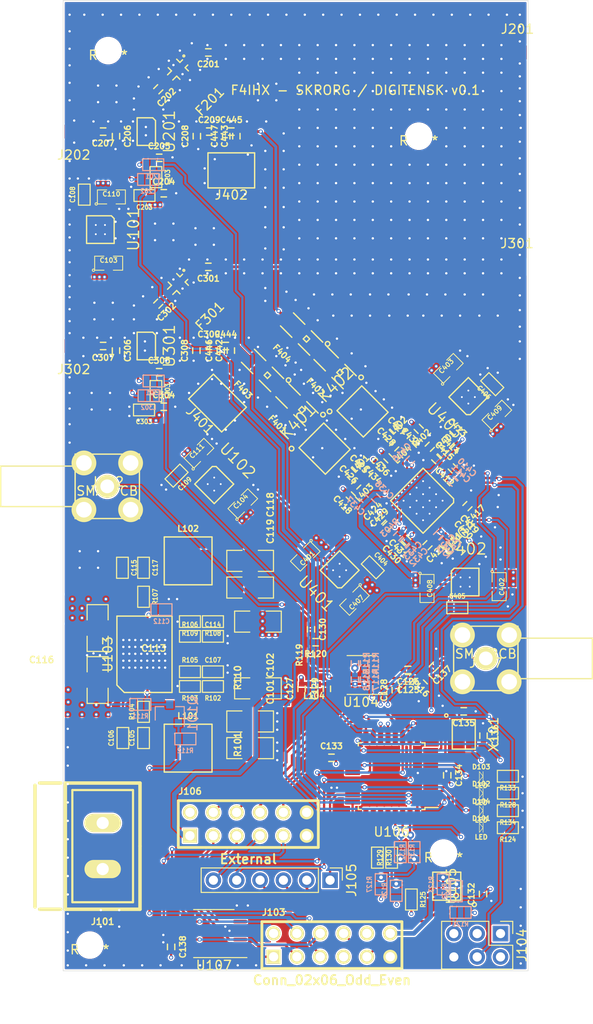
<source format=kicad_pcb>
(kicad_pcb (version 20171130) (host pcbnew 5.1.9-73d0e3b20d~88~ubuntu18.04.1)
  (layers (0 F.Cu signal) (1 In1.Cu signal hide) (2 In2.Cu signal hide) (31 B.Cu signal hide) (34 B.Paste user hide) (35 F.Paste user) (36 B.SilkS user hide) (37 F.SilkS user) (38 B.Mask user hide) (39 F.Mask user) (44 Edge.Cuts user))
  (net 0 "")
  (net 1 GND)
  (net 2 /2.5V_R)
  (net 3 +5.5V)
  (net 4 "Net-(C105-Pad2)")
  (net 5 /2.5V_SW)
  (net 6 "Net-(C106-Pad2)")
  (net 7 "Net-(C107-Pad1)")
  (net 8 "Net-(C108-Pad1)")
  (net 9 "Net-(C109-Pad1)")
  (net 10 +3.3VM1)
  (net 11 +3.3VM2)
  (net 12 "Net-(C112-Pad1)")
  (net 13 +12V)
  (net 14 "Net-(C114-Pad1)")
  (net 15 "Net-(C115-Pad2)")
  (net 16 /3.3V_SW)
  (net 17 "Net-(C117-Pad2)")
  (net 18 /3.3V_R)
  (net 19 +3V3)
  (net 20 "Net-(C125-Pad1)")
  (net 21 "Net-(C126-Pad1)")
  (net 22 "Net-(C128-Pad1)")
  (net 23 "Net-(C130-Pad2)")
  (net 24 "Net-(C130-Pad1)")
  (net 25 "/ADF4355 PLL/CLKREF_N")
  (net 26 "Net-(C201-Pad2)")
  (net 27 "Net-(C201-Pad1)")
  (net 28 "Net-(C202-Pad2)")
  (net 29 "Net-(C202-Pad1)")
  (net 30 "/Mixer 1/mx_d_3v3")
  (net 31 "/Mixer 1/R1_1")
  (net 32 "/Mixer 1/R1_0")
  (net 33 "/Mixer 1/L1_1")
  (net 34 "/ADF4355 PLL/LO_A")
  (net 35 "Net-(C301-Pad2)")
  (net 36 "Net-(C301-Pad1)")
  (net 37 "Net-(C302-Pad2)")
  (net 38 "Net-(C302-Pad1)")
  (net 39 "/Mixer 2/mx_d_3v3")
  (net 40 "/Mixer 2/R1_1")
  (net 41 "/Mixer 2/R1_0")
  (net 42 "/Mixer 2/L1_1")
  (net 43 "/ADF4355 PLL/LO_B")
  (net 44 "Net-(C404-Pad1)")
  (net 45 "Net-(C405-Pad1)")
  (net 46 "Net-(C406-Pad1)")
  (net 47 "/ADF4355 PLL/Vvco")
  (net 48 "/ADF4355 PLL/pll_3v3")
  (net 49 "/ADF4355 PLL/pll_vrf")
  (net 50 "/ADF4355 PLL/Vtune")
  (net 51 "Net-(C414-Pad2)")
  (net 52 "Net-(C414-Pad1)")
  (net 53 "Net-(C417-Pad1)")
  (net 54 "Net-(C419-Pad2)")
  (net 55 "/ADF4355 PLL/CLKREF_P")
  (net 56 "Net-(C420-Pad2)")
  (net 57 "Net-(C421-Pad2)")
  (net 58 "/ADF4355 PLL/p_b_1_N")
  (net 59 "/ADF4355 PLL/p_b_0_N")
  (net 60 "/ADF4355 PLL/p_b_0_P")
  (net 61 "/ADF4355 PLL/p_b_1_P")
  (net 62 "/ADF4355 PLL/p_a_1_N")
  (net 63 "/ADF4355 PLL/p_a_0_N")
  (net 64 "/ADF4355 PLL/p_a_0_P")
  (net 65 "/ADF4355 PLL/p_a_1_P")
  (net 66 "Net-(C430-Pad1)")
  (net 67 "Net-(C432-Pad1)")
  (net 68 "/ADF4355 PLL/p_b_3_N")
  (net 69 "/ADF4355 PLL/p_b_2_N")
  (net 70 "/ADF4355 PLL/p_a_3_N")
  (net 71 "/ADF4355 PLL/p_a_2_N")
  (net 72 "/ADF4355 PLL/p_b_4_N")
  (net 73 "/ADF4355 PLL/p_a_4_N")
  (net 74 "/ADF4355 PLL/p_b_5_N")
  (net 75 "/ADF4355 PLL/p_a_5_N")
  (net 76 "Net-(K401-Pad6)")
  (net 77 "Net-(K401-Pad1)")
  (net 78 "Net-(K402-Pad6)")
  (net 79 "Net-(K402-Pad1)")
  (net 80 /M1_X2)
  (net 81 "Net-(L201-Pad1)")
  (net 82 /M1_EN)
  (net 83 "Net-(L202-Pad1)")
  (net 84 /M2_X2)
  (net 85 "Net-(L301-Pad1)")
  (net 86 /M2_EN)
  (net 87 "Net-(L302-Pad1)")
  (net 88 "Net-(R102-Pad2)")
  (net 89 "Net-(R105-Pad1)")
  (net 90 "Net-(R106-Pad1)")
  (net 91 "Net-(R108-Pad2)")
  (net 92 "Net-(Q101-Pad3)")
  (net 93 "Net-(R114-Pad2)")
  (net 94 "Net-(R115-Pad2)")
  (net 95 "Net-(R119-Pad2)")
  (net 96 "Net-(R403-Pad2)")
  (net 97 +1.8V)
  (net 98 "Net-(C135-Pad1)")
  (net 99 "Net-(C136-Pad1)")
  (net 100 "Net-(D101-PadK)")
  (net 101 "Net-(D101-PadA)")
  (net 102 /MIO0)
  (net 103 /MIO10_SCL)
  (net 104 /MIO11_SDA)
  (net 105 /MIO09)
  (net 106 /MIO53)
  (net 107 /MIO49_FrontEnd_EN)
  (net 108 /MIO48)
  (net 109 /L12N)
  (net 110 /L24N)
  (net 111 /L10P)
  (net 112 /SCK)
  (net 113 "Net-(J106-Pad9)")
  (net 114 /MISO)
  (net 115 "Net-(J106-Pad7)")
  (net 116 /MOSI)
  (net 117 "Net-(J106-Pad5)")
  (net 118 /External_CS)
  (net 119 "Net-(J106-Pad3)")
  (net 120 /~RESET)
  (net 121 "Net-(R125-Pad1)")
  (net 122 "Net-(R126-Pad1)")
  (net 123 "Net-(R127-Pad1)")
  (net 124 "Net-(D102-PadK)")
  (net 125 /SCL)
  (net 126 /SDA)
  (net 127 /RXD)
  (net 128 /TXD)
  (net 129 "Net-(D103-PadK)")
  (net 130 "Net-(D104-PadK)")
  (net 131 /PLL_LOCK)
  (net 132 /~PLL_CS)
  (net 133 "Net-(J105-Pad6)")
  (net 134 "Net-(J105-Pad5)")
  (net 135 "Net-(J105-Pad4)")
  (net 136 "Net-(J105-Pad3)")
  (net 137 "Net-(J105-Pad2)")
  (net 138 "Net-(J105-Pad1)")
  (net 139 "Net-(D104-PadA)")
  (net 140 "Net-(D103-PadA)")
  (net 141 "Net-(D102-PadA)")
  (net 142 "Net-(C137-Pad2)")
  (net 143 "Net-(C125-Pad2)")
  (module Mounting_Holes:2.7mm_nonplated (layer F.Cu) (at 175.2 135.5)
    (fp_text reference REF** (at 0 0.5) (layer F.SilkS))
    (fp_text value 2.7mm_nonplated)
    (pad "" np_thru_hole circle (at 0 0) (size 2.7 2.7) (drill 2.7) (layers *.Cu *.Mask))
  )
  (module Mounting_Holes:2.7mm_nonplated (layer F.Cu) (at 138.7 48.3)
    (fp_text reference REF** (at 0 0.5) (layer F.SilkS))
    (fp_text value 2.7mm_nonplated)
    (pad "" np_thru_hole circle (at 0 0) (size 2.7 2.7) (drill 2.7) (layers *.Cu *.Mask))
  )
  (module Mounting_Holes:2.7mm_nonplated (layer F.Cu) (at 172.5 57.6)
    (fp_text reference REF** (at 0 0.5) (layer F.SilkS))
    (fp_text value 2.7mm_nonplated)
    (pad "" np_thru_hole circle (at 0 0) (size 2.7 2.7) (drill 2.7) (layers *.Cu *.Mask))
  )
  (module Mounting_Holes:2.7mm_nonplated (layer F.Cu) (at 136.7 145.5)
    (fp_text reference REF** (at 0 0.5) (layer F.SilkS))
    (fp_text value 2.7mm_nonplated)
    (pad "" np_thru_hole circle (at 0 0) (size 2.7 2.7) (drill 2.7) (layers *.Cu *.Mask))
  )
  (module General_SMD:SM0402 (layer B.Cu) (at 170.25 101.05 45)
    (fp_text reference R403 (at 0 -1.27 45) (layer B.SilkS) (effects (font (size 0.635 0.635)) (justify mirror)))
    (fp_text value 4.7k hide)
    (pad 2 smd rect (at 0.5 0 45) (size 0.5 0.6) (layers B.Cu B.Paste B.Mask) (net 96 "Net-(R403-Pad2)"))
    (pad 1 smd rect (at -0.5 0 45) (size 0.5 0.6) (layers B.Cu B.Paste B.Mask) (net 1 GND))
  )
  (module General_SMD:SM0402 (layer F.Cu) (at 173.7 91.35 225)
    (fp_text reference R402 (at 0 1.27 45) (layer F.SilkS) (effects (font (size 0.635 0.635))))
    (fp_text value 1k hide)
    (pad 2 smd rect (at 0.5 0 225) (size 0.5 0.6) (layers F.Cu F.Paste F.Mask) (net 1 GND))
    (pad 1 smd rect (at -0.5 0 225) (size 0.5 0.6) (layers F.Cu F.Paste F.Mask) (net 51 "Net-(C414-Pad2)"))
  )
  (module General_SMD:SM0402 (layer F.Cu) (at 176.4 91.45 225)
    (fp_text reference R401 (at 0 1.27 45) (layer F.SilkS) (effects (font (size 0.635 0.635))))
    (fp_text value RES_0402 hide)
    (pad 2 smd rect (at 0.5 0 225) (size 0.5 0.6) (layers F.Cu F.Paste F.Mask) (net 52 "Net-(C414-Pad1)"))
    (pad 1 smd rect (at -0.5 0 225) (size 0.5 0.6) (layers F.Cu F.Paste F.Mask) (net 50 "/ADF4355 PLL/Vtune"))
  )
  (module General_SMD:SM0603 (layer F.Cu) (at 182.2 130.9 180)
    (fp_text reference R134 (at 0 -1.27) (layer F.SilkS) (effects (font (size 0.508 0.4572) (thickness 0.1143))))
    (fp_text value 100 hide)
    (pad 2 smd rect (at 0.762 0 180) (size 0.635 1.143) (layers F.Cu F.Paste F.Mask) (net 130 "Net-(D104-PadK)"))
    (pad 1 smd rect (at -0.762 0 180) (size 0.635 1.143) (layers F.Cu F.Paste F.Mask) (net 1 GND))
  )
  (module General_SMD:SM0603 (layer F.Cu) (at 182.2 127.15 180)
    (fp_text reference R133 (at 0 -1.27) (layer F.SilkS) (effects (font (size 0.508 0.4572) (thickness 0.1143))))
    (fp_text value 100 hide)
    (pad 2 smd rect (at 0.762 0 180) (size 0.635 1.143) (layers F.Cu F.Paste F.Mask) (net 129 "Net-(D103-PadK)"))
    (pad 1 smd rect (at -0.762 0 180) (size 0.635 1.143) (layers F.Cu F.Paste F.Mask) (net 1 GND))
  )
  (module General_SMD:SM0603 (layer B.Cu) (at 172 135.4 270)
    (fp_text reference R132 (at 0 1.27 90) (layer B.SilkS) (effects (font (size 0.508 0.4572) (thickness 0.1143)) (justify mirror)))
    (fp_text value 0 hide)
    (pad 2 smd rect (at 0.762 0 270) (size 0.635 1.143) (layers B.Cu B.Paste B.Mask) (net 123 "Net-(R127-Pad1)"))
    (pad 1 smd rect (at -0.762 0 270) (size 0.635 1.143) (layers B.Cu B.Paste B.Mask) (net 128 /TXD))
  )
  (module General_SMD:SM0603 (layer B.Cu) (at 170.5 135.4 90)
    (fp_text reference R131 (at 0 1.27 90) (layer B.SilkS) (effects (font (size 0.508 0.4572) (thickness 0.1143)) (justify mirror)))
    (fp_text value 0 hide)
    (pad 2 smd rect (at 0.762 0 90) (size 0.635 1.143) (layers B.Cu B.Paste B.Mask) (net 127 /RXD))
    (pad 1 smd rect (at -0.762 0 90) (size 0.635 1.143) (layers B.Cu B.Paste B.Mask) (net 122 "Net-(R126-Pad1)"))
  )
  (module General_SMD:SM0603 (layer F.Cu) (at 168 136 270)
    (fp_text reference R130 (at 0 -1.27 90) (layer F.SilkS) (effects (font (size 0.508 0.4572) (thickness 0.1143))))
    (fp_text value 0 hide)
    (pad 2 smd rect (at 0.762 0 270) (size 0.635 1.143) (layers F.Cu F.Paste F.Mask) (net 123 "Net-(R127-Pad1)"))
    (pad 1 smd rect (at -0.762 0 270) (size 0.635 1.143) (layers F.Cu F.Paste F.Mask) (net 126 /SDA))
  )
  (module General_SMD:SM0603 (layer F.Cu) (at 169.55 136 90)
    (fp_text reference R129 (at 0 -1.27 90) (layer F.SilkS) (effects (font (size 0.508 0.4572) (thickness 0.1143))))
    (fp_text value 0 hide)
    (pad 2 smd rect (at 0.762 0 90) (size 0.635 1.143) (layers F.Cu F.Paste F.Mask) (net 125 /SCL))
    (pad 1 smd rect (at -0.762 0 90) (size 0.635 1.143) (layers F.Cu F.Paste F.Mask) (net 122 "Net-(R126-Pad1)"))
  )
  (module General_SMD:SM0603 (layer F.Cu) (at 182.212 129 180)
    (fp_text reference R128 (at 0 -1.27) (layer F.SilkS) (effects (font (size 0.508 0.4572) (thickness 0.1143))))
    (fp_text value 100 hide)
    (pad 2 smd rect (at 0.762 0 180) (size 0.635 1.143) (layers F.Cu F.Paste F.Mask) (net 124 "Net-(D102-PadK)"))
    (pad 1 smd rect (at -0.762 0 180) (size 0.635 1.143) (layers F.Cu F.Paste F.Mask) (net 1 GND))
  )
  (module General_SMD:SM0603 (layer B.Cu) (at 168.4 138.9 270)
    (fp_text reference R127 (at 0 1.27 90) (layer B.SilkS) (effects (font (size 0.508 0.4572) (thickness 0.1143)) (justify mirror)))
    (fp_text value 10k hide)
    (pad 2 smd rect (at 0.762 0 270) (size 0.635 1.143) (layers B.Cu B.Paste B.Mask) (net 19 +3V3))
    (pad 1 smd rect (at -0.762 0 270) (size 0.635 1.143) (layers B.Cu B.Paste B.Mask) (net 123 "Net-(R127-Pad1)"))
  )
  (module General_SMD:SM0603 (layer B.Cu) (at 170.049999 139.6 270)
    (fp_text reference R126 (at 0 1.27 90) (layer B.SilkS) (effects (font (size 0.508 0.4572) (thickness 0.1143)) (justify mirror)))
    (fp_text value 10k hide)
    (pad 2 smd rect (at 0.762 0 270) (size 0.635 1.143) (layers B.Cu B.Paste B.Mask) (net 19 +3V3))
    (pad 1 smd rect (at -0.762 0 270) (size 0.635 1.143) (layers B.Cu B.Paste B.Mask) (net 122 "Net-(R126-Pad1)"))
  )
  (module General_SMD:SM0603 (layer F.Cu) (at 171.7 140.55 270)
    (fp_text reference R125 (at 0 -1.27 90) (layer F.SilkS) (effects (font (size 0.508 0.4572) (thickness 0.1143))))
    (fp_text value 2000k hide)
    (pad 2 smd rect (at 0.762 0 270) (size 0.635 1.143) (layers F.Cu F.Paste F.Mask) (net 19 +3V3))
    (pad 1 smd rect (at -0.762 0 270) (size 0.635 1.143) (layers F.Cu F.Paste F.Mask) (net 121 "Net-(R125-Pad1)"))
  )
  (module General_SMD:SM0603 (layer F.Cu) (at 182.2 132.75 180)
    (fp_text reference R124 (at 0 -1.27) (layer F.SilkS) (effects (font (size 0.508 0.4572) (thickness 0.1143))))
    (fp_text value 100 hide)
    (pad 2 smd rect (at 0.762 0 180) (size 0.635 1.143) (layers F.Cu F.Paste F.Mask) (net 100 "Net-(D101-PadK)"))
    (pad 1 smd rect (at -0.762 0 180) (size 0.635 1.143) (layers F.Cu F.Paste F.Mask) (net 1 GND))
  )
  (module General_SMD:SM0603 (layer B.Cu) (at 175.15 138.9 270)
    (fp_text reference R123 (at 0 1.27 90) (layer B.SilkS) (effects (font (size 0.508 0.4572) (thickness 0.1143)) (justify mirror)))
    (fp_text value 10k hide)
    (pad 2 smd rect (at 0.762 0 270) (size 0.635 1.143) (layers B.Cu B.Paste B.Mask) (net 97 +1.8V))
    (pad 1 smd rect (at -0.762 0 270) (size 0.635 1.143) (layers B.Cu B.Paste B.Mask) (net 104 /MIO11_SDA))
  )
  (module General_SMD:SM0603 (layer B.Cu) (at 176.6 139.65 270)
    (fp_text reference R122 (at 0 1.27 90) (layer B.SilkS) (effects (font (size 0.508 0.4572) (thickness 0.1143)) (justify mirror)))
    (fp_text value 10k hide)
    (pad 2 smd rect (at 0.762 0 270) (size 0.635 1.143) (layers B.Cu B.Paste B.Mask) (net 97 +1.8V))
    (pad 1 smd rect (at -0.762 0 270) (size 0.635 1.143) (layers B.Cu B.Paste B.Mask) (net 103 /MIO10_SCL))
  )
  (module General_SMD:SM0603 (layer B.Cu) (at 177.05 141.95)
    (fp_text reference R121 (at 0 1.27) (layer B.SilkS) (effects (font (size 0.508 0.4572) (thickness 0.1143)) (justify mirror)))
    (fp_text value 10k hide)
    (pad 2 smd rect (at 0.762 0) (size 0.635 1.143) (layers B.Cu B.Paste B.Mask) (net 19 +3V3))
    (pad 1 smd rect (at -0.762 0) (size 0.635 1.143) (layers B.Cu B.Paste B.Mask) (net 120 /~RESET))
  )
  (module General_SMD:SM0402 (layer F.Cu) (at 161.276777 112.588909)
    (fp_text reference R120 (at 0 1.27) (layer F.SilkS) (effects (font (size 0.635 0.635))))
    (fp_text value NC hide)
    (pad 2 smd rect (at 0.5 0) (size 0.5 0.6) (layers F.Cu F.Paste F.Mask) (net 1 GND))
    (pad 1 smd rect (at -0.5 0) (size 0.5 0.6) (layers F.Cu F.Paste F.Mask) (net 24 "Net-(C130-Pad1)"))
  )
  (module General_SMD:SM0402 (layer F.Cu) (at 160.776777 113.988909 270)
    (fp_text reference R119 (at 0 1.27 90) (layer F.SilkS) (effects (font (size 0.635 0.635))))
    (fp_text value 0 hide)
    (pad 2 smd rect (at 0.5 0 270) (size 0.5 0.6) (layers F.Cu F.Paste F.Mask) (net 95 "Net-(R119-Pad2)"))
    (pad 1 smd rect (at -0.5 0 270) (size 0.5 0.6) (layers F.Cu F.Paste F.Mask) (net 24 "Net-(C130-Pad1)"))
  )
  (module General_SMD:SM0402 (layer B.Cu) (at 165.55 116.65 270)
    (fp_text reference R118 (at 0 -1.27 90) (layer B.SilkS) (effects (font (size 0.635 0.635)) (justify mirror)))
    (fp_text value 0 hide)
    (pad 2 smd rect (at 0.5 0 270) (size 0.5 0.6) (layers B.Cu B.Paste B.Mask) (net 22 "Net-(C128-Pad1)"))
    (pad 1 smd rect (at -0.5 0 270) (size 0.5 0.6) (layers B.Cu B.Paste B.Mask) (net 94 "Net-(R115-Pad2)"))
  )
  (module General_SMD:SM0402 (layer B.Cu) (at 166.55 116.65 270)
    (fp_text reference R117 (at 0 -1.27 90) (layer B.SilkS) (effects (font (size 0.635 0.635)) (justify mirror)))
    (fp_text value 0 hide)
    (pad 2 smd rect (at 0.5 0 270) (size 0.5 0.6) (layers B.Cu B.Paste B.Mask) (net 22 "Net-(C128-Pad1)"))
    (pad 1 smd rect (at -0.5 0 270) (size 0.5 0.6) (layers B.Cu B.Paste B.Mask) (net 93 "Net-(R114-Pad2)"))
  )
  (module General_SMD:SM0402 (layer F.Cu) (at 173.508579 116.620711 315)
    (fp_text reference R116 (at 0 1.27 135) (layer F.SilkS) (effects (font (size 0.635 0.635))))
    (fp_text value 50 hide)
    (pad 2 smd rect (at 0.5 0 315) (size 0.5 0.6) (layers F.Cu F.Paste F.Mask) (net 1 GND))
    (pad 1 smd rect (at -0.5 0 315) (size 0.5 0.6) (layers F.Cu F.Paste F.Mask) (net 143 "Net-(C125-Pad2)"))
  )
  (module General_SMD:SM0402 (layer B.Cu) (at 165.55 114.9 270)
    (fp_text reference R115 (at 0 -1.27 90) (layer B.SilkS) (effects (font (size 0.635 0.635)) (justify mirror)))
    (fp_text value NC hide)
    (pad 2 smd rect (at 0.5 0 270) (size 0.5 0.6) (layers B.Cu B.Paste B.Mask) (net 94 "Net-(R115-Pad2)"))
    (pad 1 smd rect (at -0.5 0 270) (size 0.5 0.6) (layers B.Cu B.Paste B.Mask) (net 1 GND))
  )
  (module General_SMD:SM0402 (layer B.Cu) (at 166.55 114.9 270)
    (fp_text reference R114 (at 0 -1.27 90) (layer B.SilkS) (effects (font (size 0.635 0.635)) (justify mirror)))
    (fp_text value NC hide)
    (pad 2 smd rect (at 0.5 0 270) (size 0.5 0.6) (layers B.Cu B.Paste B.Mask) (net 93 "Net-(R114-Pad2)"))
    (pad 1 smd rect (at -0.5 0 270) (size 0.5 0.6) (layers B.Cu B.Paste B.Mask) (net 1 GND))
  )
  (module General_SMD:SM0603 (layer B.Cu) (at 147.1 123.1)
    (fp_text reference R112 (at 0 1.27) (layer B.SilkS) (effects (font (size 0.508 0.4572) (thickness 0.1143)) (justify mirror)))
    (fp_text value 10k hide)
    (pad 2 smd rect (at 0.762 0) (size 0.635 1.143) (layers B.Cu B.Paste B.Mask) (net 1 GND))
    (pad 1 smd rect (at -0.762 0) (size 0.635 1.143) (layers B.Cu B.Paste B.Mask) (net 107 /MIO49_FrontEnd_EN))
  )
  (module General_SMD:SM0603 (layer B.Cu) (at 142.2 119.35)
    (fp_text reference R111 (at 0 1.27) (layer B.SilkS) (effects (font (size 0.508 0.4572) (thickness 0.1143)) (justify mirror)))
    (fp_text value 10k hide)
    (pad 2 smd rect (at 0.762 0) (size 0.635 1.143) (layers B.Cu B.Paste B.Mask) (net 92 "Net-(Q101-Pad3)"))
    (pad 1 smd rect (at -0.762 0) (size 0.635 1.143) (layers B.Cu B.Paste B.Mask) (net 13 +12V))
  )
  (module General_SMD:SM0603 (layer F.Cu) (at 147.6 110.35 180)
    (fp_text reference R109 (at 0 -1.27) (layer F.SilkS) (effects (font (size 0.508 0.4572) (thickness 0.1143))))
    (fp_text value 6.49k hide)
    (pad 2 smd rect (at 0.762 0 180) (size 0.635 1.143) (layers F.Cu F.Paste F.Mask) (net 1 GND))
    (pad 1 smd rect (at -0.762 0 180) (size 0.635 1.143) (layers F.Cu F.Paste F.Mask) (net 91 "Net-(R108-Pad2)"))
  )
  (module General_SMD:SM0603 (layer F.Cu) (at 150.1 110.35 180)
    (fp_text reference R108 (at 0 -1.27) (layer F.SilkS) (effects (font (size 0.508 0.4572) (thickness 0.1143))))
    (fp_text value 20.5k hide)
    (pad 2 smd rect (at 0.762 0 180) (size 0.635 1.143) (layers F.Cu F.Paste F.Mask) (net 91 "Net-(R108-Pad2)"))
    (pad 1 smd rect (at -0.762 0 180) (size 0.635 1.143) (layers F.Cu F.Paste F.Mask) (net 18 /3.3V_R))
  )
  (module General_SMD:SM0603 (layer F.Cu) (at 142.55 107.65 270)
    (fp_text reference R107 (at 0 -1.27 90) (layer F.SilkS) (effects (font (size 0.508 0.4572) (thickness 0.1143))))
    (fp_text value 10 hide)
    (pad 2 smd rect (at 0.762 0 270) (size 0.635 1.143) (layers F.Cu F.Paste F.Mask) (net 1 GND))
    (pad 1 smd rect (at -0.762 0 270) (size 0.635 1.143) (layers F.Cu F.Paste F.Mask) (net 17 "Net-(C117-Pad2)"))
  )
  (module General_SMD:SM0603 (layer F.Cu) (at 147.6 111.95)
    (fp_text reference R106 (at 0 -1.27) (layer F.SilkS) (effects (font (size 0.508 0.4572) (thickness 0.1143))))
    (fp_text value 57.6k hide)
    (pad 2 smd rect (at 0.762 0) (size 0.635 1.143) (layers F.Cu F.Paste F.Mask) (net 14 "Net-(C114-Pad1)"))
    (pad 1 smd rect (at -0.762 0) (size 0.635 1.143) (layers F.Cu F.Paste F.Mask) (net 90 "Net-(R106-Pad1)"))
  )
  (module General_SMD:SM0603 (layer F.Cu) (at 147.6 115.8)
    (fp_text reference R105 (at 0 -1.27) (layer F.SilkS) (effects (font (size 0.508 0.4572) (thickness 0.1143))))
    (fp_text value 34.8k hide)
    (pad 2 smd rect (at 0.762 0) (size 0.635 1.143) (layers F.Cu F.Paste F.Mask) (net 7 "Net-(C107-Pad1)"))
    (pad 1 smd rect (at -0.762 0) (size 0.635 1.143) (layers F.Cu F.Paste F.Mask) (net 89 "Net-(R105-Pad1)"))
  )
  (module General_SMD:SM0603 (layer F.Cu) (at 142.55 120.15 90)
    (fp_text reference R104 (at 0 -1.27 90) (layer F.SilkS) (effects (font (size 0.508 0.4572) (thickness 0.1143))))
    (fp_text value 10 hide)
    (pad 2 smd rect (at 0.762 0 90) (size 0.635 1.143) (layers F.Cu F.Paste F.Mask) (net 1 GND))
    (pad 1 smd rect (at -0.762 0 90) (size 0.635 1.143) (layers F.Cu F.Paste F.Mask) (net 4 "Net-(C105-Pad2)"))
  )
  (module General_SMD:SM0603 (layer F.Cu) (at 147.6 117.4 180)
    (fp_text reference R103 (at 0 -1.27) (layer F.SilkS) (effects (font (size 0.508 0.4572) (thickness 0.1143))))
    (fp_text value 3.48k hide)
    (pad 2 smd rect (at 0.762 0 180) (size 0.635 1.143) (layers F.Cu F.Paste F.Mask) (net 1 GND))
    (pad 1 smd rect (at -0.762 0 180) (size 0.635 1.143) (layers F.Cu F.Paste F.Mask) (net 88 "Net-(R102-Pad2)"))
  )
  (module General_SMD:SM0603 (layer F.Cu) (at 150.1 117.4 180)
    (fp_text reference R102 (at 0 -1.27) (layer F.SilkS) (effects (font (size 0.508 0.4572) (thickness 0.1143))))
    (fp_text value 20.5k hide)
    (pad 2 smd rect (at 0.762 0 180) (size 0.635 1.143) (layers F.Cu F.Paste F.Mask) (net 88 "Net-(R102-Pad2)"))
    (pad 1 smd rect (at -0.762 0 180) (size 0.635 1.143) (layers F.Cu F.Paste F.Mask) (net 2 /2.5V_R))
  )
  (module General_SMD:SM0402 (layer F.Cu) (at 169.827029 91.300684 45)
    (fp_text reference L404 (at 0 1.27 45) (layer F.SilkS) (effects (font (size 0.635 0.635))))
    (fp_text value 7.5nH hide)
    (pad 2 smd rect (at 0.5 0 45) (size 0.5 0.6) (layers F.Cu F.Paste F.Mask) (net 63 "/ADF4355 PLL/p_a_0_N"))
    (pad 1 smd rect (at -0.5 0 45) (size 0.5 0.6) (layers F.Cu F.Paste F.Mask) (net 49 "/ADF4355 PLL/pll_vrf"))
  )
  (module General_SMD:SM0402 (layer F.Cu) (at 165.689592 95.442893 45)
    (fp_text reference L403 (at 0 1.27 45) (layer F.SilkS) (effects (font (size 0.635 0.635))))
    (fp_text value 7.5nH hide)
    (pad 2 smd rect (at 0.5 0 45) (size 0.5 0.6) (layers F.Cu F.Paste F.Mask) (net 59 "/ADF4355 PLL/p_b_0_N"))
    (pad 1 smd rect (at -0.5 0 45) (size 0.5 0.6) (layers F.Cu F.Paste F.Mask) (net 49 "/ADF4355 PLL/pll_vrf"))
  )
  (module General_SMD:SM0402 (layer F.Cu) (at 171.170532 89.957181 225)
    (fp_text reference L402 (at 0 1.27 45) (layer F.SilkS) (effects (font (size 0.635 0.635))))
    (fp_text value 7.5nH hide)
    (pad 2 smd rect (at 0.5 0 225) (size 0.5 0.6) (layers F.Cu F.Paste F.Mask) (net 64 "/ADF4355 PLL/p_a_0_P"))
    (pad 1 smd rect (at -0.5 0 225) (size 0.5 0.6) (layers F.Cu F.Paste F.Mask) (net 49 "/ADF4355 PLL/pll_vrf"))
  )
  (module General_SMD:SM0402 (layer F.Cu) (at 167.033095 94.09939 225)
    (fp_text reference L401 (at 0 1.27 45) (layer F.SilkS) (effects (font (size 0.635 0.635))))
    (fp_text value 7.5nH hide)
    (pad 2 smd rect (at 0.5 0 225) (size 0.5 0.6) (layers F.Cu F.Paste F.Mask) (net 60 "/ADF4355 PLL/p_b_0_P"))
    (pad 1 smd rect (at -0.5 0 225) (size 0.5 0.6) (layers F.Cu F.Paste F.Mask) (net 49 "/ADF4355 PLL/pll_vrf"))
  )
  (module General_SMD:SM0603 (layer F.Cu) (at 143.9 85.3 270)
    (fp_text reference L303 (at 0 -1.27 90) (layer F.SilkS) (effects (font (size 0.508 0.4572) (thickness 0.1143))))
    (fp_text value IND_0603 hide)
    (pad 2 smd rect (at 0.762 0 270) (size 0.635 1.143) (layers F.Cu F.Paste F.Mask) (net 11 +3.3VM2))
    (pad 1 smd rect (at -0.762 0 270) (size 0.635 1.143) (layers F.Cu F.Paste F.Mask) (net 39 "/Mixer 2/mx_d_3v3"))
  )
  (module General_SMD:SM0603 (layer B.Cu) (at 143.1 85.8)
    (fp_text reference L302 (at 0 1.27) (layer B.SilkS) (effects (font (size 0.508 0.4572) (thickness 0.1143)) (justify mirror)))
    (fp_text value IND_0603 hide)
    (pad 2 smd rect (at 0.762 0) (size 0.635 1.143) (layers B.Cu B.Paste B.Mask) (net 86 /M2_EN))
    (pad 1 smd rect (at -0.762 0) (size 0.635 1.143) (layers B.Cu B.Paste B.Mask) (net 87 "Net-(L302-Pad1)"))
  )
  (module General_SMD:SM0603 (layer B.Cu) (at 143.65 84.2)
    (fp_text reference L301 (at 0 1.27) (layer B.SilkS) (effects (font (size 0.508 0.4572) (thickness 0.1143)) (justify mirror)))
    (fp_text value IND_0603 hide)
    (pad 2 smd rect (at 0.762 0) (size 0.635 1.143) (layers B.Cu B.Paste B.Mask) (net 84 /M2_X2))
    (pad 1 smd rect (at -0.762 0) (size 0.635 1.143) (layers B.Cu B.Paste B.Mask) (net 85 "Net-(L301-Pad1)"))
  )
  (module General_SMD:SM0603 (layer F.Cu) (at 143.9 62.05 270)
    (fp_text reference L203 (at 0 -1.27 90) (layer F.SilkS) (effects (font (size 0.508 0.4572) (thickness 0.1143))))
    (fp_text value IND_0603 hide)
    (pad 2 smd rect (at 0.762 0 270) (size 0.635 1.143) (layers F.Cu F.Paste F.Mask) (net 10 +3.3VM1))
    (pad 1 smd rect (at -0.762 0 270) (size 0.635 1.143) (layers F.Cu F.Paste F.Mask) (net 30 "/Mixer 1/mx_d_3v3"))
  )
  (module General_SMD:SM0603 (layer B.Cu) (at 143.05 62.3)
    (fp_text reference L202 (at 0 1.27) (layer B.SilkS) (effects (font (size 0.508 0.4572) (thickness 0.1143)) (justify mirror)))
    (fp_text value IND_0603 hide)
    (pad 2 smd rect (at 0.762 0) (size 0.635 1.143) (layers B.Cu B.Paste B.Mask) (net 82 /M1_EN))
    (pad 1 smd rect (at -0.762 0) (size 0.635 1.143) (layers B.Cu B.Paste B.Mask) (net 83 "Net-(L202-Pad1)"))
  )
  (module General_SMD:SM0603 (layer B.Cu) (at 143.6 60.7)
    (fp_text reference L201 (at 0 1.27) (layer B.SilkS) (effects (font (size 0.508 0.4572) (thickness 0.1143)) (justify mirror)))
    (fp_text value IND_0603 hide)
    (pad 2 smd rect (at 0.762 0) (size 0.635 1.143) (layers B.Cu B.Paste B.Mask) (net 80 /M1_X2))
    (pad 1 smd rect (at -0.762 0) (size 0.635 1.143) (layers B.Cu B.Paste B.Mask) (net 81 "Net-(L201-Pad1)"))
  )
  (module General_SMD:SM0402 (layer F.Cu) (at 161.1 117.15)
    (fp_text reference L104 (at 0 1.27) (layer F.SilkS) (effects (font (size 0.635 0.635))))
    (fp_text value IND_0402 hide)
    (pad 2 smd rect (at 0.5 0) (size 0.5 0.6) (layers F.Cu F.Paste F.Mask) (net 22 "Net-(C128-Pad1)"))
    (pad 1 smd rect (at -0.5 0) (size 0.5 0.6) (layers F.Cu F.Paste F.Mask) (net 19 +3V3))
  )
  (module General_SMD:SM0402 (layer F.Cu) (at 151.55 57.6 270)
    (fp_text reference C447 (at 0 1.27 90) (layer F.SilkS) (effects (font (size 0.635 0.635))))
    (fp_text value NC hide)
    (pad 2 smd rect (at 0.5 0 270) (size 0.5 0.6) (layers F.Cu F.Paste F.Mask) (net 75 "/ADF4355 PLL/p_a_5_N"))
    (pad 1 smd rect (at -0.5 0 270) (size 0.5 0.6) (layers F.Cu F.Paste F.Mask) (net 34 "/ADF4355 PLL/LO_A"))
  )
  (module General_SMD:SM0402 (layer F.Cu) (at 150.95 80.9 270)
    (fp_text reference C446 (at 0 1.27 90) (layer F.SilkS) (effects (font (size 0.635 0.635))))
    (fp_text value NC hide)
    (pad 2 smd rect (at 0.5 0 270) (size 0.5 0.6) (layers F.Cu F.Paste F.Mask) (net 74 "/ADF4355 PLL/p_b_5_N"))
    (pad 1 smd rect (at -0.5 0 270) (size 0.5 0.6) (layers F.Cu F.Paste F.Mask) (net 43 "/ADF4355 PLL/LO_B"))
  )
  (module General_SMD:SM0402 (layer F.Cu) (at 152.1 57.1 180)
    (fp_text reference C445 (at 0 1.27) (layer F.SilkS) (effects (font (size 0.635 0.635))))
    (fp_text value CAP_0402 hide)
    (pad 2 smd rect (at 0.5 0 180) (size 0.5 0.6) (layers F.Cu F.Paste F.Mask) (net 34 "/ADF4355 PLL/LO_A"))
    (pad 1 smd rect (at -0.5 0 180) (size 0.5 0.6) (layers F.Cu F.Paste F.Mask) (net 73 "/ADF4355 PLL/p_a_4_N"))
  )
  (module General_SMD:SM0402 (layer F.Cu) (at 151.5 80.4 180)
    (fp_text reference C444 (at 0 1.27) (layer F.SilkS) (effects (font (size 0.635 0.635))))
    (fp_text value CAP_0402 hide)
    (pad 2 smd rect (at 0.5 0 180) (size 0.5 0.6) (layers F.Cu F.Paste F.Mask) (net 43 "/ADF4355 PLL/LO_B"))
    (pad 1 smd rect (at -0.5 0 180) (size 0.5 0.6) (layers F.Cu F.Paste F.Mask) (net 72 "/ADF4355 PLL/p_b_4_N"))
  )
  (module General_SMD:SM0402 (layer F.Cu) (at 152.65 57.6 270)
    (fp_text reference C443 (at 0 1.27 90) (layer F.SilkS) (effects (font (size 0.635 0.635))))
    (fp_text value NC hide)
    (pad 2 smd rect (at 0.5 0 270) (size 0.5 0.6) (layers F.Cu F.Paste F.Mask) (net 75 "/ADF4355 PLL/p_a_5_N"))
    (pad 1 smd rect (at -0.5 0 270) (size 0.5 0.6) (layers F.Cu F.Paste F.Mask) (net 73 "/ADF4355 PLL/p_a_4_N"))
  )
  (module General_SMD:SM0402 (layer F.Cu) (at 152.05 80.9 270)
    (fp_text reference C442 (at 0 1.27 90) (layer F.SilkS) (effects (font (size 0.635 0.635))))
    (fp_text value NC hide)
    (pad 2 smd rect (at 0.5 0 270) (size 0.5 0.6) (layers F.Cu F.Paste F.Mask) (net 74 "/ADF4355 PLL/p_b_5_N"))
    (pad 1 smd rect (at -0.5 0 270) (size 0.5 0.6) (layers F.Cu F.Paste F.Mask) (net 72 "/ADF4355 PLL/p_b_4_N"))
  )
  (module General_SMD:SM0402 (layer B.Cu) (at 167.85 96.95 315)
    (fp_text reference C438 (at 0 -1.27 135) (layer B.SilkS) (effects (font (size 0.635 0.635)) (justify mirror)))
    (fp_text value 10pF hide)
    (pad 2 smd rect (at 0.5 0 315) (size 0.5 0.6) (layers B.Cu B.Paste B.Mask) (net 1 GND))
    (pad 1 smd rect (at -0.5 0 315) (size 0.5 0.6) (layers B.Cu B.Paste B.Mask) (net 48 "/ADF4355 PLL/pll_3v3"))
  )
  (module General_SMD:SM0402 (layer B.Cu) (at 166.5 96.9 135)
    (fp_text reference C437 (at 0 -1.27 135) (layer B.SilkS) (effects (font (size 0.635 0.635)) (justify mirror)))
    (fp_text value 100nF hide)
    (pad 2 smd rect (at 0.5 0 135) (size 0.5 0.6) (layers B.Cu B.Paste B.Mask) (net 1 GND))
    (pad 1 smd rect (at -0.5 0 135) (size 0.5 0.6) (layers B.Cu B.Paste B.Mask) (net 48 "/ADF4355 PLL/pll_3v3"))
  )
  (module General_SMD:SM0402 (layer F.Cu) (at 169.2 92.6 315)
    (fp_text reference C436 (at 0 1.27 135) (layer F.SilkS) (effects (font (size 0.635 0.635))))
    (fp_text value 10pF hide)
    (pad 2 smd rect (at 0.5 0 315) (size 0.5 0.6) (layers F.Cu F.Paste F.Mask) (net 1 GND))
    (pad 1 smd rect (at -0.5 0 315) (size 0.5 0.6) (layers F.Cu F.Paste F.Mask) (net 49 "/ADF4355 PLL/pll_vrf"))
  )
  (module General_SMD:SM0402 (layer F.Cu) (at 172.5 89.4 315)
    (fp_text reference C435 (at 0 1.27 135) (layer F.SilkS) (effects (font (size 0.635 0.635))))
    (fp_text value 10pF hide)
    (pad 2 smd rect (at 0.5 0 315) (size 0.5 0.6) (layers F.Cu F.Paste F.Mask) (net 1 GND))
    (pad 1 smd rect (at -0.5 0 315) (size 0.5 0.6) (layers F.Cu F.Paste F.Mask) (net 49 "/ADF4355 PLL/pll_vrf"))
  )
  (module General_SMD:SM0402 (layer F.Cu) (at 168.35 93.5 315)
    (fp_text reference C434 (at 0 1.27 135) (layer F.SilkS) (effects (font (size 0.635 0.635))))
    (fp_text value 10pF hide)
    (pad 2 smd rect (at 0.5 0 315) (size 0.5 0.6) (layers F.Cu F.Paste F.Mask) (net 1 GND))
    (pad 1 smd rect (at -0.5 0 315) (size 0.5 0.6) (layers F.Cu F.Paste F.Mask) (net 49 "/ADF4355 PLL/pll_vrf"))
  )
  (module General_SMD:SM0402 (layer B.Cu) (at 170.95 101.75 225)
    (fp_text reference C433 (at 0 -1.27 45) (layer B.SilkS) (effects (font (size 0.635 0.635)) (justify mirror)))
    (fp_text value 10pF hide)
    (pad 2 smd rect (at 0.5 0 225) (size 0.5 0.6) (layers B.Cu B.Paste B.Mask) (net 1 GND))
    (pad 1 smd rect (at -0.5 0 225) (size 0.5 0.6) (layers B.Cu B.Paste B.Mask) (net 67 "Net-(C432-Pad1)"))
  )
  (module General_SMD:SM0402 (layer B.Cu) (at 171.6 102.45 225)
    (fp_text reference C432 (at 0 -1.27 45) (layer B.SilkS) (effects (font (size 0.635 0.635)) (justify mirror)))
    (fp_text value 100nF hide)
    (pad 2 smd rect (at 0.5 0 225) (size 0.5 0.6) (layers B.Cu B.Paste B.Mask) (net 1 GND))
    (pad 1 smd rect (at -0.5 0 225) (size 0.5 0.6) (layers B.Cu B.Paste B.Mask) (net 67 "Net-(C432-Pad1)"))
  )
  (module General_SMD:SM0402 (layer F.Cu) (at 171.15 101.5 315)
    (fp_text reference C431 (at 0 1.27 135) (layer F.SilkS) (effects (font (size 0.635 0.635))))
    (fp_text value 10pF hide)
    (pad 2 smd rect (at 0.5 0 315) (size 0.5 0.6) (layers F.Cu F.Paste F.Mask) (net 1 GND))
    (pad 1 smd rect (at -0.5 0 315) (size 0.5 0.6) (layers F.Cu F.Paste F.Mask) (net 66 "Net-(C430-Pad1)"))
  )
  (module General_SMD:SM0402 (layer F.Cu) (at 170.45 102.15 315)
    (fp_text reference C430 (at 0 1.27 135) (layer F.SilkS) (effects (font (size 0.635 0.635))))
    (fp_text value 100nF hide)
    (pad 2 smd rect (at 0.5 0 315) (size 0.5 0.6) (layers F.Cu F.Paste F.Mask) (net 1 GND))
    (pad 1 smd rect (at -0.5 0 315) (size 0.5 0.6) (layers F.Cu F.Paste F.Mask) (net 66 "Net-(C430-Pad1)"))
  )
  (module General_SMD:SM0402 (layer F.Cu) (at 169.1 99.95 225)
    (fp_text reference C429 (at 0 1.27 45) (layer F.SilkS) (effects (font (size 0.635 0.635))))
    (fp_text value 10pF hide)
    (pad 2 smd rect (at 0.5 0 225) (size 0.5 0.6) (layers F.Cu F.Paste F.Mask) (net 1 GND))
    (pad 1 smd rect (at -0.5 0 225) (size 0.5 0.6) (layers F.Cu F.Paste F.Mask) (net 47 "/ADF4355 PLL/Vvco"))
  )
  (module General_SMD:SM0402 (layer F.Cu) (at 169.862385 89.356141 315)
    (fp_text reference C428 (at 0 1.27 135) (layer F.SilkS) (effects (font (size 0.635 0.635))))
    (fp_text value 100pF hide)
    (pad 2 smd rect (at 0.5 0 315) (size 0.5 0.6) (layers F.Cu F.Paste F.Mask) (net 64 "/ADF4355 PLL/p_a_0_P"))
    (pad 1 smd rect (at -0.5 0 315) (size 0.5 0.6) (layers F.Cu F.Paste F.Mask) (net 65 "/ADF4355 PLL/p_a_1_P"))
  )
  (module General_SMD:SM0402 (layer F.Cu) (at 169.225988 89.992536 135)
    (fp_text reference C427 (at 0 1.27 135) (layer F.SilkS) (effects (font (size 0.635 0.635))))
    (fp_text value 100pF hide)
    (pad 2 smd rect (at 0.5 0 135) (size 0.5 0.6) (layers F.Cu F.Paste F.Mask) (net 62 "/ADF4355 PLL/p_a_1_N"))
    (pad 1 smd rect (at -0.5 0 135) (size 0.5 0.6) (layers F.Cu F.Paste F.Mask) (net 63 "/ADF4355 PLL/p_a_0_N"))
  )
  (module General_SMD:SM0402 (layer F.Cu) (at 165.75 93.45 315)
    (fp_text reference C426 (at 0 1.27 135) (layer F.SilkS) (effects (font (size 0.635 0.635))))
    (fp_text value 100pF hide)
    (pad 2 smd rect (at 0.5 0 315) (size 0.5 0.6) (layers F.Cu F.Paste F.Mask) (net 60 "/ADF4355 PLL/p_b_0_P"))
    (pad 1 smd rect (at -0.5 0 315) (size 0.5 0.6) (layers F.Cu F.Paste F.Mask) (net 61 "/ADF4355 PLL/p_b_1_P"))
  )
  (module General_SMD:SM0402 (layer F.Cu) (at 165.1 94.1 135)
    (fp_text reference C425 (at 0 1.27 135) (layer F.SilkS) (effects (font (size 0.635 0.635))))
    (fp_text value 100pF hide)
    (pad 2 smd rect (at 0.5 0 135) (size 0.5 0.6) (layers F.Cu F.Paste F.Mask) (net 58 "/ADF4355 PLL/p_b_1_N"))
    (pad 1 smd rect (at -0.5 0 135) (size 0.5 0.6) (layers F.Cu F.Paste F.Mask) (net 59 "/ADF4355 PLL/p_b_0_N"))
  )
  (module General_SMD:SM0402 (layer F.Cu) (at 168.4 99.25 225)
    (fp_text reference C424 (at 0 1.27 45) (layer F.SilkS) (effects (font (size 0.635 0.635))))
    (fp_text value 100nF hide)
    (pad 2 smd rect (at 0.5 0 225) (size 0.5 0.6) (layers F.Cu F.Paste F.Mask) (net 1 GND))
    (pad 1 smd rect (at -0.5 0 225) (size 0.5 0.6) (layers F.Cu F.Paste F.Mask) (net 47 "/ADF4355 PLL/Vvco"))
  )
  (module General_SMD:SM0402 (layer B.Cu) (at 174.6 100.95 225)
    (fp_text reference C423 (at 0 -1.27 45) (layer B.SilkS) (effects (font (size 0.635 0.635)) (justify mirror)))
    (fp_text value 10pF hide)
    (pad 2 smd rect (at 0.5 0 225) (size 0.5 0.6) (layers B.Cu B.Paste B.Mask) (net 1 GND))
    (pad 1 smd rect (at -0.5 0 225) (size 0.5 0.6) (layers B.Cu B.Paste B.Mask) (net 48 "/ADF4355 PLL/pll_3v3"))
  )
  (module General_SMD:SM0402 (layer B.Cu) (at 175.25 101.55 225)
    (fp_text reference C422 (at 0 -1.27 45) (layer B.SilkS) (effects (font (size 0.635 0.635)) (justify mirror)))
    (fp_text value 100nF hide)
    (pad 2 smd rect (at 0.5 0 225) (size 0.5 0.6) (layers B.Cu B.Paste B.Mask) (net 1 GND))
    (pad 1 smd rect (at -0.5 0 225) (size 0.5 0.6) (layers B.Cu B.Paste B.Mask) (net 48 "/ADF4355 PLL/pll_3v3"))
  )
  (module General_SMD:SM0402 (layer F.Cu) (at 173.45 102.05 45)
    (fp_text reference C421 (at 0 1.27 45) (layer F.SilkS) (effects (font (size 0.635 0.635))))
    (fp_text value 100nF hide)
    (pad 2 smd rect (at 0.5 0 45) (size 0.5 0.6) (layers F.Cu F.Paste F.Mask) (net 57 "Net-(C421-Pad2)"))
    (pad 1 smd rect (at -0.5 0 45) (size 0.5 0.6) (layers F.Cu F.Paste F.Mask) (net 1 GND))
  )
  (module General_SMD:SM0402 (layer F.Cu) (at 176.469417 101.293681 135)
    (fp_text reference C420 (at 0 1.27 135) (layer F.SilkS) (effects (font (size 0.635 0.635))))
    (fp_text value 1n hide)
    (pad 2 smd rect (at 0.5 0 135) (size 0.5 0.6) (layers F.Cu F.Paste F.Mask) (net 56 "Net-(C420-Pad2)"))
    (pad 1 smd rect (at -0.5 0 135) (size 0.5 0.6) (layers F.Cu F.Paste F.Mask) (net 25 "/ADF4355 PLL/CLKREF_N"))
  )
  (module General_SMD:SM0402 (layer F.Cu) (at 177.105813 100.657285 135)
    (fp_text reference C419 (at 0 1.27 135) (layer F.SilkS) (effects (font (size 0.635 0.635))))
    (fp_text value 1n hide)
    (pad 2 smd rect (at 0.5 0 135) (size 0.5 0.6) (layers F.Cu F.Paste F.Mask) (net 54 "Net-(C419-Pad2)"))
    (pad 1 smd rect (at -0.5 0 135) (size 0.5 0.6) (layers F.Cu F.Paste F.Mask) (net 55 "/ADF4355 PLL/CLKREF_P"))
  )
  (module General_SMD:SM0402 (layer F.Cu) (at 165.1 96.75 315)
    (fp_text reference C418 (at 0 1.27 135) (layer F.SilkS) (effects (font (size 0.635 0.635))))
    (fp_text value 10pF hide)
    (pad 2 smd rect (at 0.5 0 315) (size 0.5 0.6) (layers F.Cu F.Paste F.Mask) (net 1 GND))
    (pad 1 smd rect (at -0.5 0 315) (size 0.5 0.6) (layers F.Cu F.Paste F.Mask) (net 49 "/ADF4355 PLL/pll_vrf"))
  )
  (module General_SMD:SM0402 (layer F.Cu) (at 177.8 97.8 45)
    (fp_text reference C417 (at 0 1.27 45) (layer F.SilkS) (effects (font (size 0.635 0.635))))
    (fp_text value 100nF hide)
    (pad 2 smd rect (at 0.5 0 45) (size 0.5 0.6) (layers F.Cu F.Paste F.Mask) (net 1 GND))
    (pad 1 smd rect (at -0.5 0 45) (size 0.5 0.6) (layers F.Cu F.Paste F.Mask) (net 53 "Net-(C417-Pad1)"))
  )
  (module General_SMD:SM0402 (layer B.Cu) (at 171.55 92.85 45)
    (fp_text reference C416 (at 0 -1.27 45) (layer B.SilkS) (effects (font (size 0.635 0.635)) (justify mirror)))
    (fp_text value 100nF hide)
    (pad 2 smd rect (at 0.5 0 45) (size 0.5 0.6) (layers B.Cu B.Paste B.Mask) (net 1 GND))
    (pad 1 smd rect (at -0.5 0 45) (size 0.5 0.6) (layers B.Cu B.Paste B.Mask) (net 49 "/ADF4355 PLL/pll_vrf"))
  )
  (module General_SMD:SM0402 (layer F.Cu) (at 174.4 92.7 135)
    (fp_text reference C415 (at 0 1.27 135) (layer F.SilkS) (effects (font (size 0.635 0.635))))
    (fp_text value 1500pF hide)
    (pad 2 smd rect (at 0.5 0 135) (size 0.5 0.6) (layers F.Cu F.Paste F.Mask) (net 1 GND))
    (pad 1 smd rect (at -0.5 0 135) (size 0.5 0.6) (layers F.Cu F.Paste F.Mask) (net 52 "Net-(C414-Pad1)"))
  )
  (module General_SMD:SM0402 (layer F.Cu) (at 175.05 92.05 135)
    (fp_text reference C414 (at 0 1.27 135) (layer F.SilkS) (effects (font (size 0.635 0.635))))
    (fp_text value 33nF hide)
    (pad 2 smd rect (at 0.5 0 135) (size 0.5 0.6) (layers F.Cu F.Paste F.Mask) (net 51 "Net-(C414-Pad2)"))
    (pad 1 smd rect (at -0.5 0 135) (size 0.5 0.6) (layers F.Cu F.Paste F.Mask) (net 52 "Net-(C414-Pad1)"))
  )
  (module General_SMD:SM0402 (layer F.Cu) (at 175.8 90.15 135)
    (fp_text reference C413 (at 0 1.27 135) (layer F.SilkS) (effects (font (size 0.635 0.635))))
    (fp_text value 390pF hide)
    (pad 2 smd rect (at 0.5 0 135) (size 0.5 0.6) (layers F.Cu F.Paste F.Mask) (net 1 GND))
    (pad 1 smd rect (at -0.5 0 135) (size 0.5 0.6) (layers F.Cu F.Paste F.Mask) (net 50 "/ADF4355 PLL/Vtune"))
  )
  (module General_SMD:SM0402 (layer F.Cu) (at 176.2 93.7 315)
    (fp_text reference C412 (at 0 1.27 135) (layer F.SilkS) (effects (font (size 0.635 0.635))))
    (fp_text value 10pF hide)
    (pad 2 smd rect (at 0.5 0 315) (size 0.5 0.6) (layers F.Cu F.Paste F.Mask) (net 1 GND))
    (pad 1 smd rect (at -0.5 0 315) (size 0.5 0.6) (layers F.Cu F.Paste F.Mask) (net 47 "/ADF4355 PLL/Vvco"))
  )
  (module General_SMD:SM0402 (layer B.Cu) (at 176.2 95.15 315)
    (fp_text reference C411 (at 0 -1.27 135) (layer B.SilkS) (effects (font (size 0.635 0.635)) (justify mirror)))
    (fp_text value 10pF hide)
    (pad 2 smd rect (at 0.5 0 315) (size 0.5 0.6) (layers B.Cu B.Paste B.Mask) (net 1 GND))
    (pad 1 smd rect (at -0.5 0 315) (size 0.5 0.6) (layers B.Cu B.Paste B.Mask) (net 48 "/ADF4355 PLL/pll_3v3"))
  )
  (module General_SMD:SM0402 (layer B.Cu) (at 176.85 94.5 315)
    (fp_text reference C410 (at 0 -1.27 135) (layer B.SilkS) (effects (font (size 0.635 0.635)) (justify mirror)))
    (fp_text value 100nF hide)
    (pad 2 smd rect (at 0.5 0 315) (size 0.5 0.6) (layers B.Cu B.Paste B.Mask) (net 1 GND))
    (pad 1 smd rect (at -0.5 0 315) (size 0.5 0.6) (layers B.Cu B.Paste B.Mask) (net 48 "/ADF4355 PLL/pll_3v3"))
  )
  (module General_SMD:SM0805 (layer F.Cu) (at 181 87.9 45)
    (fp_text reference C409 (at 0 -0.3175 45) (layer F.SilkS) (effects (font (size 0.50038 0.50038) (thickness 0.10922))))
    (fp_text value 10uF hide)
    (pad 2 smd rect (at 0.9525 0 45) (size 0.889 1.397) (layers F.Cu F.Paste F.Mask) (net 1 GND))
    (pad 1 smd rect (at -0.9525 0 45) (size 0.889 1.397) (layers F.Cu F.Paste F.Mask) (net 49 "/ADF4355 PLL/pll_vrf"))
  )
  (module General_SMD:SM0805 (layer F.Cu) (at 173.4 106.75 270)
    (fp_text reference C408 (at 0 -0.3175 90) (layer F.SilkS) (effects (font (size 0.50038 0.50038) (thickness 0.10922))))
    (fp_text value 10uF hide)
    (pad 2 smd rect (at 0.9525 0 270) (size 0.889 1.397) (layers F.Cu F.Paste F.Mask) (net 1 GND))
    (pad 1 smd rect (at -0.9525 0 270) (size 0.889 1.397) (layers F.Cu F.Paste F.Mask) (net 48 "/ADF4355 PLL/pll_3v3"))
  )
  (module General_SMD:SM0805 (layer F.Cu) (at 165.5 108.05 225)
    (fp_text reference C407 (at 0 -0.3175 45) (layer F.SilkS) (effects (font (size 0.50038 0.50038) (thickness 0.10922))))
    (fp_text value 10uF hide)
    (pad 2 smd rect (at 0.9525 0 225) (size 0.889 1.397) (layers F.Cu F.Paste F.Mask) (net 1 GND))
    (pad 1 smd rect (at -0.9525 0 225) (size 0.889 1.397) (layers F.Cu F.Paste F.Mask) (net 47 "/ADF4355 PLL/Vvco"))
  )
  (module General_SMD:SM0603 (layer F.Cu) (at 180.5 84.55 135)
    (fp_text reference C406 (at 0 -1.27 135) (layer F.SilkS) (effects (font (size 0.508 0.4572) (thickness 0.1143))))
    (fp_text value 1nF hide)
    (pad 2 smd rect (at 0.762 0 135) (size 0.635 1.143) (layers F.Cu F.Paste F.Mask) (net 1 GND))
    (pad 1 smd rect (at -0.762 0 135) (size 0.635 1.143) (layers F.Cu F.Paste F.Mask) (net 46 "Net-(C406-Pad1)"))
  )
  (module General_SMD:SM0603 (layer F.Cu) (at 176.7 108.85)
    (fp_text reference C405 (at 0 -1.27) (layer F.SilkS) (effects (font (size 0.508 0.4572) (thickness 0.1143))))
    (fp_text value 1nF hide)
    (pad 2 smd rect (at 0.762 0) (size 0.635 1.143) (layers F.Cu F.Paste F.Mask) (net 1 GND))
    (pad 1 smd rect (at -0.762 0) (size 0.635 1.143) (layers F.Cu F.Paste F.Mask) (net 45 "Net-(C405-Pad1)"))
  )
  (module General_SMD:SM0603 (layer F.Cu) (at 167.5 104.45 315)
    (fp_text reference C404 (at 0 -1.27 135) (layer F.SilkS) (effects (font (size 0.508 0.4572) (thickness 0.1143))))
    (fp_text value 1nF hide)
    (pad 2 smd rect (at 0.762 0 315) (size 0.635 1.143) (layers F.Cu F.Paste F.Mask) (net 1 GND))
    (pad 1 smd rect (at -0.762 0 315) (size 0.635 1.143) (layers F.Cu F.Paste F.Mask) (net 44 "Net-(C404-Pad1)"))
  )
  (module General_SMD:SM0805 (layer F.Cu) (at 175.723519 82.826481 45)
    (fp_text reference C403 (at 0 -0.3175 45) (layer F.SilkS) (effects (font (size 0.50038 0.50038) (thickness 0.10922))))
    (fp_text value 10uF hide)
    (pad 2 smd rect (at 0.9525 0 45) (size 0.889 1.397) (layers F.Cu F.Paste F.Mask) (net 1 GND))
    (pad 1 smd rect (at -0.9525 0 45) (size 0.889 1.397) (layers F.Cu F.Paste F.Mask) (net 3 +5.5V))
  )
  (module General_SMD:SM0805 (layer F.Cu) (at 181.25 106.55 270)
    (fp_text reference C402 (at 0 -0.3175 90) (layer F.SilkS) (effects (font (size 0.50038 0.50038) (thickness 0.10922))))
    (fp_text value 10uF hide)
    (pad 2 smd rect (at 0.9525 0 270) (size 0.889 1.397) (layers F.Cu F.Paste F.Mask) (net 1 GND))
    (pad 1 smd rect (at -0.9525 0 270) (size 0.889 1.397) (layers F.Cu F.Paste F.Mask) (net 3 +5.5V))
  )
  (module General_SMD:SM0805 (layer F.Cu) (at 160.15 103.25 225)
    (fp_text reference C401 (at 0 -0.3175 45) (layer F.SilkS) (effects (font (size 0.50038 0.50038) (thickness 0.10922))))
    (fp_text value 10uF hide)
    (pad 2 smd rect (at 0.9525 0 225) (size 0.889 1.397) (layers F.Cu F.Paste F.Mask) (net 1 GND))
    (pad 1 smd rect (at -0.9525 0 225) (size 0.889 1.397) (layers F.Cu F.Paste F.Mask) (net 3 +5.5V))
  )
  (module General_SMD:SM0402 (layer F.Cu) (at 149.65 80.4 180)
    (fp_text reference C309 (at 0 1.27) (layer F.SilkS) (effects (font (size 0.635 0.635))))
    (fp_text value 22pF hide)
    (pad 2 smd rect (at 0.5 0 180) (size 0.5 0.6) (layers F.Cu F.Paste F.Mask) (net 42 "/Mixer 2/L1_1"))
    (pad 1 smd rect (at -0.5 0 180) (size 0.5 0.6) (layers F.Cu F.Paste F.Mask) (net 43 "/ADF4355 PLL/LO_B"))
  )
  (module General_SMD:SM0402 (layer F.Cu) (at 148.3 80.9 270)
    (fp_text reference C308 (at 0 1.27 90) (layer F.SilkS) (effects (font (size 0.635 0.635))))
    (fp_text value 0.15pF hide)
    (pad 2 smd rect (at 0.5 0 270) (size 0.5 0.6) (layers F.Cu F.Paste F.Mask) (net 1 GND))
    (pad 1 smd rect (at -0.5 0 270) (size 0.5 0.6) (layers F.Cu F.Paste F.Mask) (net 42 "/Mixer 2/L1_1"))
  )
  (module General_SMD:SM0402 (layer F.Cu) (at 138.15 80.4)
    (fp_text reference C307 (at 0 1.27) (layer F.SilkS) (effects (font (size 0.635 0.635))))
    (fp_text value 22pF hide)
    (pad 2 smd rect (at 0.5 0) (size 0.5 0.6) (layers F.Cu F.Paste F.Mask) (net 40 "/Mixer 2/R1_1"))
    (pad 1 smd rect (at -0.5 0) (size 0.5 0.6) (layers F.Cu F.Paste F.Mask) (net 41 "/Mixer 2/R1_0"))
  )
  (module General_SMD:SM0402 (layer F.Cu) (at 139.55 80.9 90)
    (fp_text reference C306 (at 0 1.27 90) (layer F.SilkS) (effects (font (size 0.635 0.635))))
    (fp_text value 0.15pF hide)
    (pad 2 smd rect (at 0.5 0 90) (size 0.5 0.6) (layers F.Cu F.Paste F.Mask) (net 40 "/Mixer 2/R1_1"))
    (pad 1 smd rect (at -0.5 0 90) (size 0.5 0.6) (layers F.Cu F.Paste F.Mask) (net 1 GND))
  )
  (module General_SMD:SM0402 (layer F.Cu) (at 144.25 83.25 180)
    (fp_text reference C305 (at 0 1.27) (layer F.SilkS) (effects (font (size 0.635 0.635))))
    (fp_text value 22pF hide)
    (pad 2 smd rect (at 0.5 0 180) (size 0.5 0.6) (layers F.Cu F.Paste F.Mask) (net 39 "/Mixer 2/mx_d_3v3"))
    (pad 1 smd rect (at -0.5 0 180) (size 0.5 0.6) (layers F.Cu F.Paste F.Mask) (net 1 GND))
  )
  (module General_SMD:SM0402 (layer F.Cu) (at 144.75 87 180)
    (fp_text reference C304 (at 0 1.27) (layer F.SilkS) (effects (font (size 0.635 0.635))))
    (fp_text value 47pF hide)
    (pad 2 smd rect (at 0.5 0 180) (size 0.5 0.6) (layers F.Cu F.Paste F.Mask) (net 11 +3.3VM2))
    (pad 1 smd rect (at -0.5 0 180) (size 0.5 0.6) (layers F.Cu F.Paste F.Mask) (net 1 GND))
  )
  (module General_SMD:SM0603 (layer F.Cu) (at 142.6 87.35 180)
    (fp_text reference C303 (at 0 -1.27) (layer F.SilkS) (effects (font (size 0.508 0.4572) (thickness 0.1143))))
    (fp_text value 1uF hide)
    (pad 2 smd rect (at 0.762 0 180) (size 0.635 1.143) (layers F.Cu F.Paste F.Mask) (net 1 GND))
    (pad 1 smd rect (at -0.762 0 180) (size 0.635 1.143) (layers F.Cu F.Paste F.Mask) (net 11 +3.3VM2))
  )
  (module General_SMD:SM0402 (layer F.Cu) (at 144.15 75.8 45)
    (fp_text reference C302 (at 0 1.27 45) (layer F.SilkS) (effects (font (size 0.635 0.635))))
    (fp_text value 30pF hide)
    (pad 2 smd rect (at 0.5 0 45) (size 0.5 0.6) (layers F.Cu F.Paste F.Mask) (net 37 "Net-(C302-Pad2)"))
    (pad 1 smd rect (at -0.5 0 45) (size 0.5 0.6) (layers F.Cu F.Paste F.Mask) (net 38 "Net-(C302-Pad1)"))
  )
  (module General_SMD:SM0402 (layer F.Cu) (at 149.6 71.8)
    (fp_text reference C301 (at 0 1.27) (layer F.SilkS) (effects (font (size 0.635 0.635))))
    (fp_text value 30pF hide)
    (pad 2 smd rect (at 0.5 0) (size 0.5 0.6) (layers F.Cu F.Paste F.Mask) (net 35 "Net-(C301-Pad2)"))
    (pad 1 smd rect (at -0.5 0) (size 0.5 0.6) (layers F.Cu F.Paste F.Mask) (net 36 "Net-(C301-Pad1)"))
  )
  (module General_SMD:SM0402 (layer F.Cu) (at 149.7 57.1 180)
    (fp_text reference C209 (at 0 1.27) (layer F.SilkS) (effects (font (size 0.635 0.635))))
    (fp_text value 22pF hide)
    (pad 2 smd rect (at 0.5 0 180) (size 0.5 0.6) (layers F.Cu F.Paste F.Mask) (net 33 "/Mixer 1/L1_1"))
    (pad 1 smd rect (at -0.5 0 180) (size 0.5 0.6) (layers F.Cu F.Paste F.Mask) (net 34 "/ADF4355 PLL/LO_A"))
  )
  (module General_SMD:SM0402 (layer F.Cu) (at 148.35 57.6 270)
    (fp_text reference C208 (at 0 1.27 90) (layer F.SilkS) (effects (font (size 0.635 0.635))))
    (fp_text value 0.15pF hide)
    (pad 2 smd rect (at 0.5 0 270) (size 0.5 0.6) (layers F.Cu F.Paste F.Mask) (net 1 GND))
    (pad 1 smd rect (at -0.5 0 270) (size 0.5 0.6) (layers F.Cu F.Paste F.Mask) (net 33 "/Mixer 1/L1_1"))
  )
  (module General_SMD:SM0402 (layer F.Cu) (at 138.15 57.1)
    (fp_text reference C207 (at 0 1.27) (layer F.SilkS) (effects (font (size 0.635 0.635))))
    (fp_text value 22pF hide)
    (pad 2 smd rect (at 0.5 0) (size 0.5 0.6) (layers F.Cu F.Paste F.Mask) (net 31 "/Mixer 1/R1_1"))
    (pad 1 smd rect (at -0.5 0) (size 0.5 0.6) (layers F.Cu F.Paste F.Mask) (net 32 "/Mixer 1/R1_0"))
  )
  (module General_SMD:SM0402 (layer F.Cu) (at 139.55 57.6 90)
    (fp_text reference C206 (at 0 1.27 90) (layer F.SilkS) (effects (font (size 0.635 0.635))))
    (fp_text value 0.15pF hide)
    (pad 2 smd rect (at 0.5 0 90) (size 0.5 0.6) (layers F.Cu F.Paste F.Mask) (net 31 "/Mixer 1/R1_1"))
    (pad 1 smd rect (at -0.5 0 90) (size 0.5 0.6) (layers F.Cu F.Paste F.Mask) (net 1 GND))
  )
  (module General_SMD:SM0402 (layer F.Cu) (at 144.25 59.95 180)
    (fp_text reference C205 (at 0 1.27) (layer F.SilkS) (effects (font (size 0.635 0.635))))
    (fp_text value 22pF hide)
    (pad 2 smd rect (at 0.5 0 180) (size 0.5 0.6) (layers F.Cu F.Paste F.Mask) (net 30 "/Mixer 1/mx_d_3v3"))
    (pad 1 smd rect (at -0.5 0 180) (size 0.5 0.6) (layers F.Cu F.Paste F.Mask) (net 1 GND))
  )
  (module General_SMD:SM0402 (layer F.Cu) (at 144.75 63.8 180)
    (fp_text reference C204 (at 0 1.27) (layer F.SilkS) (effects (font (size 0.635 0.635))))
    (fp_text value 47pF hide)
    (pad 2 smd rect (at 0.5 0 180) (size 0.5 0.6) (layers F.Cu F.Paste F.Mask) (net 10 +3.3VM1))
    (pad 1 smd rect (at -0.5 0 180) (size 0.5 0.6) (layers F.Cu F.Paste F.Mask) (net 1 GND))
  )
  (module General_SMD:SM0603 (layer F.Cu) (at 142.65 64.05 180)
    (fp_text reference C203 (at 0 -1.27) (layer F.SilkS) (effects (font (size 0.508 0.4572) (thickness 0.1143))))
    (fp_text value 1uF hide)
    (pad 2 smd rect (at 0.762 0 180) (size 0.635 1.143) (layers F.Cu F.Paste F.Mask) (net 1 GND))
    (pad 1 smd rect (at -0.762 0 180) (size 0.635 1.143) (layers F.Cu F.Paste F.Mask) (net 10 +3.3VM1))
  )
  (module General_SMD:SM0402 (layer F.Cu) (at 144.15 52.5 45)
    (fp_text reference C202 (at 0 1.27 45) (layer F.SilkS) (effects (font (size 0.635 0.635))))
    (fp_text value 30pF hide)
    (pad 2 smd rect (at 0.5 0 45) (size 0.5 0.6) (layers F.Cu F.Paste F.Mask) (net 28 "Net-(C202-Pad2)"))
    (pad 1 smd rect (at -0.5 0 45) (size 0.5 0.6) (layers F.Cu F.Paste F.Mask) (net 29 "Net-(C202-Pad1)"))
  )
  (module General_SMD:SM0402 (layer F.Cu) (at 149.6 48.5)
    (fp_text reference C201 (at 0 1.27) (layer F.SilkS) (effects (font (size 0.635 0.635))))
    (fp_text value 30pF hide)
    (pad 2 smd rect (at 0.5 0) (size 0.5 0.6) (layers F.Cu F.Paste F.Mask) (net 26 "Net-(C201-Pad2)"))
    (pad 1 smd rect (at -0.5 0) (size 0.5 0.6) (layers F.Cu F.Paste F.Mask) (net 27 "Net-(C201-Pad1)"))
  )
  (module General_SMD:SM0402 (layer F.Cu) (at 145.55 145.7 90)
    (fp_text reference C138 (at 0 1.27 90) (layer F.SilkS) (effects (font (size 0.635 0.635))))
    (fp_text value 0.1uF hide)
    (pad 2 smd rect (at 0.5 0 90) (size 0.5 0.6) (layers F.Cu F.Paste F.Mask) (net 1 GND))
    (pad 1 smd rect (at -0.5 0 90) (size 0.5 0.6) (layers F.Cu F.Paste F.Mask) (net 19 +3V3))
  )
  (module General_SMD:SM0402 (layer F.Cu) (at 174.144975 115.277208 45)
    (fp_text reference C137 (at 0 1.27 45) (layer F.SilkS) (effects (font (size 0.635 0.635))))
    (fp_text value 0.1uF hide)
    (pad 2 smd rect (at 0.5 0 45) (size 0.5 0.6) (layers F.Cu F.Paste F.Mask) (net 142 "Net-(C137-Pad2)"))
    (pad 1 smd rect (at -0.5 0 45) (size 0.5 0.6) (layers F.Cu F.Paste F.Mask) (net 143 "Net-(C125-Pad2)"))
  )
  (module General_SMD:SM0402 (layer F.Cu) (at 179.55 122.75 90)
    (fp_text reference C136 (at 0 1.27 90) (layer F.SilkS) (effects (font (size 0.635 0.635))))
    (fp_text value 10pF hide)
    (pad 2 smd rect (at 0.5 0 90) (size 0.5 0.6) (layers F.Cu F.Paste F.Mask) (net 1 GND))
    (pad 1 smd rect (at -0.5 0 90) (size 0.5 0.6) (layers F.Cu F.Paste F.Mask) (net 99 "Net-(C136-Pad1)"))
  )
  (module General_SMD:SM0402 (layer F.Cu) (at 177.4 120.1)
    (fp_text reference C135 (at 0 1.27) (layer F.SilkS) (effects (font (size 0.635 0.635))))
    (fp_text value 10pF hide)
    (pad 2 smd rect (at 0.5 0) (size 0.5 0.6) (layers F.Cu F.Paste F.Mask) (net 1 GND))
    (pad 1 smd rect (at -0.5 0) (size 0.5 0.6) (layers F.Cu F.Paste F.Mask) (net 98 "Net-(C135-Pad1)"))
  )
  (module General_SMD:SM0402 (layer F.Cu) (at 175.6 127.05 90)
    (fp_text reference C134 (at 0 1.27 90) (layer F.SilkS) (effects (font (size 0.635 0.635))))
    (fp_text value 0.1uF hide)
    (pad 2 smd rect (at 0.5 0 90) (size 0.5 0.6) (layers F.Cu F.Paste F.Mask) (net 1 GND))
    (pad 1 smd rect (at -0.5 0 90) (size 0.5 0.6) (layers F.Cu F.Paste F.Mask) (net 19 +3V3))
  )
  (module General_SMD:SM0402 (layer F.Cu) (at 163 125.15 180)
    (fp_text reference C133 (at 0 1.27) (layer F.SilkS) (effects (font (size 0.635 0.635))))
    (fp_text value 0.1uF hide)
    (pad 2 smd rect (at 0.5 0 180) (size 0.5 0.6) (layers F.Cu F.Paste F.Mask) (net 1 GND))
    (pad 1 smd rect (at -0.5 0 180) (size 0.5 0.6) (layers F.Cu F.Paste F.Mask) (net 19 +3V3))
  )
  (module General_SMD:SM0402 (layer F.Cu) (at 179.5 139.95 270)
    (fp_text reference C132 (at 0 1.27 90) (layer F.SilkS) (effects (font (size 0.635 0.635))))
    (fp_text value 0.1uF hide)
    (pad 2 smd rect (at 0.5 0 270) (size 0.5 0.6) (layers F.Cu F.Paste F.Mask) (net 1 GND))
    (pad 1 smd rect (at -0.5 0 270) (size 0.5 0.6) (layers F.Cu F.Paste F.Mask) (net 97 +1.8V))
  )
  (module General_SMD:SM0402 (layer F.Cu) (at 177.070458 102.601829 225)
    (fp_text reference C131 (at 0 1.27 45) (layer F.SilkS) (effects (font (size 0.635 0.635))))
    (fp_text value 0.1uF hide)
    (pad 2 smd rect (at 0.5 0 225) (size 0.5 0.6) (layers F.Cu F.Paste F.Mask) (net 1 GND))
    (pad 1 smd rect (at -0.5 0 225) (size 0.5 0.6) (layers F.Cu F.Paste F.Mask) (net 25 "/ADF4355 PLL/CLKREF_N"))
  )
  (module General_SMD:SM0402 (layer F.Cu) (at 160.776777 111.188909 90)
    (fp_text reference C130 (at 0 1.27 90) (layer F.SilkS) (effects (font (size 0.635 0.635))))
    (fp_text value 0.1uF hide)
    (pad 2 smd rect (at 0.5 0 90) (size 0.5 0.6) (layers F.Cu F.Paste F.Mask) (net 23 "Net-(C130-Pad2)"))
    (pad 1 smd rect (at -0.5 0 90) (size 0.5 0.6) (layers F.Cu F.Paste F.Mask) (net 24 "Net-(C130-Pad1)"))
  )
  (module General_SMD:SM0402 (layer F.Cu) (at 162.5 117.65 270)
    (fp_text reference C129 (at 0 1.27 90) (layer F.SilkS) (effects (font (size 0.635 0.635))))
    (fp_text value 0.1uF hide)
    (pad 2 smd rect (at 0.5 0 270) (size 0.5 0.6) (layers F.Cu F.Paste F.Mask) (net 1 GND))
    (pad 1 smd rect (at -0.5 0 270) (size 0.5 0.6) (layers F.Cu F.Paste F.Mask) (net 22 "Net-(C128-Pad1)"))
  )
  (module General_SMD:SM0402 (layer F.Cu) (at 170 117.8 270)
    (fp_text reference C128 (at 0 1.27 90) (layer F.SilkS) (effects (font (size 0.635 0.635))))
    (fp_text value 0.1uF hide)
    (pad 2 smd rect (at 0.5 0 270) (size 0.5 0.6) (layers F.Cu F.Paste F.Mask) (net 1 GND))
    (pad 1 smd rect (at -0.5 0 270) (size 0.5 0.6) (layers F.Cu F.Paste F.Mask) (net 22 "Net-(C128-Pad1)"))
  )
  (module General_SMD:SM0402 (layer F.Cu) (at 159.75 117.65 270)
    (fp_text reference C127 (at 0 1.27 90) (layer F.SilkS) (effects (font (size 0.635 0.635))))
    (fp_text value 0.1uF hide)
    (pad 2 smd rect (at 0.5 0 270) (size 0.5 0.6) (layers F.Cu F.Paste F.Mask) (net 1 GND))
    (pad 1 smd rect (at -0.5 0 270) (size 0.5 0.6) (layers F.Cu F.Paste F.Mask) (net 19 +3V3))
  )
  (module General_SMD:SM0402 (layer F.Cu) (at 171.35 115.6)
    (fp_text reference C126 (at 0 1.27) (layer F.SilkS) (effects (font (size 0.635 0.635))))
    (fp_text value 10nF hide)
    (pad 2 smd rect (at 0.5 0) (size 0.5 0.6) (layers F.Cu F.Paste F.Mask) (net 1 GND))
    (pad 1 smd rect (at -0.5 0) (size 0.5 0.6) (layers F.Cu F.Paste F.Mask) (net 21 "Net-(C126-Pad1)"))
  )
  (module General_SMD:SM0402 (layer F.Cu) (at 171.35 116.5)
    (fp_text reference C125 (at 0 1.27) (layer F.SilkS) (effects (font (size 0.635 0.635))))
    (fp_text value 0.1uF hide)
    (pad 2 smd rect (at 0.5 0) (size 0.5 0.6) (layers F.Cu F.Paste F.Mask) (net 143 "Net-(C125-Pad2)"))
    (pad 1 smd rect (at -0.5 0) (size 0.5 0.6) (layers F.Cu F.Paste F.Mask) (net 20 "Net-(C125-Pad1)"))
  )
  (module General_SMD:SM1206 (layer F.Cu) (at 154.15 106.65)
    (fp_text reference C119 (at 2.2 -6.1 90) (layer F.SilkS) (effects (font (size 0.7 0.7) (thickness 0.152))))
    (fp_text value 10u hide)
    (pad 2 smd rect (at 1.651 0) (size 1.524 2.032) (layers F.Cu F.Paste F.Mask) (net 1 GND))
    (pad 1 smd rect (at -1.651 0) (size 1.524 2.032) (layers F.Cu F.Paste F.Mask) (net 18 /3.3V_R))
  )
  (module General_SMD:SM1206 (layer F.Cu) (at 154.15 103.75)
    (fp_text reference C118 (at 2.2 -6.1 90) (layer F.SilkS) (effects (font (size 0.7 0.7) (thickness 0.152))))
    (fp_text value 10u hide)
    (pad 2 smd rect (at 1.651 0) (size 1.524 2.032) (layers F.Cu F.Paste F.Mask) (net 1 GND))
    (pad 1 smd rect (at -1.651 0) (size 1.524 2.032) (layers F.Cu F.Paste F.Mask) (net 18 /3.3V_R))
  )
  (module General_SMD:SM0603 (layer F.Cu) (at 142.55 104.5 270)
    (fp_text reference C117 (at 0 -1.27 90) (layer F.SilkS) (effects (font (size 0.508 0.4572) (thickness 0.1143))))
    (fp_text value 470p hide)
    (pad 2 smd rect (at 0.762 0 270) (size 0.635 1.143) (layers F.Cu F.Paste F.Mask) (net 17 "Net-(C117-Pad2)"))
    (pad 1 smd rect (at -0.762 0 270) (size 0.635 1.143) (layers F.Cu F.Paste F.Mask) (net 16 /3.3V_SW))
  )
  (module General_SMD:SM1206 (layer F.Cu) (at 137.55 116.7 90)
    (fp_text reference C116 (at 2.2 -6.1) (layer F.SilkS) (effects (font (size 0.7 0.7) (thickness 0.152))))
    (fp_text value 10uF hide)
    (pad 2 smd rect (at 1.651 0 90) (size 1.524 2.032) (layers F.Cu F.Paste F.Mask) (net 1 GND))
    (pad 1 smd rect (at -1.651 0 90) (size 1.524 2.032) (layers F.Cu F.Paste F.Mask) (net 13 +12V))
  )
  (module General_SMD:SM0603 (layer F.Cu) (at 140.25 104.5 270)
    (fp_text reference C115 (at 0 -1.27 90) (layer F.SilkS) (effects (font (size 0.508 0.4572) (thickness 0.1143))))
    (fp_text value 47n hide)
    (pad 2 smd rect (at 0.762 0 270) (size 0.635 1.143) (layers F.Cu F.Paste F.Mask) (net 15 "Net-(C115-Pad2)"))
    (pad 1 smd rect (at -0.762 0 270) (size 0.635 1.143) (layers F.Cu F.Paste F.Mask) (net 16 /3.3V_SW))
  )
  (module General_SMD:SM0603 (layer F.Cu) (at 150.1 111.95)
    (fp_text reference C114 (at 0 -1.27) (layer F.SilkS) (effects (font (size 0.508 0.4572) (thickness 0.1143))))
    (fp_text value 1.68n hide)
    (pad 2 smd rect (at 0.762 0) (size 0.635 1.143) (layers F.Cu F.Paste F.Mask) (net 1 GND))
    (pad 1 smd rect (at -0.762 0) (size 0.635 1.143) (layers F.Cu F.Paste F.Mask) (net 14 "Net-(C114-Pad1)"))
  )
  (module General_SMD:SM1206 (layer F.Cu) (at 137.55 111.05 270)
    (fp_text reference C113 (at 2.2 -6.1) (layer F.SilkS) (effects (font (size 0.7 0.7) (thickness 0.152))))
    (fp_text value 10uF hide)
    (pad 2 smd rect (at 1.651 0 270) (size 1.524 2.032) (layers F.Cu F.Paste F.Mask) (net 1 GND))
    (pad 1 smd rect (at -1.651 0 270) (size 1.524 2.032) (layers F.Cu F.Paste F.Mask) (net 13 +12V))
  )
  (module General_SMD:SM0603 (layer B.Cu) (at 144.5 109.05)
    (fp_text reference C112 (at 0 1.27) (layer B.SilkS) (effects (font (size 0.508 0.4572) (thickness 0.1143)) (justify mirror)))
    (fp_text value 4.7u hide)
    (pad 2 smd rect (at 0.762 0) (size 0.635 1.143) (layers B.Cu B.Paste B.Mask) (net 1 GND))
    (pad 1 smd rect (at -0.762 0) (size 0.635 1.143) (layers B.Cu B.Paste B.Mask) (net 12 "Net-(C112-Pad1)"))
  )
  (module General_SMD:SM0805 (layer F.Cu) (at 148.57868 92.047309 45)
    (fp_text reference C111 (at 0 -0.3175 45) (layer F.SilkS) (effects (font (size 0.50038 0.50038) (thickness 0.10922))))
    (fp_text value 10uF hide)
    (pad 2 smd rect (at 0.9525 0 45) (size 0.889 1.397) (layers F.Cu F.Paste F.Mask) (net 1 GND))
    (pad 1 smd rect (at -0.9525 0 45) (size 0.889 1.397) (layers F.Cu F.Paste F.Mask) (net 11 +3.3VM2))
  )
  (module General_SMD:SM0805 (layer F.Cu) (at 139.05 64.2)
    (fp_text reference C110 (at 0 -0.3175) (layer F.SilkS) (effects (font (size 0.50038 0.50038) (thickness 0.10922))))
    (fp_text value 10uF hide)
    (pad 2 smd rect (at 0.9525 0) (size 0.889 1.397) (layers F.Cu F.Paste F.Mask) (net 1 GND))
    (pad 1 smd rect (at -0.9525 0) (size 0.889 1.397) (layers F.Cu F.Paste F.Mask) (net 10 +3.3VM1))
  )
  (module General_SMD:SM0603 (layer F.Cu) (at 146.139161 94.486827 225)
    (fp_text reference C109 (at 0 -1.27 45) (layer F.SilkS) (effects (font (size 0.508 0.4572) (thickness 0.1143))))
    (fp_text value 1nF hide)
    (pad 2 smd rect (at 0.762 0 225) (size 0.635 1.143) (layers F.Cu F.Paste F.Mask) (net 1 GND))
    (pad 1 smd rect (at -0.762 0 225) (size 0.635 1.143) (layers F.Cu F.Paste F.Mask) (net 9 "Net-(C109-Pad1)"))
  )
  (module General_SMD:SM0603 (layer F.Cu) (at 136.1 63.95 90)
    (fp_text reference C108 (at 0 -1.27 90) (layer F.SilkS) (effects (font (size 0.508 0.4572) (thickness 0.1143))))
    (fp_text value 1nF hide)
    (pad 2 smd rect (at 0.762 0 90) (size 0.635 1.143) (layers F.Cu F.Paste F.Mask) (net 1 GND))
    (pad 1 smd rect (at -0.762 0 90) (size 0.635 1.143) (layers F.Cu F.Paste F.Mask) (net 8 "Net-(C108-Pad1)"))
  )
  (module General_SMD:SM0603 (layer F.Cu) (at 150.1 115.8)
    (fp_text reference C107 (at 0 -1.27) (layer F.SilkS) (effects (font (size 0.508 0.4572) (thickness 0.1143))))
    (fp_text value 2.8n hide)
    (pad 2 smd rect (at 0.762 0) (size 0.635 1.143) (layers F.Cu F.Paste F.Mask) (net 1 GND))
    (pad 1 smd rect (at -0.762 0) (size 0.635 1.143) (layers F.Cu F.Paste F.Mask) (net 7 "Net-(C107-Pad1)"))
  )
  (module General_SMD:SM0603 (layer F.Cu) (at 140.3 123 90)
    (fp_text reference C106 (at 0 -1.27 90) (layer F.SilkS) (effects (font (size 0.508 0.4572) (thickness 0.1143))))
    (fp_text value 47n hide)
    (pad 2 smd rect (at 0.762 0 90) (size 0.635 1.143) (layers F.Cu F.Paste F.Mask) (net 6 "Net-(C106-Pad2)"))
    (pad 1 smd rect (at -0.762 0 90) (size 0.635 1.143) (layers F.Cu F.Paste F.Mask) (net 5 /2.5V_SW))
  )
  (module General_SMD:SM0603 (layer F.Cu) (at 142.55 123 90)
    (fp_text reference C105 (at 0 -1.27 90) (layer F.SilkS) (effects (font (size 0.508 0.4572) (thickness 0.1143))))
    (fp_text value 470p hide)
    (pad 2 smd rect (at 0.762 0 90) (size 0.635 1.143) (layers F.Cu F.Paste F.Mask) (net 4 "Net-(C105-Pad2)"))
    (pad 1 smd rect (at -0.762 0 90) (size 0.635 1.143) (layers F.Cu F.Paste F.Mask) (net 5 /2.5V_SW))
  )
  (module General_SMD:SM0805 (layer F.Cu) (at 153.35165 97.527386 45)
    (fp_text reference C104 (at 0 -0.3175 45) (layer F.SilkS) (effects (font (size 0.50038 0.50038) (thickness 0.10922))))
    (fp_text value 10uF hide)
    (pad 2 smd rect (at 0.9525 0 45) (size 0.889 1.397) (layers F.Cu F.Paste F.Mask) (net 1 GND))
    (pad 1 smd rect (at -0.9525 0 45) (size 0.889 1.397) (layers F.Cu F.Paste F.Mask) (net 3 +5.5V))
  )
  (module General_SMD:SM0805 (layer F.Cu) (at 138.75 71.4)
    (fp_text reference C103 (at 0 -0.3175) (layer F.SilkS) (effects (font (size 0.50038 0.50038) (thickness 0.10922))))
    (fp_text value 10uF hide)
    (pad 2 smd rect (at 0.9525 0) (size 0.889 1.397) (layers F.Cu F.Paste F.Mask) (net 1 GND))
    (pad 1 smd rect (at -0.9525 0) (size 0.889 1.397) (layers F.Cu F.Paste F.Mask) (net 3 +5.5V))
  )
  (module General_SMD:SM1206 (layer F.Cu) (at 154.15 121.2)
    (fp_text reference C102 (at 2.2 -6.1 90) (layer F.SilkS) (effects (font (size 0.7 0.7) (thickness 0.152))))
    (fp_text value 10u hide)
    (pad 2 smd rect (at 1.651 0) (size 1.524 2.032) (layers F.Cu F.Paste F.Mask) (net 1 GND))
    (pad 1 smd rect (at -1.651 0) (size 1.524 2.032) (layers F.Cu F.Paste F.Mask) (net 2 /2.5V_R))
  )
  (module General_SMD:SM1206 (layer F.Cu) (at 154.151 124.1)
    (fp_text reference C101 (at 2.2 -6.1 90) (layer F.SilkS) (effects (font (size 0.7 0.7) (thickness 0.152))))
    (fp_text value 10u hide)
    (pad 2 smd rect (at 1.651 0) (size 1.524 2.032) (layers F.Cu F.Paste F.Mask) (net 1 GND))
    (pad 1 smd rect (at -1.651 0) (size 1.524 2.032) (layers F.Cu F.Paste F.Mask) (net 2 /2.5V_R))
  )
  (module MiniCircuits:FV1206 (layer F.Cu) (at 159.75 79.1 135)
    (fp_text reference F404 (at 0 -3 135) (layer F.SilkS) (effects (font (size 0.635 0.635))))
    (fp_text value MINIC_HFCN)
    (pad 4 smd rect (at 0 -0.9275 135) (size 0.61 1.245) (layers F.Cu F.Paste F.Mask) (net 1 GND))
    (pad 2 smd rect (at 0 0.9275 135) (size 0.61 1.245) (layers F.Cu F.Paste F.Mask) (net 1 GND))
    (pad 3 smd rect (at 1.625 0 135) (size 1.04 1.8) (layers F.Cu F.Paste F.Mask) (net 73 "/ADF4355 PLL/p_a_4_N"))
    (pad 1 smd rect (at -1.625 0 135) (size 1.04 1.8) (layers F.Cu F.Paste F.Mask) (net 70 "/ADF4355 PLL/p_a_3_N"))
  )
  (module MiniCircuits:FV1206 (layer F.Cu) (at 155.5 83.05 135)
    (fp_text reference F403 (at 0 -3 135) (layer F.SilkS) (effects (font (size 0.635 0.635))))
    (fp_text value MINIC_HFCN)
    (pad 4 smd rect (at 0 -0.9275 135) (size 0.61 1.245) (layers F.Cu F.Paste F.Mask) (net 1 GND))
    (pad 2 smd rect (at 0 0.9275 135) (size 0.61 1.245) (layers F.Cu F.Paste F.Mask) (net 1 GND))
    (pad 3 smd rect (at 1.625 0 135) (size 1.04 1.8) (layers F.Cu F.Paste F.Mask) (net 72 "/ADF4355 PLL/p_b_4_N"))
    (pad 1 smd rect (at -1.625 0 135) (size 1.04 1.8) (layers F.Cu F.Paste F.Mask) (net 68 "/ADF4355 PLL/p_b_3_N"))
  )
  (module MiniCircuits:FV1206 (layer F.Cu) (at 163.4 82.75 135)
    (fp_text reference F402 (at 0 -3 135) (layer F.SilkS) (effects (font (size 0.635 0.635))))
    (fp_text value MINIC_LFCN)
    (pad 4 smd rect (at 0 -0.9275 135) (size 0.61 1.245) (layers F.Cu F.Paste F.Mask) (net 1 GND))
    (pad 2 smd rect (at 0 0.9275 135) (size 0.61 1.245) (layers F.Cu F.Paste F.Mask) (net 1 GND))
    (pad 3 smd rect (at 1.625 0 135) (size 1.04 1.8) (layers F.Cu F.Paste F.Mask) (net 70 "/ADF4355 PLL/p_a_3_N"))
    (pad 1 smd rect (at -1.625 0 135) (size 1.04 1.8) (layers F.Cu F.Paste F.Mask) (net 71 "/ADF4355 PLL/p_a_2_N"))
  )
  (module MiniCircuits:FV1206 (layer F.Cu) (at 159.25 86.8 135)
    (fp_text reference F401 (at 0 -3 135) (layer F.SilkS) (effects (font (size 0.635 0.635))))
    (fp_text value MINIC_LFCN)
    (pad 4 smd rect (at 0 -0.9275 135) (size 0.61 1.245) (layers F.Cu F.Paste F.Mask) (net 1 GND))
    (pad 2 smd rect (at 0 0.9275 135) (size 0.61 1.245) (layers F.Cu F.Paste F.Mask) (net 1 GND))
    (pad 3 smd rect (at 1.625 0 135) (size 1.04 1.8) (layers F.Cu F.Paste F.Mask) (net 68 "/ADF4355 PLL/p_b_3_N"))
    (pad 1 smd rect (at -1.625 0 135) (size 1.04 1.8) (layers F.Cu F.Paste F.Mask) (net 69 "/ADF4355 PLL/p_b_2_N"))
  )
  (module Connectors_RF:SMA_RA_PCB_Amphenol (layer F.Cu) (at 179.8 114.35)
    (fp_text reference J107 (at 0 0.5) (layer F.SilkS))
    (fp_text value SMA_PCB (at 0 -0.5) (layer F.SilkS))
    (pad 2 thru_hole circle (at 2.54 -2.54) (size 2.7 2.7) (drill 1.7) (layers *.Cu *.Mask F.SilkS) (net 1 GND))
    (pad 2 thru_hole circle (at 2.54 2.54) (size 2.7 2.7) (drill 1.7) (layers *.Cu *.Mask F.SilkS) (net 1 GND))
    (pad 2 thru_hole circle (at -2.54 2.54) (size 2.7 2.7) (drill 1.7) (layers *.Cu *.Mask F.SilkS) (net 1 GND))
    (pad 2 thru_hole circle (at -2.54 -2.54) (size 2.7 2.7) (drill 1.7) (layers *.Cu *.Mask F.SilkS) (net 1 GND))
    (pad 1 thru_hole circle (at 0 0) (size 2.5 2.5) (drill 1.5) (layers *.Cu *.Mask F.SilkS) (net 142 "Net-(C137-Pad2)"))
  )
  (module MiniCircuits:JC0603C (layer F.Cu) (at 146.296016 73.662563 225)
    (fp_text reference F301 (at 0 -4.9 45) (layer F.SilkS))
    (fp_text value BFCW-542+)
    (pad 4 thru_hole circle (at 0 -0.7 225) (size 0.5 0.5) (drill 0.254) (layers *.Cu *.Mask) (net 1 GND))
    (pad 2 thru_hole circle (at 0 0.7 225) (size 0.5 0.5) (drill 0.254) (layers *.Cu *.Mask) (net 1 GND))
    (pad 4 smd rect (at 0 -0.56 225) (size 0.81 0.71) (layers F.Cu F.Paste F.Mask) (net 1 GND))
    (pad 2 smd rect (at 0 0.56 225) (size 0.81 0.71) (layers F.Cu F.Paste F.Mask) (net 1 GND))
    (pad 3 smd rect (at 0.95 0 225) (size 0.66 0.3) (layers F.Cu F.Paste F.Mask) (net 37 "Net-(C302-Pad2)"))
    (pad 1 smd rect (at -0.95 0 225) (size 0.66 0.3) (layers F.Cu F.Paste F.Mask) (net 36 "Net-(C301-Pad1)"))
  )
  (module MiniCircuits:JC0603C (layer F.Cu) (at 146.296016 50.362563 225)
    (fp_text reference F201 (at 0 -4.9 45) (layer F.SilkS))
    (fp_text value BFCW-542+)
    (pad 4 thru_hole circle (at 0 -0.7 225) (size 0.5 0.5) (drill 0.254) (layers *.Cu *.Mask) (net 1 GND))
    (pad 2 thru_hole circle (at 0 0.7 225) (size 0.5 0.5) (drill 0.254) (layers *.Cu *.Mask) (net 1 GND))
    (pad 4 smd rect (at 0 -0.56 225) (size 0.81 0.71) (layers F.Cu F.Paste F.Mask) (net 1 GND))
    (pad 2 smd rect (at 0 0.56 225) (size 0.81 0.71) (layers F.Cu F.Paste F.Mask) (net 1 GND))
    (pad 3 smd rect (at 0.95 0 225) (size 0.66 0.3) (layers F.Cu F.Paste F.Mask) (net 28 "Net-(C202-Pad2)"))
    (pad 1 smd rect (at -0.95 0 225) (size 0.66 0.3) (layers F.Cu F.Paste F.Mask) (net 27 "Net-(C201-Pad1)"))
  )
  (module Connector_PinHeader_2.54mm:PinHeader_2x03_P2.54mm_Vertical (layer F.Cu) (at 181.4 144.25 270)
    (fp_text reference J104 (at 1.27 -2.33 90) (layer F.SilkS))
    (fp_text value Conn_02x03_Odd_Even)
    (pad 6 thru_hole oval (at 2.54 5.08 270) (size 1.7 1.7) (drill 1) (layers *.Cu *.Mask) (net 1 GND))
    (pad 5 thru_hole oval (at 0 5.08 270) (size 1.7 1.7) (drill 1) (layers *.Cu *.Mask) (net 120 /~RESET))
    (pad 4 thru_hole oval (at 2.54 2.54 270) (size 1.7 1.7) (drill 1) (layers *.Cu *.Mask) (net 116 /MOSI))
    (pad 3 thru_hole oval (at 0 2.54 270) (size 1.7 1.7) (drill 1) (layers *.Cu *.Mask) (net 112 /SCK))
    (pad 2 thru_hole oval (at 2.54 0 270) (size 1.7 1.7) (drill 1) (layers *.Cu *.Mask) (net 19 +3V3))
    (pad 1 thru_hole rect (at 0 0 270) (size 1.7 1.7) (drill 1) (layers *.Cu *.Mask) (net 114 /MISO))
  )
  (module Connectors_RF:SMA_RA_PCB_Amphenol (layer F.Cu) (at 138.6 95.65 180)
    (fp_text reference J102 (at 0 0.5) (layer F.SilkS))
    (fp_text value SMA_PCB (at 0 -0.5) (layer F.SilkS))
    (pad 2 thru_hole circle (at 2.54 -2.54 180) (size 2.7 2.7) (drill 1.7) (layers *.Cu *.Mask F.SilkS) (net 1 GND))
    (pad 2 thru_hole circle (at 2.54 2.54 180) (size 2.7 2.7) (drill 1.7) (layers *.Cu *.Mask F.SilkS) (net 1 GND))
    (pad 2 thru_hole circle (at -2.54 2.54 180) (size 2.7 2.7) (drill 1.7) (layers *.Cu *.Mask F.SilkS) (net 1 GND))
    (pad 2 thru_hole circle (at -2.54 -2.54 180) (size 2.7 2.7) (drill 1.7) (layers *.Cu *.Mask F.SilkS) (net 1 GND))
    (pad 1 thru_hole circle (at 0 0 180) (size 2.5 2.5) (drill 1.5) (layers *.Cu *.Mask F.SilkS) (net 23 "Net-(C130-Pad2)"))
  )
  (module General_SMD:LED-0603 (layer F.Cu) (at 179.3 130.9)
    (fp_text reference D104 (at 0 -1.016) (layer F.SilkS) (effects (font (size 0.508 0.508) (thickness 0.127))))
    (fp_text value LED (at 0 1.016) (layer F.SilkS) (effects (font (size 0.508 0.508) (thickness 0.127))))
    (pad K smd rect (at 0.7493 0) (size 0.79756 0.79756) (layers F.Cu F.Paste F.Mask) (net 130 "Net-(D104-PadK)"))
    (pad A smd rect (at -0.7493 0) (size 0.79756 0.79756) (layers F.Cu F.Paste F.Mask) (net 139 "Net-(D104-PadA)"))
  )
  (module General_SMD:LED-0603 (layer F.Cu) (at 179.3 127.15)
    (fp_text reference D103 (at 0 -1.016) (layer F.SilkS) (effects (font (size 0.508 0.508) (thickness 0.127))))
    (fp_text value LED (at 0 1.016) (layer F.SilkS) (effects (font (size 0.508 0.508) (thickness 0.127))))
    (pad K smd rect (at 0.7493 0) (size 0.79756 0.79756) (layers F.Cu F.Paste F.Mask) (net 129 "Net-(D103-PadK)"))
    (pad A smd rect (at -0.7493 0) (size 0.79756 0.79756) (layers F.Cu F.Paste F.Mask) (net 140 "Net-(D103-PadA)"))
  )
  (module General_SMD:LED-0603 (layer F.Cu) (at 179.3 129)
    (fp_text reference D102 (at 0 -1.016) (layer F.SilkS) (effects (font (size 0.508 0.508) (thickness 0.127))))
    (fp_text value LED (at 0 1.016) (layer F.SilkS) (effects (font (size 0.508 0.508) (thickness 0.127))))
    (pad K smd rect (at 0.7493 0) (size 0.79756 0.79756) (layers F.Cu F.Paste F.Mask) (net 124 "Net-(D102-PadK)"))
    (pad A smd rect (at -0.7493 0) (size 0.79756 0.79756) (layers F.Cu F.Paste F.Mask) (net 141 "Net-(D102-PadA)"))
  )
  (module SOT:SOT-23 (layer B.Cu) (at 145.4 120.35 90)
    (fp_text reference Q101 (at 0 2.5 90) (layer B.SilkS) (effects (justify mirror)))
    (fp_text value BSS138)
    (pad 3 smd rect (at 1 0 90) (size 0.9 0.8) (layers B.Cu B.Paste B.Mask) (net 92 "Net-(Q101-Pad3)"))
    (pad 2 smd rect (at -1 -0.95 90) (size 0.9 0.8) (layers B.Cu B.Paste B.Mask) (net 1 GND))
    (pad 1 smd rect (at -1 0.95 90) (size 0.9 0.8) (layers B.Cu B.Paste B.Mask) (net 107 /MIO49_FrontEnd_EN))
  )
  (module Wurth:WE-HCI_SMD_5.6x5.3x4 (layer F.Cu) (at 147.4 103.75 270)
    (fp_text reference L102 (at -3.5 0) (layer F.SilkS) (effects (font (size 0.635 0.635))))
    (fp_text value 5.6uH)
    (pad 2 smd rect (at 0 2.05 270) (size 1.6 1.9) (layers F.Cu F.Paste F.Mask) (net 16 /3.3V_SW))
    (pad 1 smd rect (at 0 -2.05 270) (size 1.6 1.9) (layers F.Cu F.Paste F.Mask) (net 18 /3.3V_R))
  )
  (module Wurth:WE-HCI_SMD_5.6x5.3x4 (layer F.Cu) (at 147.4 124.1 270)
    (fp_text reference L101 (at -3.5 0) (layer F.SilkS) (effects (font (size 0.635 0.635))))
    (fp_text value 5.6uH)
    (pad 2 smd rect (at 0 2.05 270) (size 1.6 1.9) (layers F.Cu F.Paste F.Mask) (net 5 /2.5V_SW))
    (pad 1 smd rect (at 0 -2.05 270) (size 1.6 1.9) (layers F.Cu F.Paste F.Mask) (net 2 /2.5V_R))
  )
  (module Package_SO:TSSOP-14_4.4x5mm_P0.65mm (layer F.Cu) (at 150.2 144.25 180)
    (fp_text reference U107 (at 0 -3.45) (layer F.SilkS))
    (fp_text value SN74LV4T125)
    (pad 14 smd roundrect (at 2.8625 -1.95 180) (size 1.475 0.4) (layers F.Cu F.Paste F.Mask) (net 19 +3V3))
    (pad 13 smd roundrect (at 2.8625 -1.3 180) (size 1.475 0.4) (layers F.Cu F.Paste F.Mask) (net 1 GND))
    (pad 12 smd roundrect (at 2.8625 -0.65 180) (size 1.475 0.4) (layers F.Cu F.Paste F.Mask) (net 106 /MIO53))
    (pad 11 smd roundrect (at 2.8625 0 180) (size 1.475 0.4) (layers F.Cu F.Paste F.Mask) (net 113 "Net-(J106-Pad9)"))
    (pad 10 smd roundrect (at 2.8625 0.65 180) (size 1.475 0.4) (layers F.Cu F.Paste F.Mask) (net 1 GND))
    (pad 9 smd roundrect (at 2.8625 1.3 180) (size 1.475 0.4) (layers F.Cu F.Paste F.Mask) (net 108 /MIO48))
    (pad 8 smd roundrect (at 2.8625 1.95 180) (size 1.475 0.4) (layers F.Cu F.Paste F.Mask) (net 115 "Net-(J106-Pad7)"))
    (pad 7 smd roundrect (at -2.8625 1.95 180) (size 1.475 0.4) (layers F.Cu F.Paste F.Mask) (net 1 GND))
    (pad 6 smd roundrect (at -2.8625 1.3 180) (size 1.475 0.4) (layers F.Cu F.Paste F.Mask) (net 117 "Net-(J106-Pad5)"))
    (pad 5 smd roundrect (at -2.8625 0.65 180) (size 1.475 0.4) (layers F.Cu F.Paste F.Mask) (net 109 /L12N))
    (pad 4 smd roundrect (at -2.8625 0 180) (size 1.475 0.4) (layers F.Cu F.Paste F.Mask) (net 1 GND))
    (pad 3 smd roundrect (at -2.8625 -0.65 180) (size 1.475 0.4) (layers F.Cu F.Paste F.Mask) (net 119 "Net-(J106-Pad3)"))
    (pad 2 smd roundrect (at -2.8625 -1.3 180) (size 1.475 0.4) (layers F.Cu F.Paste F.Mask) (net 111 /L10P))
    (pad 1 smd roundrect (at -2.8625 -1.95 180) (size 1.475 0.4) (layers F.Cu F.Paste F.Mask) (net 1 GND))
  )
  (module Package_SO:MSOP-12_3x4mm_P0.65mm (layer F.Cu) (at 166.2 116.15 180)
    (fp_text reference U104 (at 0 -2.95) (layer F.SilkS))
    (fp_text value LTC6957IMS-3)
    (pad 12 smd roundrect (at 2.15 -1.625 180) (size 1.45 0.4) (layers F.Cu F.Paste F.Mask) (net 1 GND))
    (pad 11 smd roundrect (at 2.15 -0.975 180) (size 1.45 0.4) (layers F.Cu F.Paste F.Mask) (net 22 "Net-(C128-Pad1)"))
    (pad 10 smd roundrect (at 2.15 -0.325 180) (size 1.45 0.4) (layers F.Cu F.Paste F.Mask) (net 55 "/ADF4355 PLL/CLKREF_P"))
    (pad 9 smd roundrect (at 2.15 0.325 180) (size 1.45 0.4) (layers F.Cu F.Paste F.Mask) (net 95 "Net-(R119-Pad2)"))
    (pad 8 smd roundrect (at 2.15 0.975 180) (size 1.45 0.4) (layers F.Cu F.Paste F.Mask) (net 1 GND))
    (pad 7 smd roundrect (at 2.15 1.625 180) (size 1.45 0.4) (layers F.Cu F.Paste F.Mask) (net 1 GND))
    (pad 6 smd roundrect (at -2.15 1.625 180) (size 1.45 0.4) (layers F.Cu F.Paste F.Mask) (net 94 "Net-(R115-Pad2)"))
    (pad 5 smd roundrect (at -2.15 0.975 180) (size 1.45 0.4) (layers F.Cu F.Paste F.Mask) (net 1 GND))
    (pad 4 smd roundrect (at -2.15 0.325 180) (size 1.45 0.4) (layers F.Cu F.Paste F.Mask) (net 21 "Net-(C126-Pad1)"))
    (pad 3 smd roundrect (at -2.15 -0.325 180) (size 1.45 0.4) (layers F.Cu F.Paste F.Mask) (net 20 "Net-(C125-Pad1)"))
    (pad 2 smd roundrect (at -2.15 -0.975 180) (size 1.45 0.4) (layers F.Cu F.Paste F.Mask) (net 22 "Net-(C128-Pad1)"))
    (pad 1 smd roundrect (at -2.15 -1.625 180) (size 1.45 0.4) (layers F.Cu F.Paste F.Mask) (net 93 "Net-(R114-Pad2)"))
  )
  (module Connectors_RF:U.FL-R-SMT-1 (layer F.Cu) (at 152.1 61.95 180)
    (fp_text reference J402 (at 0 -2.032) (layer F.SilkS))
    (fp_text value uFL)
    (pad 1 smd rect (at 0 1.525 180) (size 1 1.05) (layers F.Cu F.Paste F.Mask) (net 75 "/ADF4355 PLL/p_a_5_N"))
    (pad 2 smd rect (at 1.475 0 180) (size 1.05 2.2) (layers F.Cu F.Paste F.Mask) (net 1 GND))
    (pad 2 smd rect (at -1.475 0 180) (size 1.05 2.2) (layers F.Cu F.Paste F.Mask) (net 1 GND))
  )
  (module Connectors_RF:U.FL-R-SMT-1 (layer F.Cu) (at 150.15 87.05 135)
    (fp_text reference J401 (at 0 -2.032 135) (layer F.SilkS))
    (fp_text value uFL)
    (pad 1 smd rect (at 0 1.525 135) (size 1 1.05) (layers F.Cu F.Paste F.Mask) (net 74 "/ADF4355 PLL/p_b_5_N"))
    (pad 2 smd rect (at 1.475 0 135) (size 1.05 2.2) (layers F.Cu F.Paste F.Mask) (net 1 GND))
    (pad 2 smd rect (at -1.475 0 135) (size 1.05 2.2) (layers F.Cu F.Paste F.Mask) (net 1 GND))
  )
  (module Package_QFP:TQFP-32_7x7mm_P0.8mm (layer F.Cu) (at 169.55 127.15 180)
    (fp_text reference U106 (at 0 -6.05) (layer F.SilkS))
    (fp_text value ATmega328PB-AU)
    (pad 32 smd rect (at -2.8 -4.25 270) (size 1.6 0.55) (layers F.Cu F.Paste F.Mask) (net 82 /M1_EN))
    (pad 31 smd rect (at -2 -4.25 270) (size 1.6 0.55) (layers F.Cu F.Paste F.Mask) (net 128 /TXD))
    (pad 30 smd rect (at -1.2 -4.25 270) (size 1.6 0.55) (layers F.Cu F.Paste F.Mask) (net 127 /RXD))
    (pad 29 smd rect (at -0.4 -4.25 270) (size 1.6 0.55) (layers F.Cu F.Paste F.Mask) (net 120 /~RESET))
    (pad 28 smd rect (at 0.4 -4.25 270) (size 1.6 0.55) (layers F.Cu F.Paste F.Mask) (net 125 /SCL))
    (pad 27 smd rect (at 1.2 -4.25 270) (size 1.6 0.55) (layers F.Cu F.Paste F.Mask) (net 126 /SDA))
    (pad 26 smd rect (at 2 -4.25 270) (size 1.6 0.55) (layers F.Cu F.Paste F.Mask) (net 135 "Net-(J105-Pad4)"))
    (pad 25 smd rect (at 2.8 -4.25 270) (size 1.6 0.55) (layers F.Cu F.Paste F.Mask) (net 136 "Net-(J105-Pad3)"))
    (pad 24 smd rect (at 4.25 -2.8 180) (size 1.6 0.55) (layers F.Cu F.Paste F.Mask) (net 137 "Net-(J105-Pad2)"))
    (pad 23 smd rect (at 4.25 -2 180) (size 1.6 0.55) (layers F.Cu F.Paste F.Mask) (net 138 "Net-(J105-Pad1)"))
    (pad 22 smd rect (at 4.25 -1.2 180) (size 1.6 0.55) (layers F.Cu F.Paste F.Mask) (net 139 "Net-(D104-PadA)"))
    (pad 21 smd rect (at 4.25 -0.4 180) (size 1.6 0.55) (layers F.Cu F.Paste F.Mask) (net 1 GND))
    (pad 20 smd rect (at 4.25 0.4 180) (size 1.6 0.55) (layers F.Cu F.Paste F.Mask) (net 19 +3V3))
    (pad 19 smd rect (at 4.25 1.2 180) (size 1.6 0.55) (layers F.Cu F.Paste F.Mask) (net 140 "Net-(D103-PadA)"))
    (pad 18 smd rect (at 4.25 2 180) (size 1.6 0.55) (layers F.Cu F.Paste F.Mask) (net 19 +3V3))
    (pad 17 smd rect (at 4.25 2.8 180) (size 1.6 0.55) (layers F.Cu F.Paste F.Mask) (net 112 /SCK))
    (pad 16 smd rect (at 2.8 4.25 270) (size 1.6 0.55) (layers F.Cu F.Paste F.Mask) (net 114 /MISO))
    (pad 15 smd rect (at 2 4.25 270) (size 1.6 0.55) (layers F.Cu F.Paste F.Mask) (net 116 /MOSI))
    (pad 14 smd rect (at 1.2 4.25 270) (size 1.6 0.55) (layers F.Cu F.Paste F.Mask) (net 132 /~PLL_CS))
    (pad 13 smd rect (at 0.4 4.25 270) (size 1.6 0.55) (layers F.Cu F.Paste F.Mask) (net 131 /PLL_LOCK))
    (pad 12 smd rect (at -0.4 4.25 270) (size 1.6 0.55) (layers F.Cu F.Paste F.Mask) (net 118 /External_CS))
    (pad 11 smd rect (at -1.2 4.25 270) (size 1.6 0.55) (layers F.Cu F.Paste F.Mask) (net 133 "Net-(J105-Pad6)"))
    (pad 10 smd rect (at -2 4.25 270) (size 1.6 0.55) (layers F.Cu F.Paste F.Mask) (net 134 "Net-(J105-Pad5)"))
    (pad 9 smd rect (at -2.8 4.25 270) (size 1.6 0.55) (layers F.Cu F.Paste F.Mask) (net 84 /M2_X2))
    (pad 8 smd rect (at -4.25 2.8 180) (size 1.6 0.55) (layers F.Cu F.Paste F.Mask) (net 98 "Net-(C135-Pad1)"))
    (pad 7 smd rect (at -4.25 2 180) (size 1.6 0.55) (layers F.Cu F.Paste F.Mask) (net 99 "Net-(C136-Pad1)"))
    (pad 6 smd rect (at -4.25 1.2 180) (size 1.6 0.55) (layers F.Cu F.Paste F.Mask) (net 141 "Net-(D102-PadA)"))
    (pad 5 smd rect (at -4.25 0.4 180) (size 1.6 0.55) (layers F.Cu F.Paste F.Mask) (net 1 GND))
    (pad 4 smd rect (at -4.25 -0.4 180) (size 1.6 0.55) (layers F.Cu F.Paste F.Mask) (net 19 +3V3))
    (pad 3 smd rect (at -4.25 -1.2 180) (size 1.6 0.55) (layers F.Cu F.Paste F.Mask) (net 101 "Net-(D101-PadA)"))
    (pad 2 smd rect (at -4.25 -2 180) (size 1.6 0.55) (layers F.Cu F.Paste F.Mask) (net 86 /M2_EN))
    (pad 1 smd rect (at -4.25 -2.8 180) (size 1.6 0.55) (layers F.Cu F.Paste F.Mask) (net 80 /M1_X2))
  )
  (module Connector_PinHeader_2.54mm:PinHeader_1x06_P2.54mm_Vertical (layer F.Cu) (at 162.85 138.45 270)
    (fp_text reference J105 (at 0 -2.33 90) (layer F.SilkS))
    (fp_text value Conn_01x06)
    (pad 6 thru_hole oval (at 0 12.7 270) (size 1.7 1.7) (drill 1) (layers *.Cu *.Mask) (net 133 "Net-(J105-Pad6)"))
    (pad 5 thru_hole oval (at 0 10.16 270) (size 1.7 1.7) (drill 1) (layers *.Cu *.Mask) (net 134 "Net-(J105-Pad5)"))
    (pad 4 thru_hole oval (at 0 7.62 270) (size 1.7 1.7) (drill 1) (layers *.Cu *.Mask) (net 135 "Net-(J105-Pad4)"))
    (pad 3 thru_hole oval (at 0 5.08 270) (size 1.7 1.7) (drill 1) (layers *.Cu *.Mask) (net 136 "Net-(J105-Pad3)"))
    (pad 2 thru_hole oval (at 0 2.54 270) (size 1.7 1.7) (drill 1) (layers *.Cu *.Mask) (net 137 "Net-(J105-Pad2)"))
    (pad 1 thru_hole rect (at 0 0 270) (size 1.7 1.7) (drill 1) (layers *.Cu *.Mask) (net 138 "Net-(J105-Pad1)"))
  )
  (module Xtal_SMD:xtal_3.2x2.5 (layer F.Cu) (at 177.4 122.6 270)
    (fp_text reference X101 (at 0 -3.25 90) (layer F.SilkS))
    (fp_text value 8MHz hide)
    (pad 4 smd rect (at -1.1 -0.85 270) (size 1.4 1.2) (layers F.Cu F.Paste F.Mask) (net 1 GND))
    (pad 3 smd rect (at 1.1 -0.85 270) (size 1.4 1.2) (layers F.Cu F.Paste F.Mask) (net 99 "Net-(C136-Pad1)"))
    (pad 2 smd rect (at 1.1 0.85 270) (size 1.4 1.2) (layers F.Cu F.Paste F.Mask) (net 1 GND))
    (pad 1 smd rect (at -1.1 0.85 270) (size 1.4 1.2) (layers F.Cu F.Paste F.Mask) (net 98 "Net-(C135-Pad1)"))
  )
  (module SSOP:SSOP8 (layer F.Cu) (at 175.55 139.1 90)
    (fp_text reference U105 (at 0 0.508 90) (layer F.SilkS) (effects (font (size 1.016 1.016) (thickness 0.1524))))
    (fp_text value PCA9306DCT_SSOP hide)
    (pad 8 smd rect (at -0.9779 -2.2225 90) (size 0.4064 1.27) (layers F.Cu F.Paste F.Mask) (net 121 "Net-(R125-Pad1)"))
    (pad 7 smd rect (at -0.3302 -2.2225 90) (size 0.4064 1.27) (layers F.Cu F.Paste F.Mask) (net 121 "Net-(R125-Pad1)"))
    (pad 6 smd rect (at 0.3302 -2.2225 90) (size 0.4064 1.27) (layers F.Cu F.Paste F.Mask) (net 122 "Net-(R126-Pad1)"))
    (pad 5 smd rect (at 0.9779 -2.2225 90) (size 0.4064 1.27) (layers F.Cu F.Paste F.Mask) (net 123 "Net-(R127-Pad1)"))
    (pad 4 smd rect (at 0.9779 2.2225 90) (size 0.4064 1.27) (layers F.Cu F.Paste F.Mask) (net 104 /MIO11_SDA))
    (pad 3 smd rect (at 0.3302 2.2225 90) (size 0.4064 1.27) (layers F.Cu F.Paste F.Mask) (net 103 /MIO10_SCL))
    (pad 2 smd rect (at -0.3302 2.2225 90) (size 0.4064 1.27) (layers F.Cu F.Paste F.Mask) (net 97 +1.8V))
    (pad 1 smd rect (at -0.9779 2.2225 90) (size 0.4064 1.27) (layers F.Cu F.Paste F.Mask) (net 1 GND))
  )
  (module Connectors_254mm:pin_array_6x2 (layer F.Cu) (at 153.95 132.35)
    (fp_text reference J106 (at -6.34 -3.56) (layer F.SilkS) (effects (font (size 0.7 0.7) (thickness 0.152))))
    (fp_text value External (at 0 3.81) (layer F.SilkS) (effects (font (size 1.016 1.016) (thickness 0.2032))))
    (pad 12 thru_hole circle (at 6.35 -1.27) (size 1.524 1.524) (drill 1.016) (layers *.Cu *.Mask F.SilkS) (net 1 GND))
    (pad 11 thru_hole circle (at 6.35 1.27) (size 1.524 1.524) (drill 1.016) (layers *.Cu *.Mask F.SilkS) (net 1 GND))
    (pad 10 thru_hole circle (at 3.81 -1.27) (size 1.524 1.524) (drill 1.016) (layers *.Cu *.Mask F.SilkS) (net 112 /SCK))
    (pad 9 thru_hole circle (at 3.81 1.27) (size 1.524 1.524) (drill 1.016) (layers *.Cu *.Mask F.SilkS) (net 113 "Net-(J106-Pad9)"))
    (pad 8 thru_hole circle (at 1.27 -1.27) (size 1.524 1.524) (drill 1.016) (layers *.Cu *.Mask F.SilkS) (net 114 /MISO))
    (pad 7 thru_hole circle (at 1.27 1.27) (size 1.524 1.524) (drill 1.016) (layers *.Cu *.Mask F.SilkS) (net 115 "Net-(J106-Pad7)"))
    (pad 6 thru_hole circle (at -1.27 -1.27) (size 1.524 1.524) (drill 1.016) (layers *.Cu *.Mask F.SilkS) (net 116 /MOSI))
    (pad 5 thru_hole circle (at -1.27 1.27) (size 1.524 1.524) (drill 1.016) (layers *.Cu *.Mask F.SilkS) (net 117 "Net-(J106-Pad5)"))
    (pad 4 thru_hole circle (at -3.81 -1.27) (size 1.524 1.524) (drill 1.016) (layers *.Cu *.Mask F.SilkS) (net 118 /External_CS))
    (pad 3 thru_hole circle (at -3.81 1.27) (size 1.524 1.524) (drill 1.016) (layers *.Cu *.Mask F.SilkS) (net 119 "Net-(J106-Pad3)"))
    (pad 2 thru_hole circle (at -6.35 -1.27) (size 1.524 1.524) (drill 1.016) (layers *.Cu *.Mask F.SilkS) (net 19 +3V3))
    (pad 1 thru_hole rect (at -6.35 1.27) (size 1.524 1.524) (drill 1.016) (layers *.Cu *.Mask F.SilkS) (net 3 +5.5V))
  )
  (module Connectors_254mm:pin_array_6x2 (layer F.Cu) (at 163.05 145.5)
    (fp_text reference J103 (at -6.34 -3.56) (layer F.SilkS) (effects (font (size 0.7 0.7) (thickness 0.152))))
    (fp_text value Conn_02x06_Odd_Even (at 0 3.81) (layer F.SilkS) (effects (font (size 1.016 1.016) (thickness 0.2032))))
    (pad 12 thru_hole circle (at 6.35 -1.27) (size 1.524 1.524) (drill 1.016) (layers *.Cu *.Mask F.SilkS) (net 97 +1.8V))
    (pad 11 thru_hole circle (at 6.35 1.27) (size 1.524 1.524) (drill 1.016) (layers *.Cu *.Mask F.SilkS) (net 1 GND))
    (pad 10 thru_hole circle (at 3.81 -1.27) (size 1.524 1.524) (drill 1.016) (layers *.Cu *.Mask F.SilkS) (net 102 /MIO0))
    (pad 9 thru_hole circle (at 3.81 1.27) (size 1.524 1.524) (drill 1.016) (layers *.Cu *.Mask F.SilkS) (net 103 /MIO10_SCL))
    (pad 8 thru_hole circle (at 1.27 -1.27) (size 1.524 1.524) (drill 1.016) (layers *.Cu *.Mask F.SilkS) (net 104 /MIO11_SDA))
    (pad 7 thru_hole circle (at 1.27 1.27) (size 1.524 1.524) (drill 1.016) (layers *.Cu *.Mask F.SilkS) (net 105 /MIO09))
    (pad 6 thru_hole circle (at -1.27 -1.27) (size 1.524 1.524) (drill 1.016) (layers *.Cu *.Mask F.SilkS) (net 106 /MIO53))
    (pad 5 thru_hole circle (at -1.27 1.27) (size 1.524 1.524) (drill 1.016) (layers *.Cu *.Mask F.SilkS) (net 107 /MIO49_FrontEnd_EN))
    (pad 4 thru_hole circle (at -3.81 -1.27) (size 1.524 1.524) (drill 1.016) (layers *.Cu *.Mask F.SilkS) (net 108 /MIO48))
    (pad 3 thru_hole circle (at -3.81 1.27) (size 1.524 1.524) (drill 1.016) (layers *.Cu *.Mask F.SilkS) (net 109 /L12N))
    (pad 2 thru_hole circle (at -6.35 -1.27) (size 1.524 1.524) (drill 1.016) (layers *.Cu *.Mask F.SilkS) (net 110 /L24N))
    (pad 1 thru_hole rect (at -6.35 1.27) (size 1.524 1.524) (drill 1.016) (layers *.Cu *.Mask F.SilkS) (net 111 /L10P))
  )
  (module General_SMD:LED-0603 (layer F.Cu) (at 179.3 132.75)
    (fp_text reference D101 (at 0 -1.016) (layer F.SilkS) (effects (font (size 0.508 0.508) (thickness 0.127))))
    (fp_text value LED (at 0 1.016) (layer F.SilkS) (effects (font (size 0.508 0.508) (thickness 0.127))))
    (pad K smd rect (at 0.7493 0) (size 0.79756 0.79756) (layers F.Cu F.Paste F.Mask) (net 100 "Net-(D101-PadK)"))
    (pad A smd rect (at -0.7493 0) (size 0.79756 0.79756) (layers F.Cu F.Paste F.Mask) (net 101 "Net-(D101-PadA)"))
  )
  (module Connectors_508mm:MOL_CONN_2_VH (layer F.Cu) (at 138.1 134.75 270)
    (fp_text reference J101 (at 8.2 0) (layer F.SilkS) (effects (font (size 0.7 0.7) (thickness 0.152))))
    (fp_text value Conn_01x03 hide)
    (pad 2 thru_hole oval (at 2.4892 0 270) (size 1.9812 3.9624) (drill 1.3208) (layers *.Cu *.Mask F.SilkS) (net 1 GND))
    (pad 1 thru_hole oval (at -2.5146 0 270) (size 1.9812 3.9624) (drill 1.3208) (layers *.Cu *.Mask F.SilkS) (net 13 +12V))
  )
  (module QFN:QFN32_5x5mm_3.6mm (layer F.Cu) (at 172.972792 97.21066 225)
    (fp_text reference U404 (at 0 -5.6 45) (layer F.SilkS) (effects (font (size 1.2 1.2))))
    (fp_text value ADF4355)
    (pad 32 smd oval (at -1.75 -2.6 225) (size 0.25 1) (layers F.Cu F.Paste F.Mask) (net 53 "Net-(C417-Pad1)"))
    (pad 31 smd oval (at -1.25 -2.6 225) (size 0.25 1) (layers F.Cu F.Paste F.Mask) (net 1 GND))
    (pad 30 smd oval (at -0.75 -2.6 225) (size 0.25 1) (layers F.Cu F.Paste F.Mask) (net 131 /PLL_LOCK))
    (pad 29 smd oval (at -0.25 -2.6 225) (size 0.25 1) (layers F.Cu F.Paste F.Mask) (net 54 "Net-(C419-Pad2)"))
    (pad 28 smd oval (at 0.25 -2.6 225) (size 0.25 1) (layers F.Cu F.Paste F.Mask) (net 56 "Net-(C420-Pad2)"))
    (pad 27 smd oval (at 0.75 -2.6 225) (size 0.25 1) (layers F.Cu F.Paste F.Mask) (net 48 "/ADF4355 PLL/pll_3v3"))
    (pad 26 smd oval (at 1.25 -2.6 225) (size 0.25 1) (layers F.Cu F.Paste F.Mask) (net 48 "/ADF4355 PLL/pll_3v3"))
    (pad 25 smd oval (at 1.75 -2.6 225) (size 0.25 1) (layers F.Cu F.Paste F.Mask) (net 57 "Net-(C421-Pad2)"))
    (pad 24 smd oval (at 2.6 -1.75 225) (size 1 0.25) (layers F.Cu F.Paste F.Mask) (net 67 "Net-(C432-Pad1)"))
    (pad 23 smd oval (at 2.6 -1.25 225) (size 1 0.25) (layers F.Cu F.Paste F.Mask) (net 66 "Net-(C430-Pad1)"))
    (pad 22 smd oval (at 2.6 -0.75 225) (size 1 0.25) (layers F.Cu F.Paste F.Mask) (net 96 "Net-(R403-Pad2)"))
    (pad 21 smd oval (at 2.6 -0.25 225) (size 1 0.25) (layers F.Cu F.Paste F.Mask) (net 1 GND))
    (pad 20 smd oval (at 2.6 0.25 225) (size 1 0.25) (layers F.Cu F.Paste F.Mask) (net 50 "/ADF4355 PLL/Vtune"))
    (pad 19 smd oval (at 2.6 0.75 225) (size 1 0.25) (layers F.Cu F.Paste F.Mask) (net 47 "/ADF4355 PLL/Vvco"))
    (pad 18 smd oval (at 2.6 1.25 225) (size 1 0.25) (layers F.Cu F.Paste F.Mask) (net 1 GND))
    (pad 17 smd oval (at 2.6 1.75 225) (size 1 0.25) (layers F.Cu F.Paste F.Mask) (net 47 "/ADF4355 PLL/Vvco"))
    (pad 16 smd oval (at 1.75 2.6 225) (size 0.25 1) (layers F.Cu F.Paste F.Mask) (net 48 "/ADF4355 PLL/pll_3v3"))
    (pad 15 smd oval (at 1.25 2.6 225) (size 0.25 1) (layers F.Cu F.Paste F.Mask) (net 59 "/ADF4355 PLL/p_b_0_N"))
    (pad 14 smd oval (at 0.75 2.6 225) (size 0.25 1) (layers F.Cu F.Paste F.Mask) (net 60 "/ADF4355 PLL/p_b_0_P"))
    (pad 13 smd oval (at 0.25 2.6 225) (size 0.25 1) (layers F.Cu F.Paste F.Mask) (net 1 GND))
    (pad 12 smd oval (at -0.25 2.6 225) (size 0.25 1) (layers F.Cu F.Paste F.Mask) (net 63 "/ADF4355 PLL/p_a_0_N"))
    (pad 11 smd oval (at -0.75 2.6 225) (size 0.25 1) (layers F.Cu F.Paste F.Mask) (net 64 "/ADF4355 PLL/p_a_0_P"))
    (pad 10 smd oval (at -1.25 2.6 225) (size 0.25 1) (layers F.Cu F.Paste F.Mask) (net 49 "/ADF4355 PLL/pll_vrf"))
    (pad 9 smd oval (at -1.75 2.6 225) (size 0.25 1) (layers F.Cu F.Paste F.Mask) (net 1 GND))
    (pad 8 smd oval (at -2.6 1.75 225) (size 1 0.25) (layers F.Cu F.Paste F.Mask) (net 1 GND))
    (pad 7 smd oval (at -2.6 1.25 225) (size 1 0.25) (layers F.Cu F.Paste F.Mask) (net 52 "Net-(C414-Pad1)"))
    (pad 6 smd oval (at -2.6 0.75 225) (size 1 0.25) (layers F.Cu F.Paste F.Mask) (net 47 "/ADF4355 PLL/Vvco"))
    (pad 5 smd oval (at -2.6 0.25 225) (size 1 0.25) (layers F.Cu F.Paste F.Mask) (net 48 "/ADF4355 PLL/pll_3v3"))
    (pad 4 smd oval (at -2.6 -0.25 225) (size 1 0.25) (layers F.Cu F.Paste F.Mask) (net 48 "/ADF4355 PLL/pll_3v3"))
    (pad 3 smd oval (at -2.6 -0.75 225) (size 1 0.25) (layers F.Cu F.Paste F.Mask) (net 132 /~PLL_CS))
    (pad 2 smd oval (at -2.6 -1.25 225) (size 1 0.25) (layers F.Cu F.Paste F.Mask) (net 116 /MOSI))
    (pad 1 smd oval (at -2.6 -1.75 225) (size 1 0.25) (layers F.Cu F.Paste F.Mask) (net 112 /SCK))
    (pad 33 thru_hole circle (at 1.5 1.5 225) (size 0.4 0.4) (drill 0.2) (layers *.Cu *.Mask) (net 1 GND))
    (pad 33 thru_hole circle (at 1.5 0.5 225) (size 0.4 0.4) (drill 0.2) (layers *.Cu *.Mask) (net 1 GND))
    (pad 33 thru_hole circle (at 1.5 -0.5 225) (size 0.4 0.4) (drill 0.2) (layers *.Cu *.Mask) (net 1 GND))
    (pad 33 thru_hole circle (at 1.5 -1.5 225) (size 0.4 0.4) (drill 0.2) (layers *.Cu *.Mask) (net 1 GND))
    (pad 33 thru_hole circle (at 0.5 1.5 225) (size 0.4 0.4) (drill 0.2) (layers *.Cu *.Mask) (net 1 GND))
    (pad 33 thru_hole circle (at 0.5 0.5 225) (size 0.4 0.4) (drill 0.2) (layers *.Cu *.Mask) (net 1 GND))
    (pad 33 thru_hole circle (at 0.5 -0.5 225) (size 0.4 0.4) (drill 0.2) (layers *.Cu *.Mask) (net 1 GND))
    (pad 33 thru_hole circle (at 0.5 -1.5 225) (size 0.4 0.4) (drill 0.2) (layers *.Cu *.Mask) (net 1 GND))
    (pad 33 thru_hole circle (at -0.5 1.5 225) (size 0.4 0.4) (drill 0.2) (layers *.Cu *.Mask) (net 1 GND))
    (pad 33 thru_hole circle (at -0.5 0.5 225) (size 0.4 0.4) (drill 0.2) (layers *.Cu *.Mask) (net 1 GND))
    (pad 33 thru_hole circle (at -0.5 -0.5 225) (size 0.4 0.4) (drill 0.2) (layers *.Cu *.Mask) (net 1 GND))
    (pad 33 thru_hole circle (at -0.5 -1.5 225) (size 0.4 0.4) (drill 0.2) (layers *.Cu *.Mask) (net 1 GND))
    (pad 33 thru_hole circle (at -1.5 1.5 225) (size 0.4 0.4) (drill 0.2) (layers *.Cu *.Mask) (net 1 GND))
    (pad 33 thru_hole circle (at -1.5 0.5 225) (size 0.4 0.4) (drill 0.2) (layers *.Cu *.Mask) (net 1 GND))
    (pad 33 thru_hole circle (at -1.5 -0.5 225) (size 0.4 0.4) (drill 0.2) (layers *.Cu *.Mask) (net 1 GND))
    (pad 33 thru_hole circle (at -1.5 -1.5 225) (size 0.4 0.4) (drill 0.2) (layers *.Cu *.Mask) (net 1 GND))
    (pad 33 smd rect (at 0 0 225) (size 3.6 3.6) (layers F.Cu F.Mask) (net 1 GND))
  )
  (module QFN:DFN8_3x3mm (layer F.Cu) (at 177.9 85.95 135)
    (fp_text reference U403 (at 0 -3.6 135) (layer F.SilkS) (effects (font (size 1.2 1.2))))
    (fp_text value ADM7170ACPZ-3.3)
    (pad 8 smd oval (at 1.6 -0.75 135) (size 1 0.25) (layers F.Cu F.Paste F.Mask) (net 3 +5.5V))
    (pad 7 smd oval (at 1.6 -0.25 135) (size 1 0.25) (layers F.Cu F.Paste F.Mask) (net 3 +5.5V))
    (pad 6 smd oval (at 1.6 0.25 135) (size 1 0.25) (layers F.Cu F.Paste F.Mask) (net 1 GND))
    (pad 5 smd oval (at 1.6 0.75 135) (size 1 0.25) (layers F.Cu F.Paste F.Mask) (net 3 +5.5V))
    (pad 4 smd oval (at -1.6 0.75 135) (size 1 0.25) (layers F.Cu F.Paste F.Mask) (net 46 "Net-(C406-Pad1)"))
    (pad 3 smd oval (at -1.6 0.25 135) (size 1 0.25) (layers F.Cu F.Paste F.Mask) (net 49 "/ADF4355 PLL/pll_vrf"))
    (pad 2 smd oval (at -1.6 -0.25 135) (size 1 0.25) (layers F.Cu F.Paste F.Mask) (net 49 "/ADF4355 PLL/pll_vrf"))
    (pad 1 smd oval (at -1.6 -0.75 135) (size 1 0.25) (layers F.Cu F.Paste F.Mask) (net 49 "/ADF4355 PLL/pll_vrf"))
    (pad 9 thru_hole circle (at 0.5 0.5 135) (size 0.4 0.4) (drill 0.2) (layers *.Cu *.Mask) (net 1 GND))
    (pad 9 thru_hole circle (at 0.5 -0.5 135) (size 0.4 0.4) (drill 0.2) (layers *.Cu *.Mask) (net 1 GND))
    (pad 9 thru_hole circle (at -0.5 0.5 135) (size 0.4 0.4) (drill 0.2) (layers *.Cu *.Mask) (net 1 GND))
    (pad 9 thru_hole circle (at -0.5 -0.5 135) (size 0.4 0.4) (drill 0.2) (layers *.Cu *.Mask) (net 1 GND))
    (pad 9 smd rect (at 0 0 135) (size 1.6 2.44) (layers F.Cu F.Mask) (net 1 GND))
  )
  (module QFN:DFN8_3x3mm (layer F.Cu) (at 177.55 106.05)
    (fp_text reference U402 (at 0 -3.6) (layer F.SilkS) (effects (font (size 1.2 1.2))))
    (fp_text value ADM7170ACPZ-3.3)
    (pad 8 smd oval (at 1.6 -0.75) (size 1 0.25) (layers F.Cu F.Paste F.Mask) (net 3 +5.5V))
    (pad 7 smd oval (at 1.6 -0.25) (size 1 0.25) (layers F.Cu F.Paste F.Mask) (net 3 +5.5V))
    (pad 6 smd oval (at 1.6 0.25) (size 1 0.25) (layers F.Cu F.Paste F.Mask) (net 1 GND))
    (pad 5 smd oval (at 1.6 0.75) (size 1 0.25) (layers F.Cu F.Paste F.Mask) (net 3 +5.5V))
    (pad 4 smd oval (at -1.6 0.75) (size 1 0.25) (layers F.Cu F.Paste F.Mask) (net 45 "Net-(C405-Pad1)"))
    (pad 3 smd oval (at -1.6 0.25) (size 1 0.25) (layers F.Cu F.Paste F.Mask) (net 48 "/ADF4355 PLL/pll_3v3"))
    (pad 2 smd oval (at -1.6 -0.25) (size 1 0.25) (layers F.Cu F.Paste F.Mask) (net 48 "/ADF4355 PLL/pll_3v3"))
    (pad 1 smd oval (at -1.6 -0.75) (size 1 0.25) (layers F.Cu F.Paste F.Mask) (net 48 "/ADF4355 PLL/pll_3v3"))
    (pad 9 thru_hole circle (at 0.5 0.5) (size 0.4 0.4) (drill 0.2) (layers *.Cu *.Mask) (net 1 GND))
    (pad 9 thru_hole circle (at 0.5 -0.5) (size 0.4 0.4) (drill 0.2) (layers *.Cu *.Mask) (net 1 GND))
    (pad 9 thru_hole circle (at -0.5 0.5) (size 0.4 0.4) (drill 0.2) (layers *.Cu *.Mask) (net 1 GND))
    (pad 9 thru_hole circle (at -0.5 -0.5) (size 0.4 0.4) (drill 0.2) (layers *.Cu *.Mask) (net 1 GND))
    (pad 9 smd rect (at 0 0) (size 1.6 2.44) (layers F.Cu F.Mask) (net 1 GND))
  )
  (module QFN:DFN8_3x3mm (layer F.Cu) (at 163.887868 104.769239 135)
    (fp_text reference U401 (at 0 -3.6 135) (layer F.SilkS) (effects (font (size 1.2 1.2))))
    (fp_text value ADM7170ACPZ-5.0)
    (pad 8 smd oval (at 1.6 -0.75 135) (size 1 0.25) (layers F.Cu F.Paste F.Mask) (net 3 +5.5V))
    (pad 7 smd oval (at 1.6 -0.25 135) (size 1 0.25) (layers F.Cu F.Paste F.Mask) (net 3 +5.5V))
    (pad 6 smd oval (at 1.6 0.25 135) (size 1 0.25) (layers F.Cu F.Paste F.Mask) (net 1 GND))
    (pad 5 smd oval (at 1.6 0.75 135) (size 1 0.25) (layers F.Cu F.Paste F.Mask) (net 3 +5.5V))
    (pad 4 smd oval (at -1.6 0.75 135) (size 1 0.25) (layers F.Cu F.Paste F.Mask) (net 44 "Net-(C404-Pad1)"))
    (pad 3 smd oval (at -1.6 0.25 135) (size 1 0.25) (layers F.Cu F.Paste F.Mask) (net 47 "/ADF4355 PLL/Vvco"))
    (pad 2 smd oval (at -1.6 -0.25 135) (size 1 0.25) (layers F.Cu F.Paste F.Mask) (net 47 "/ADF4355 PLL/Vvco"))
    (pad 1 smd oval (at -1.6 -0.75 135) (size 1 0.25) (layers F.Cu F.Paste F.Mask) (net 47 "/ADF4355 PLL/Vvco"))
    (pad 9 thru_hole circle (at 0.5 0.5 135) (size 0.4 0.4) (drill 0.2) (layers *.Cu *.Mask) (net 1 GND))
    (pad 9 thru_hole circle (at 0.5 -0.5 135) (size 0.4 0.4) (drill 0.2) (layers *.Cu *.Mask) (net 1 GND))
    (pad 9 thru_hole circle (at -0.5 0.5 135) (size 0.4 0.4) (drill 0.2) (layers *.Cu *.Mask) (net 1 GND))
    (pad 9 thru_hole circle (at -0.5 -0.5 135) (size 0.4 0.4) (drill 0.2) (layers *.Cu *.Mask) (net 1 GND))
    (pad 9 smd rect (at 0 0 135) (size 1.6 2.44) (layers F.Cu F.Mask) (net 1 GND))
  )
  (module QFN:QFN12_2x3mm_UDB_LT (layer F.Cu) (at 142.85 80.4 270)
    (fp_text reference U301 (at 0 -2.5 90) (layer F.SilkS) (effects (font (size 1.2 1.2))))
    (fp_text value LTC5549)
    (pad 12 smd oval (at -0.5 -1 270) (size 0.25 1) (layers F.Cu F.Paste F.Mask) (net 1 GND))
    (pad 11 smd oval (at 0 -1 270) (size 0.25 1) (layers F.Cu F.Paste F.Mask) (net 42 "/Mixer 2/L1_1"))
    (pad 10 smd oval (at 0.5 -1 270) (size 0.25 1) (layers F.Cu F.Paste F.Mask) (net 1 GND))
    (pad 9 smd oval (at 1.5 -0.5 270) (size 1 0.25) (layers F.Cu F.Paste F.Mask) (net 39 "/Mixer 2/mx_d_3v3"))
    (pad 8 smd oval (at 1.5 0 270) (size 1 0.25) (layers F.Cu F.Paste F.Mask) (net 85 "Net-(L301-Pad1)"))
    (pad 7 smd oval (at 1.5 0.5 270) (size 1 0.25) (layers F.Cu F.Paste F.Mask) (net 87 "Net-(L302-Pad1)"))
    (pad 6 smd oval (at 0.5 1 270) (size 0.25 1) (layers F.Cu F.Paste F.Mask) (net 1 GND))
    (pad 5 smd oval (at 0 1 270) (size 0.25 1) (layers F.Cu F.Paste F.Mask) (net 40 "/Mixer 2/R1_1"))
    (pad 4 smd oval (at -0.5 1 270) (size 0.25 1) (layers F.Cu F.Paste F.Mask) (net 1 GND))
    (pad 3 smd oval (at -1.5 0.5 270) (size 1 0.25) (layers F.Cu F.Paste F.Mask) (net 1 GND))
    (pad 2 smd oval (at -1.5 0 270) (size 1 0.25) (layers F.Cu F.Paste F.Mask) (net 38 "Net-(C302-Pad1)"))
    (pad 1 smd oval (at -1.5 -0.5 270) (size 1 0.25) (layers F.Cu F.Paste F.Mask) (net 1 GND))
    (pad 13 smd rect (at 0 -0.175 270) (size 0.77 0.25) (layers F.Cu F.Mask) (net 1 GND))
  )
  (module QFN:QFN12_2x3mm_UDB_LT (layer F.Cu) (at 142.85 57.1 270)
    (fp_text reference U201 (at 0 -2.5 90) (layer F.SilkS) (effects (font (size 1.2 1.2))))
    (fp_text value LTC5549)
    (pad 12 smd oval (at -0.5 -1 270) (size 0.25 1) (layers F.Cu F.Paste F.Mask) (net 1 GND))
    (pad 11 smd oval (at 0 -1 270) (size 0.25 1) (layers F.Cu F.Paste F.Mask) (net 33 "/Mixer 1/L1_1"))
    (pad 10 smd oval (at 0.5 -1 270) (size 0.25 1) (layers F.Cu F.Paste F.Mask) (net 1 GND))
    (pad 9 smd oval (at 1.5 -0.5 270) (size 1 0.25) (layers F.Cu F.Paste F.Mask) (net 30 "/Mixer 1/mx_d_3v3"))
    (pad 8 smd oval (at 1.5 0 270) (size 1 0.25) (layers F.Cu F.Paste F.Mask) (net 81 "Net-(L201-Pad1)"))
    (pad 7 smd oval (at 1.5 0.5 270) (size 1 0.25) (layers F.Cu F.Paste F.Mask) (net 83 "Net-(L202-Pad1)"))
    (pad 6 smd oval (at 0.5 1 270) (size 0.25 1) (layers F.Cu F.Paste F.Mask) (net 1 GND))
    (pad 5 smd oval (at 0 1 270) (size 0.25 1) (layers F.Cu F.Paste F.Mask) (net 31 "/Mixer 1/R1_1"))
    (pad 4 smd oval (at -0.5 1 270) (size 0.25 1) (layers F.Cu F.Paste F.Mask) (net 1 GND))
    (pad 3 smd oval (at -1.5 0.5 270) (size 1 0.25) (layers F.Cu F.Paste F.Mask) (net 1 GND))
    (pad 2 smd oval (at -1.5 0 270) (size 1 0.25) (layers F.Cu F.Paste F.Mask) (net 29 "Net-(C202-Pad1)"))
    (pad 1 smd oval (at -1.5 -0.5 270) (size 1 0.25) (layers F.Cu F.Paste F.Mask) (net 1 GND))
    (pad 13 smd rect (at 0 -0.175 270) (size 0.77 0.25) (layers F.Cu F.Mask) (net 1 GND))
  )
  (module SSOP:PowerPad_TSSOP_16 (layer F.Cu) (at 142.65 113.9)
    (fp_text reference U103 (at -4 0 90) (layer F.SilkS))
    (fp_text value TPS54292)
    (pad 17 smd rect (at 0 0) (size 3.55 2.46) (layers F.Cu F.Paste F.Mask) (net 1 GND))
    (pad 8 smd rect (at 2.275 2.9) (size 0.45 1.5) (layers F.Cu F.Paste F.Mask) (net 89 "Net-(R105-Pad1)"))
    (pad 9 smd rect (at 2.275 -2.9) (size 0.45 1.5) (layers F.Cu F.Paste F.Mask) (net 90 "Net-(R106-Pad1)"))
    (pad 7 smd rect (at 1.625 2.9) (size 0.45 1.5) (layers F.Cu F.Paste F.Mask) (net 88 "Net-(R102-Pad2)"))
    (pad 10 smd rect (at 1.625 -2.9) (size 0.45 1.5) (layers F.Cu F.Paste F.Mask) (net 91 "Net-(R108-Pad2)"))
    (pad 6 smd rect (at 0.975 2.9) (size 0.45 1.5) (layers F.Cu F.Paste F.Mask) (net 92 "Net-(Q101-Pad3)"))
    (pad 11 smd rect (at 0.975 -2.9) (size 0.45 1.5) (layers F.Cu F.Paste F.Mask) (net 1 GND))
    (pad 5 smd rect (at 0.325 2.9) (size 0.45 1.5) (layers F.Cu F.Paste F.Mask) (net 92 "Net-(Q101-Pad3)"))
    (pad 12 smd rect (at 0.325 -2.9) (size 0.45 1.5) (layers F.Cu F.Paste F.Mask) (net 12 "Net-(C112-Pad1)"))
    (pad 4 smd rect (at -0.325 2.9) (size 0.45 1.5) (layers F.Cu F.Paste F.Mask) (net 1 GND))
    (pad 13 smd rect (at -0.325 -2.9) (size 0.45 1.5) (layers F.Cu F.Paste F.Mask) (net 1 GND))
    (pad 3 smd rect (at -0.975 2.9) (size 0.45 1.5) (layers F.Cu F.Paste F.Mask) (net 5 /2.5V_SW))
    (pad 14 smd rect (at -0.975 -2.9) (size 0.45 1.5) (layers F.Cu F.Paste F.Mask) (net 16 /3.3V_SW))
    (pad 2 smd rect (at -1.625 2.9) (size 0.45 1.5) (layers F.Cu F.Paste F.Mask) (net 6 "Net-(C106-Pad2)"))
    (pad 15 smd rect (at -1.625 -2.9) (size 0.45 1.5) (layers F.Cu F.Paste F.Mask) (net 15 "Net-(C115-Pad2)"))
    (pad 1 smd rect (at -2.275 2.9) (size 0.45 1.5) (layers F.Cu F.Paste F.Mask) (net 13 +12V))
    (pad 16 smd rect (at -2.275 -2.9) (size 0.45 1.5) (layers F.Cu F.Paste F.Mask) (net 13 +12V))
  )
  (module QFN:DFN8_3x3mm (layer F.Cu) (at 150.240381 95.406066 315)
    (fp_text reference U102 (at 0 -3.6 135) (layer F.SilkS) (effects (font (size 1.2 1.2))))
    (fp_text value ADM7170ACPZ-3.3)
    (pad 8 smd oval (at 1.6 -0.75 315) (size 1 0.25) (layers F.Cu F.Paste F.Mask) (net 3 +5.5V))
    (pad 7 smd oval (at 1.6 -0.25 315) (size 1 0.25) (layers F.Cu F.Paste F.Mask) (net 3 +5.5V))
    (pad 6 smd oval (at 1.6 0.25 315) (size 1 0.25) (layers F.Cu F.Paste F.Mask) (net 1 GND))
    (pad 5 smd oval (at 1.6 0.75 315) (size 1 0.25) (layers F.Cu F.Paste F.Mask) (net 3 +5.5V))
    (pad 4 smd oval (at -1.6 0.75 315) (size 1 0.25) (layers F.Cu F.Paste F.Mask) (net 9 "Net-(C109-Pad1)"))
    (pad 3 smd oval (at -1.6 0.25 315) (size 1 0.25) (layers F.Cu F.Paste F.Mask) (net 11 +3.3VM2))
    (pad 2 smd oval (at -1.6 -0.25 315) (size 1 0.25) (layers F.Cu F.Paste F.Mask) (net 11 +3.3VM2))
    (pad 1 smd oval (at -1.6 -0.75 315) (size 1 0.25) (layers F.Cu F.Paste F.Mask) (net 11 +3.3VM2))
    (pad 9 thru_hole circle (at 0.5 0.5 315) (size 0.4 0.4) (drill 0.2) (layers *.Cu *.Mask) (net 1 GND))
    (pad 9 thru_hole circle (at 0.5 -0.5 315) (size 0.4 0.4) (drill 0.2) (layers *.Cu *.Mask) (net 1 GND))
    (pad 9 thru_hole circle (at -0.5 0.5 315) (size 0.4 0.4) (drill 0.2) (layers *.Cu *.Mask) (net 1 GND))
    (pad 9 thru_hole circle (at -0.5 -0.5 315) (size 0.4 0.4) (drill 0.2) (layers *.Cu *.Mask) (net 1 GND))
    (pad 9 smd rect (at 0 0 315) (size 1.6 2.44) (layers F.Cu F.Mask) (net 1 GND))
  )
  (module QFN:DFN8_3x3mm (layer F.Cu) (at 137.85 67.75 270)
    (fp_text reference U101 (at 0 -3.6 90) (layer F.SilkS) (effects (font (size 1.2 1.2))))
    (fp_text value ADM7170ACPZ-3.3)
    (pad 8 smd oval (at 1.6 -0.75 270) (size 1 0.25) (layers F.Cu F.Paste F.Mask) (net 3 +5.5V))
    (pad 7 smd oval (at 1.6 -0.25 270) (size 1 0.25) (layers F.Cu F.Paste F.Mask) (net 3 +5.5V))
    (pad 6 smd oval (at 1.6 0.25 270) (size 1 0.25) (layers F.Cu F.Paste F.Mask) (net 1 GND))
    (pad 5 smd oval (at 1.6 0.75 270) (size 1 0.25) (layers F.Cu F.Paste F.Mask) (net 3 +5.5V))
    (pad 4 smd oval (at -1.6 0.75 270) (size 1 0.25) (layers F.Cu F.Paste F.Mask) (net 8 "Net-(C108-Pad1)"))
    (pad 3 smd oval (at -1.6 0.25 270) (size 1 0.25) (layers F.Cu F.Paste F.Mask) (net 10 +3.3VM1))
    (pad 2 smd oval (at -1.6 -0.25 270) (size 1 0.25) (layers F.Cu F.Paste F.Mask) (net 10 +3.3VM1))
    (pad 1 smd oval (at -1.6 -0.75 270) (size 1 0.25) (layers F.Cu F.Paste F.Mask) (net 10 +3.3VM1))
    (pad 9 thru_hole circle (at 0.5 0.5 270) (size 0.4 0.4) (drill 0.2) (layers *.Cu *.Mask) (net 1 GND))
    (pad 9 thru_hole circle (at 0.5 -0.5 270) (size 0.4 0.4) (drill 0.2) (layers *.Cu *.Mask) (net 1 GND))
    (pad 9 thru_hole circle (at -0.5 0.5 270) (size 0.4 0.4) (drill 0.2) (layers *.Cu *.Mask) (net 1 GND))
    (pad 9 thru_hole circle (at -0.5 -0.5 270) (size 0.4 0.4) (drill 0.2) (layers *.Cu *.Mask) (net 1 GND))
    (pad 9 smd rect (at 0 0 270) (size 1.6 2.44) (layers F.Cu F.Mask) (net 1 GND))
  )
  (module General_SMD:SM1206 (layer F.Cu) (at 155 110.35 180)
    (fp_text reference R110 (at 2.2 -6.1 90) (layer F.SilkS) (effects (font (size 0.7 0.7) (thickness 0.152))))
    (fp_text value 0 hide)
    (pad 2 smd rect (at 1.651 0 180) (size 1.524 2.032) (layers F.Cu F.Paste F.Mask) (net 18 /3.3V_R))
    (pad 1 smd rect (at -1.651 0 180) (size 1.524 2.032) (layers F.Cu F.Paste F.Mask) (net 19 +3V3))
  )
  (module General_SMD:SM1206 (layer F.Cu) (at 155 117.6 180)
    (fp_text reference R101 (at 2.2 -6.1 90) (layer F.SilkS) (effects (font (size 0.7 0.7) (thickness 0.152))))
    (fp_text value 0 hide)
    (pad 2 smd rect (at 1.651 0 180) (size 1.524 2.032) (layers F.Cu F.Paste F.Mask) (net 2 /2.5V_R))
    (pad 1 smd rect (at -1.651 0 180) (size 1.524 2.032) (layers F.Cu F.Paste F.Mask) (net 3 +5.5V))
  )
  (module MiniCircuits:DB1627 (layer F.Cu) (at 166.384136 87.510734 45)
    (fp_text reference K402 (at 0 -4.1148 225) (layer F.SilkS) (effects (font (size 1.2 1.2))))
    (fp_text value TCM1-83X-1+)
    (pad 4 smd rect (at 1.27 1.59 45) (size 0.76 1.65) (layers F.Cu F.Paste F.Mask) (net 65 "/ADF4355 PLL/p_a_1_P"))
    (pad 3 smd rect (at 1.27 -1.59 45) (size 0.76 1.65) (layers F.Cu F.Paste F.Mask) (net 71 "/ADF4355 PLL/p_a_2_N"))
    (pad 5 smd rect (at 0 1.59 45) (size 0.76 1.65) (layers F.Cu F.Paste F.Mask) (net 62 "/ADF4355 PLL/p_a_1_N"))
    (pad 2 smd rect (at 0 -1.59 45) (size 0.76 1.65) (layers F.Cu F.Paste F.Mask) (net 1 GND))
    (pad 6 smd rect (at -1.27 1.59 45) (size 0.76 1.65) (layers F.Cu F.Paste F.Mask) (net 78 "Net-(K402-Pad6)"))
    (pad 1 smd rect (at -1.27 -1.59 45) (size 0.76 1.65) (layers F.Cu F.Paste F.Mask) (net 79 "Net-(K402-Pad1)"))
  )
  (module MiniCircuits:DB1627 (layer F.Cu) (at 162.25 91.55 45)
    (fp_text reference K401 (at 0 -4.1148 225) (layer F.SilkS) (effects (font (size 1.2 1.2))))
    (fp_text value TCM1-83X-1+)
    (pad 4 smd rect (at 1.27 1.59 45) (size 0.76 1.65) (layers F.Cu F.Paste F.Mask) (net 61 "/ADF4355 PLL/p_b_1_P"))
    (pad 3 smd rect (at 1.27 -1.59 45) (size 0.76 1.65) (layers F.Cu F.Paste F.Mask) (net 69 "/ADF4355 PLL/p_b_2_N"))
    (pad 5 smd rect (at 0 1.59 45) (size 0.76 1.65) (layers F.Cu F.Paste F.Mask) (net 58 "/ADF4355 PLL/p_b_1_N"))
    (pad 2 smd rect (at 0 -1.59 45) (size 0.76 1.65) (layers F.Cu F.Paste F.Mask) (net 1 GND))
    (pad 6 smd rect (at -1.27 1.59 45) (size 0.76 1.65) (layers F.Cu F.Paste F.Mask) (net 76 "Net-(K401-Pad6)"))
    (pad 1 smd rect (at -1.27 -1.59 45) (size 0.76 1.65) (layers F.Cu F.Paste F.Mask) (net 77 "Net-(K401-Pad1)"))
  )
  (module Connectors_RF:PAD_T_200x110um (layer F.Cu) (at 134.95 80.4)
    (fp_text reference J302 (at 0 2.54) (layer F.SilkS))
    (fp_text value SMA_PCB)
    (pad 1 smd trapezoid (at 0 0) (size 2 1.1) (rect_delta 0.4 0) (layers F.Cu F.Mask) (net 41 "/Mixer 2/R1_0"))
  )
  (module Connectors_RF:PAD_T_200x110um (layer F.Cu) (at 183.2 71.8 180)
    (fp_text reference J301 (at 0 2.54) (layer F.SilkS))
    (fp_text value SMA_PCB)
    (pad 1 smd trapezoid (at 0 0 180) (size 2 1.1) (rect_delta 0.4 0) (layers F.Cu F.Mask) (net 35 "Net-(C301-Pad2)"))
  )
  (module Connectors_RF:PAD_T_200x110um (layer F.Cu) (at 134.95 57.1)
    (fp_text reference J202 (at 0 2.54) (layer F.SilkS))
    (fp_text value SMA_PCB)
    (pad 1 smd trapezoid (at 0 0) (size 2 1.1) (rect_delta 0.4 0) (layers F.Cu F.Mask) (net 32 "/Mixer 1/R1_0"))
  )
  (module Connectors_RF:PAD_T_200x110um (layer F.Cu) (at 183.25 48.5 180)
    (fp_text reference J201 (at 0 2.54) (layer F.SilkS))
    (fp_text value SMA_PCB)
    (pad 1 smd trapezoid (at 0 0 180) (size 2 1.1) (rect_delta 0.4 0) (layers F.Cu F.Mask) (net 26 "Net-(C201-Pad2)"))
  )
  (gr_text "F4IHX - SKRORG / DIGITENSK v0.1" (at 165.6 52.6) (layer F.SilkS) (effects (font (size 1 1))))
  (gr_line (start 184.4 42.85) (end 184.4 59.95) (layer Edge.Cuts) (width 0.05))
  (gr_line (start 133.8 42.85) (end 184.4 42.85) (layer Edge.Cuts) (width 0.05))
  (gr_line (start 133.8 59.95) (end 133.8 42.85) (layer Edge.Cuts) (width 0.05))
  (gr_line (start 133.8 60) (end 133.8 59.95) (layer Edge.Cuts) (width 0.05))
  (gr_line (start 184.4 148.3) (end 184.4 59.95) (layer Edge.Cuts) (width 0.05))
  (gr_line (start 133.8 148.3) (end 184.4 148.3) (layer Edge.Cuts) (width 0.05))
  (gr_line (start 133.8 120) (end 133.8 148.3) (layer Edge.Cuts) (width 0.05))
  (gr_line (start 133.8 60) (end 133.8 120) (layer Edge.Cuts) (width 0.05))
  (via (at 175.5 126.6) (size 0.46) (drill 0.254) (layers F.Cu B.Cu) (net 1))
  (segment (start 150.240381 95.75962) (end 150.240381 95.406066) (width 0.25) (layer F.Cu) (net 1))
  (segment (start 151.194975 96.714214) (end 150.240381 95.75962) (width 0.25) (layer F.Cu) (net 1))
  (segment (start 137.6 68) (end 137.85 67.75) (width 0.25) (layer F.Cu) (net 1))
  (segment (start 137.6 69.35) (end 137.6 68) (width 0.25) (layer F.Cu) (net 1))
  (segment (start 172.972792 97.564213) (end 172.972792 97.21066) (width 0.25) (layer F.Cu) (net 1))
  (segment (start 171.311091 99.225914) (end 172.972792 97.564213) (width 0.25) (layer F.Cu) (net 1))
  (segment (start 174.740559 97.21066) (end 172.972792 97.21066) (width 0.25) (layer F.Cu) (net 1))
  (segment (start 175.695153 98.165254) (end 174.740559 97.21066) (width 0.25) (layer F.Cu) (net 1))
  (segment (start 172.371751 94.134746) (end 172.972792 94.735787) (width 0.25) (layer F.Cu) (net 1))
  (segment (start 172.972792 94.735787) (end 172.972792 97.21066) (width 0.25) (layer F.Cu) (net 1))
  (segment (start 173.573833 94.134746) (end 172.972792 94.735787) (width 0.25) (layer F.Cu) (net 1))
  (segment (start 171.205025 97.21066) (end 172.972792 97.21066) (width 0.25) (layer F.Cu) (net 1))
  (segment (start 170.250431 98.165254) (end 171.205025 97.21066) (width 0.25) (layer F.Cu) (net 1))
  (segment (start 171.558578 96.149999) (end 171.558578 96.503553) (width 0.25) (layer F.Cu) (net 1))
  (segment (start 170.957538 95.548959) (end 171.558578 96.149999) (width 0.25) (layer F.Cu) (net 1))
  (via (at 146.25 110.35) (size 0.46) (drill 0.254) (layers F.Cu B.Cu) (net 1))
  (segment (start 146.838 110.35) (end 146.25 110.35) (width 0.25) (layer F.Cu) (net 1))
  (via (at 146.25 117.35) (size 0.46) (drill 0.254) (layers F.Cu B.Cu) (net 1))
  (segment (start 146.3 117.4) (end 146.25 117.35) (width 0.25) (layer F.Cu) (net 1))
  (segment (start 146.838 117.4) (end 146.3 117.4) (width 0.25) (layer F.Cu) (net 1))
  (via (at 151.9 143.95) (size 0.46) (drill 0.254) (layers F.Cu B.Cu) (net 1))
  (via (at 151.45 143.5) (size 0.46) (drill 0.254) (layers F.Cu B.Cu) (net 1))
  (via (at 140.35 112.35) (size 0.46) (drill 0.254) (layers F.Cu B.Cu) (net 1))
  (via (at 140.35 113.1) (size 0.46) (drill 0.254) (layers F.Cu B.Cu) (net 1))
  (via (at 140.35 113.85) (size 0.46) (drill 0.254) (layers F.Cu B.Cu) (net 1))
  (via (at 140.35 114.6) (size 0.46) (drill 0.254) (layers F.Cu B.Cu) (net 1))
  (via (at 140.35 115.35) (size 0.46) (drill 0.254) (layers F.Cu B.Cu) (net 1))
  (via (at 141 115.35) (size 0.46) (drill 0.254) (layers F.Cu B.Cu) (net 1))
  (via (at 141.65 115.35) (size 0.46) (drill 0.254) (layers F.Cu B.Cu) (net 1))
  (via (at 142.3 115.35) (size 0.46) (drill 0.254) (layers F.Cu B.Cu) (net 1))
  (via (at 142.95 115.35) (size 0.46) (drill 0.254) (layers F.Cu B.Cu) (net 1))
  (via (at 143.6 115.35) (size 0.46) (drill 0.254) (layers F.Cu B.Cu) (net 1))
  (via (at 144.25 115.35) (size 0.46) (drill 0.254) (layers F.Cu B.Cu) (net 1))
  (via (at 144.9 115.35) (size 0.46) (drill 0.254) (layers F.Cu B.Cu) (net 1))
  (via (at 141 112.35) (size 0.46) (drill 0.254) (layers F.Cu B.Cu) (net 1))
  (via (at 141.65 112.35) (size 0.46) (drill 0.254) (layers F.Cu B.Cu) (net 1))
  (via (at 142.3 112.35) (size 0.46) (drill 0.254) (layers F.Cu B.Cu) (net 1))
  (via (at 142.95 112.35) (size 0.46) (drill 0.254) (layers F.Cu B.Cu) (net 1))
  (via (at 143.6 112.35) (size 0.46) (drill 0.254) (layers F.Cu B.Cu) (net 1))
  (via (at 144.25 112.35) (size 0.46) (drill 0.254) (layers F.Cu B.Cu) (net 1))
  (via (at 144.9 112.35) (size 0.46) (drill 0.254) (layers F.Cu B.Cu) (net 1))
  (via (at 141 114.6) (size 0.46) (drill 0.254) (layers F.Cu B.Cu) (net 1))
  (via (at 141.65 114.6) (size 0.46) (drill 0.254) (layers F.Cu B.Cu) (net 1))
  (via (at 142.3 114.6) (size 0.46) (drill 0.254) (layers F.Cu B.Cu) (net 1))
  (via (at 142.95 114.6) (size 0.46) (drill 0.254) (layers F.Cu B.Cu) (net 1))
  (via (at 143.6 114.6) (size 0.46) (drill 0.254) (layers F.Cu B.Cu) (net 1))
  (via (at 144.25 114.6) (size 0.46) (drill 0.254) (layers F.Cu B.Cu) (net 1))
  (via (at 144.9 114.6) (size 0.46) (drill 0.254) (layers F.Cu B.Cu) (net 1))
  (via (at 141 113.85) (size 0.46) (drill 0.254) (layers F.Cu B.Cu) (net 1))
  (via (at 141.65 113.85) (size 0.46) (drill 0.254) (layers F.Cu B.Cu) (net 1))
  (via (at 142.3 113.85) (size 0.46) (drill 0.254) (layers F.Cu B.Cu) (net 1))
  (via (at 142.95 113.85) (size 0.46) (drill 0.254) (layers F.Cu B.Cu) (net 1))
  (via (at 143.6 113.85) (size 0.46) (drill 0.254) (layers F.Cu B.Cu) (net 1))
  (via (at 144.25 113.85) (size 0.46) (drill 0.254) (layers F.Cu B.Cu) (net 1))
  (via (at 144.9 113.85) (size 0.46) (drill 0.254) (layers F.Cu B.Cu) (net 1))
  (via (at 141 113.1) (size 0.46) (drill 0.254) (layers F.Cu B.Cu) (net 1))
  (via (at 141.65 113.1) (size 0.46) (drill 0.254) (layers F.Cu B.Cu) (net 1))
  (via (at 142.3 113.1) (size 0.46) (drill 0.254) (layers F.Cu B.Cu) (net 1))
  (via (at 142.95 113.1) (size 0.46) (drill 0.254) (layers F.Cu B.Cu) (net 1))
  (via (at 143.6 113.1) (size 0.46) (drill 0.254) (layers F.Cu B.Cu) (net 1))
  (via (at 144.25 113.1) (size 0.46) (drill 0.254) (layers F.Cu B.Cu) (net 1))
  (via (at 144.9 113.1) (size 0.46) (drill 0.254) (layers F.Cu B.Cu) (net 1))
  (via (at 149.5 71) (size 0.46) (drill 0.254) (layers F.Cu B.Cu) (net 1))
  (via (at 151.5 71) (size 0.46) (drill 0.254) (layers F.Cu B.Cu) (net 1))
  (via (at 153.5 71) (size 0.46) (drill 0.254) (layers F.Cu B.Cu) (net 1))
  (via (at 155.5 71) (size 0.46) (drill 0.254) (layers F.Cu B.Cu) (net 1))
  (via (at 157.5 71) (size 0.46) (drill 0.254) (layers F.Cu B.Cu) (net 1))
  (via (at 159.5 71) (size 0.46) (drill 0.254) (layers F.Cu B.Cu) (net 1))
  (via (at 161.5 71) (size 0.46) (drill 0.254) (layers F.Cu B.Cu) (net 1))
  (via (at 163.5 71) (size 0.46) (drill 0.254) (layers F.Cu B.Cu) (net 1))
  (via (at 165.5 71) (size 0.46) (drill 0.254) (layers F.Cu B.Cu) (net 1))
  (via (at 167.5 71) (size 0.46) (drill 0.254) (layers F.Cu B.Cu) (net 1))
  (via (at 169.5 71) (size 0.46) (drill 0.254) (layers F.Cu B.Cu) (net 1))
  (via (at 171.5 71) (size 0.46) (drill 0.254) (layers F.Cu B.Cu) (net 1))
  (via (at 173.5 71) (size 0.46) (drill 0.254) (layers F.Cu B.Cu) (net 1))
  (via (at 175.5 71) (size 0.46) (drill 0.254) (layers F.Cu B.Cu) (net 1))
  (via (at 177.5 71) (size 0.46) (drill 0.254) (layers F.Cu B.Cu) (net 1))
  (via (at 179.5 71) (size 0.46) (drill 0.254) (layers F.Cu B.Cu) (net 1))
  (via (at 181.5 71) (size 0.46) (drill 0.254) (layers F.Cu B.Cu) (net 1))
  (via (at 183.5 70.5) (size 0.46) (drill 0.254) (layers F.Cu B.Cu) (net 1))
  (via (at 149.5 72.5) (size 0.46) (drill 0.254) (layers F.Cu B.Cu) (net 1))
  (via (at 151.5 72.5) (size 0.46) (drill 0.254) (layers F.Cu B.Cu) (net 1))
  (via (at 153.5 72.5) (size 0.46) (drill 0.254) (layers F.Cu B.Cu) (net 1))
  (via (at 155.5 72.5) (size 0.46) (drill 0.254) (layers F.Cu B.Cu) (net 1))
  (via (at 157.5 72.5) (size 0.46) (drill 0.254) (layers F.Cu B.Cu) (net 1))
  (via (at 159.5 72.5) (size 0.46) (drill 0.254) (layers F.Cu B.Cu) (net 1))
  (via (at 161.5 72.5) (size 0.46) (drill 0.254) (layers F.Cu B.Cu) (net 1))
  (via (at 163.5 72.5) (size 0.46) (drill 0.254) (layers F.Cu B.Cu) (net 1))
  (via (at 165.5 72.5) (size 0.46) (drill 0.254) (layers F.Cu B.Cu) (net 1))
  (via (at 167.5 72.5) (size 0.46) (drill 0.254) (layers F.Cu B.Cu) (net 1))
  (via (at 169.5 72.5) (size 0.46) (drill 0.254) (layers F.Cu B.Cu) (net 1))
  (via (at 171.5 72.5) (size 0.46) (drill 0.254) (layers F.Cu B.Cu) (net 1))
  (via (at 173.5 72.5) (size 0.46) (drill 0.254) (layers F.Cu B.Cu) (net 1))
  (via (at 175.5 72.5) (size 0.46) (drill 0.254) (layers F.Cu B.Cu) (net 1))
  (via (at 177.5 72.5) (size 0.46) (drill 0.254) (layers F.Cu B.Cu) (net 1))
  (via (at 179.5 72.5) (size 0.46) (drill 0.254) (layers F.Cu B.Cu) (net 1))
  (via (at 181.5 72.5) (size 0.46) (drill 0.254) (layers F.Cu B.Cu) (net 1))
  (via (at 183.5 73) (size 0.46) (drill 0.254) (layers F.Cu B.Cu) (net 1))
  (via (at 147.5 71) (size 0.46) (drill 0.254) (layers F.Cu B.Cu) (net 1))
  (via (at 146.5 72) (size 0.46) (drill 0.254) (layers F.Cu B.Cu) (net 1))
  (via (at 148 73.5) (size 0.46) (drill 0.254) (layers F.Cu B.Cu) (net 1))
  (via (at 144 79) (size 0.46) (drill 0.254) (layers F.Cu B.Cu) (net 1))
  (via (at 144 77.5) (size 0.46) (drill 0.254) (layers F.Cu B.Cu) (net 1))
  (via (at 145 76.5) (size 0.46) (drill 0.254) (layers F.Cu B.Cu) (net 1))
  (via (at 146 75.5) (size 0.46) (drill 0.254) (layers F.Cu B.Cu) (net 1))
  (via (at 141.5 79) (size 0.46) (drill 0.254) (layers F.Cu B.Cu) (net 1))
  (via (at 141.5 77.5) (size 0.46) (drill 0.254) (layers F.Cu B.Cu) (net 1))
  (via (at 141.5 76) (size 0.46) (drill 0.254) (layers F.Cu B.Cu) (net 1))
  (via (at 142.5 75) (size 0.46) (drill 0.254) (layers F.Cu B.Cu) (net 1))
  (via (at 143.5 74) (size 0.46) (drill 0.254) (layers F.Cu B.Cu) (net 1))
  (via (at 144.5 73) (size 0.46) (drill 0.254) (layers F.Cu B.Cu) (net 1))
  (via (at 145 79.5) (size 0.46) (drill 0.254) (layers F.Cu B.Cu) (net 1))
  (via (at 146.5 79.5) (size 0.46) (drill 0.254) (layers F.Cu B.Cu) (net 1))
  (via (at 148 79.5) (size 0.46) (drill 0.254) (layers F.Cu B.Cu) (net 1))
  (via (at 149.5 79.5) (size 0.46) (drill 0.254) (layers F.Cu B.Cu) (net 1))
  (via (at 151 79.5) (size 0.46) (drill 0.254) (layers F.Cu B.Cu) (net 1))
  (via (at 152.5 79.5) (size 0.46) (drill 0.254) (layers F.Cu B.Cu) (net 1))
  (via (at 154 79.5) (size 0.46) (drill 0.254) (layers F.Cu B.Cu) (net 1))
  (via (at 155 80.5) (size 0.46) (drill 0.254) (layers F.Cu B.Cu) (net 1))
  (via (at 153 83) (size 0.46) (drill 0.254) (layers F.Cu B.Cu) (net 1))
  (via (at 153.5 84.5) (size 0.46) (drill 0.254) (layers F.Cu B.Cu) (net 1))
  (via (at 150 83) (size 0.46) (drill 0.254) (layers F.Cu B.Cu) (net 1))
  (via (at 150 84) (size 0.46) (drill 0.254) (layers F.Cu B.Cu) (net 1))
  (via (at 151 84.5) (size 0.46) (drill 0.254) (layers F.Cu B.Cu) (net 1))
  (via (at 149.5 82) (size 0.46) (drill 0.254) (layers F.Cu B.Cu) (net 1))
  (via (at 148 82) (size 0.46) (drill 0.254) (layers F.Cu B.Cu) (net 1))
  (via (at 146.5 82) (size 0.46) (drill 0.254) (layers F.Cu B.Cu) (net 1))
  (via (at 145 82) (size 0.46) (drill 0.254) (layers F.Cu B.Cu) (net 1))
  (via (at 153.5 85.5) (size 0.46) (drill 0.254) (layers F.Cu B.Cu) (net 1))
  (via (at 153.5 86.5) (size 0.46) (drill 0.254) (layers F.Cu B.Cu) (net 1))
  (via (at 140.5 79.5) (size 0.46) (drill 0.254) (layers F.Cu B.Cu) (net 1))
  (via (at 139 79.5) (size 0.46) (drill 0.254) (layers F.Cu B.Cu) (net 1))
  (via (at 137.5 79.5) (size 0.46) (drill 0.254) (layers F.Cu B.Cu) (net 1))
  (via (at 136 79.5) (size 0.46) (drill 0.254) (layers F.Cu B.Cu) (net 1))
  (via (at 134.5 79) (size 0.46) (drill 0.254) (layers F.Cu B.Cu) (net 1))
  (via (at 134.5 82) (size 0.46) (drill 0.254) (layers F.Cu B.Cu) (net 1))
  (via (at 136 81.5) (size 0.46) (drill 0.254) (layers F.Cu B.Cu) (net 1))
  (via (at 137.5 81.5) (size 0.46) (drill 0.254) (layers F.Cu B.Cu) (net 1))
  (via (at 139 81.5) (size 0.46) (drill 0.254) (layers F.Cu B.Cu) (net 1))
  (via (at 140.5 81.5) (size 0.46) (drill 0.254) (layers F.Cu B.Cu) (net 1))
  (via (at 151.5 89.5) (size 0.46) (drill 0.254) (layers F.Cu B.Cu) (net 1))
  (via (at 152.5 88.5) (size 0.46) (drill 0.254) (layers F.Cu B.Cu) (net 1))
  (via (at 147.5 85.5) (size 0.46) (drill 0.254) (layers F.Cu B.Cu) (net 1))
  (via (at 148.5 84.5) (size 0.46) (drill 0.254) (layers F.Cu B.Cu) (net 1))
  (via (at 157 81.5) (size 0.46) (drill 0.254) (layers F.Cu B.Cu) (net 1))
  (via (at 158 82.5) (size 0.46) (drill 0.254) (layers F.Cu B.Cu) (net 1))
  (via (at 159 83.5) (size 0.46) (drill 0.254) (layers F.Cu B.Cu) (net 1))
  (via (at 160 84.5) (size 0.46) (drill 0.254) (layers F.Cu B.Cu) (net 1))
  (via (at 161 85.5) (size 0.46) (drill 0.254) (layers F.Cu B.Cu) (net 1))
  (via (at 162 86.5) (size 0.46) (drill 0.254) (layers F.Cu B.Cu) (net 1))
  (via (at 162.5 88.5) (size 0.46) (drill 0.254) (layers F.Cu B.Cu) (net 1))
  (via (at 163.5 89.5) (size 0.46) (drill 0.254) (layers F.Cu B.Cu) (net 1))
  (via (at 164.5 90.5) (size 0.46) (drill 0.254) (layers F.Cu B.Cu) (net 1))
  (via (at 165.5 91.5) (size 0.46) (drill 0.254) (layers F.Cu B.Cu) (net 1))
  (via (at 169.5 94.5) (size 0.46) (drill 0.254) (layers F.Cu B.Cu) (net 1))
  (via (at 170 94) (size 0.46) (drill 0.254) (layers F.Cu B.Cu) (net 1))
  (via (at 169 97.5) (size 0.46) (drill 0.254) (layers F.Cu B.Cu) (net 1))
  (via (at 164.5 98) (size 0.46) (drill 0.254) (layers F.Cu B.Cu) (net 1))
  (via (at 155 86) (size 0.46) (drill 0.254) (layers F.Cu B.Cu) (net 1))
  (via (at 156 87) (size 0.46) (drill 0.254) (layers F.Cu B.Cu) (net 1))
  (via (at 157 88) (size 0.46) (drill 0.254) (layers F.Cu B.Cu) (net 1))
  (via (at 158 89) (size 0.46) (drill 0.254) (layers F.Cu B.Cu) (net 1))
  (via (at 159 90) (size 0.46) (drill 0.254) (layers F.Cu B.Cu) (net 1))
  (via (at 162 91.5) (size 0.46) (drill 0.254) (layers F.Cu B.Cu) (net 1))
  (via (at 161 92.5) (size 0.46) (drill 0.254) (layers F.Cu B.Cu) (net 1))
  (via (at 155 96) (size 0.46) (drill 0.254) (layers F.Cu B.Cu) (net 1))
  (via (at 154.5 95.5) (size 0.46) (drill 0.254) (layers F.Cu B.Cu) (net 1))
  (via (at 149.5 90) (size 0.46) (drill 0.254) (layers F.Cu B.Cu) (net 1))
  (via (at 150 90.5) (size 0.46) (drill 0.254) (layers F.Cu B.Cu) (net 1))
  (via (at 150.5 91) (size 0.46) (drill 0.254) (layers F.Cu B.Cu) (net 1))
  (via (at 144.5 95.5) (size 0.46) (drill 0.254) (layers F.Cu B.Cu) (net 1))
  (via (at 145 96) (size 0.46) (drill 0.254) (layers F.Cu B.Cu) (net 1))
  (via (at 146 87) (size 0.46) (drill 0.254) (layers F.Cu B.Cu) (net 1))
  (via (at 141 87) (size 0.46) (drill 0.254) (layers F.Cu B.Cu) (net 1))
  (via (at 141 88) (size 0.46) (drill 0.254) (layers F.Cu B.Cu) (net 1))
  (via (at 142 88.5) (size 0.46) (drill 0.254) (layers F.Cu B.Cu) (net 1))
  (via (at 138.5 113.8) (size 0.46) (drill 0.254) (layers F.Cu B.Cu) (net 1))
  (via (at 137.8 114) (size 0.46) (drill 0.254) (layers F.Cu B.Cu) (net 1))
  (via (at 137.1 113.8) (size 0.46) (drill 0.254) (layers F.Cu B.Cu) (net 1))
  (via (at 136.4 114) (size 0.46) (drill 0.254) (layers F.Cu B.Cu) (net 1))
  (via (at 151.7 115.9) (size 0.46) (drill 0.254) (layers F.Cu B.Cu) (net 1))
  (via (at 151.7 115.1) (size 0.46) (drill 0.254) (layers F.Cu B.Cu) (net 1))
  (via (at 151.7 112.7) (size 0.46) (drill 0.254) (layers F.Cu B.Cu) (net 1))
  (via (at 151.7 111.9) (size 0.46) (drill 0.254) (layers F.Cu B.Cu) (net 1))
  (via (at 157.1 120.3) (size 0.46) (drill 0.254) (layers F.Cu B.Cu) (net 1))
  (via (at 157.1 121.2) (size 0.46) (drill 0.254) (layers F.Cu B.Cu) (net 1))
  (via (at 157.1 122.1) (size 0.46) (drill 0.254) (layers F.Cu B.Cu) (net 1))
  (via (at 157.1 123.5) (size 0.46) (drill 0.254) (layers F.Cu B.Cu) (net 1))
  (via (at 157.1 124.4) (size 0.46) (drill 0.254) (layers F.Cu B.Cu) (net 1))
  (via (at 157.1 125.4) (size 0.46) (drill 0.254) (layers F.Cu B.Cu) (net 1))
  (via (at 144.7 145.2) (size 0.46) (drill 0.254) (layers F.Cu B.Cu) (net 1))
  (via (at 144.7 144.4) (size 0.46) (drill 0.254) (layers F.Cu B.Cu) (net 1))
  (via (at 152.7 141.2) (size 0.46) (drill 0.254) (layers F.Cu B.Cu) (net 1))
  (via (at 153.9 141.2) (size 0.46) (drill 0.254) (layers F.Cu B.Cu) (net 1))
  (via (at 180.4 140.7) (size 0.46) (drill 0.254) (layers F.Cu B.Cu) (net 1))
  (via (at 183.8 127.2) (size 0.46) (drill 0.254) (layers F.Cu B.Cu) (net 1))
  (via (at 183.8 129) (size 0.46) (drill 0.254) (layers F.Cu B.Cu) (net 1))
  (via (at 183.8 130.9) (size 0.46) (drill 0.254) (layers F.Cu B.Cu) (net 1))
  (via (at 183.8 132.7) (size 0.46) (drill 0.254) (layers F.Cu B.Cu) (net 1))
  (via (at 180.4 122.2) (size 0.46) (drill 0.254) (layers F.Cu B.Cu) (net 1))
  (via (at 179.5 121.4) (size 0.46) (drill 0.254) (layers F.Cu B.Cu) (net 1))
  (via (at 178.7 120.1) (size 0.46) (drill 0.254) (layers F.Cu B.Cu) (net 1))
  (via (at 175.1 119.5) (size 0.46) (drill 0.254) (layers F.Cu B.Cu) (net 1))
  (via (at 174.7 118.4) (size 0.46) (drill 0.254) (layers F.Cu B.Cu) (net 1))
  (via (at 174.4 116.2) (size 0.46) (drill 0.254) (layers F.Cu B.Cu) (net 1))
  (via (at 174.4 113.3) (size 0.46) (drill 0.254) (layers F.Cu B.Cu) (net 1))
  (via (at 182.2 108.7) (size 0.46) (drill 0.254) (layers F.Cu B.Cu) (net 1))
  (via (at 182.7 107.4) (size 0.46) (drill 0.254) (layers F.Cu B.Cu) (net 1))
  (via (at 172.5 117.5) (size 0.46) (drill 0.254) (layers F.Cu B.Cu) (net 1))
  (via (at 172.5 119) (size 0.46) (drill 0.254) (layers F.Cu B.Cu) (net 1))
  (via (at 176.2 103.5) (size 0.46) (drill 0.254) (layers F.Cu B.Cu) (net 1))
  (via (at 174.5 102.7) (size 0.46) (drill 0.254) (layers F.Cu B.Cu) (net 1))
  (via (at 175.5 102.7) (size 0.46) (drill 0.254) (layers F.Cu B.Cu) (net 1))
  (via (at 175 104) (size 0.46) (drill 0.254) (layers F.Cu B.Cu) (net 1))
  (via (at 179.1 104.1) (size 0.46) (drill 0.254) (layers F.Cu B.Cu) (net 1))
  (via (at 179.8 103.3) (size 0.46) (drill 0.254) (layers F.Cu B.Cu) (net 1))
  (via (at 179.3 101.1) (size 0.46) (drill 0.254) (layers F.Cu B.Cu) (net 1))
  (via (at 180.8 100.1) (size 0.46) (drill 0.254) (layers F.Cu B.Cu) (net 1))
  (via (at 181.4 102.3) (size 0.46) (drill 0.254) (layers F.Cu B.Cu) (net 1))
  (via (at 181.4 103.6) (size 0.46) (drill 0.254) (layers F.Cu B.Cu) (net 1))
  (via (at 181.2 96.6) (size 0.46) (drill 0.254) (layers F.Cu B.Cu) (net 1))
  (via (at 181.1 97.9) (size 0.46) (drill 0.254) (layers F.Cu B.Cu) (net 1))
  (via (at 178.2 96.1) (size 0.46) (drill 0.254) (layers F.Cu B.Cu) (net 1))
  (via (at 177.4 93.3) (size 0.46) (drill 0.254) (layers F.Cu B.Cu) (net 1))
  (via (at 178.5 93.4) (size 0.46) (drill 0.254) (layers F.Cu B.Cu) (net 1))
  (via (at 172.5 91) (size 0.46) (drill 0.254) (layers F.Cu B.Cu) (net 1))
  (via (at 172.5 92) (size 0.46) (drill 0.254) (layers F.Cu B.Cu) (net 1))
  (via (at 173 92.8) (size 0.46) (drill 0.254) (layers F.Cu B.Cu) (net 1))
  (via (at 167.4 99.9) (size 0.46) (drill 0.254) (layers F.Cu B.Cu) (net 1))
  (via (at 169 101.6) (size 0.46) (drill 0.254) (layers F.Cu B.Cu) (net 1))
  (via (at 171.2 103.8) (size 0.46) (drill 0.254) (layers F.Cu B.Cu) (net 1))
  (via (at 170.6 103.2) (size 0.46) (drill 0.254) (layers F.Cu B.Cu) (net 1))
  (via (at 167.4 97.9) (size 0.46) (drill 0.254) (layers F.Cu B.Cu) (net 1))
  (via (at 174.9 89.2) (size 0.46) (drill 0.254) (layers F.Cu B.Cu) (net 1))
  (via (at 173.7 90.1) (size 0.46) (drill 0.254) (layers F.Cu B.Cu) (net 1))
  (via (at 179.2 83.5) (size 0.46) (drill 0.254) (layers F.Cu B.Cu) (net 1))
  (via (at 180 82.8) (size 0.46) (drill 0.254) (layers F.Cu B.Cu) (net 1))
  (via (at 181.1 83.3) (size 0.46) (drill 0.254) (layers F.Cu B.Cu) (net 1))
  (via (at 182.2 86.2) (size 0.46) (drill 0.254) (layers F.Cu B.Cu) (net 1))
  (via (at 182.8 86.8) (size 0.46) (drill 0.254) (layers F.Cu B.Cu) (net 1))
  (via (at 177 80.9) (size 0.46) (drill 0.254) (layers F.Cu B.Cu) (net 1))
  (via (at 177.8 81.5) (size 0.46) (drill 0.254) (layers F.Cu B.Cu) (net 1))
  (via (at 166.2 87.3) (size 0.46) (drill 0.254) (layers F.Cu B.Cu) (net 1))
  (via (at 165.2 88.3) (size 0.46) (drill 0.254) (layers F.Cu B.Cu) (net 1))
  (via (at 160.2 89.5) (size 0.46) (drill 0.254) (layers F.Cu B.Cu) (net 1))
  (via (at 164.2 85.5) (size 0.46) (drill 0.254) (layers F.Cu B.Cu) (net 1))
  (via (at 172.4 126.8) (size 0.46) (drill 0.254) (layers F.Cu B.Cu) (net 1))
  (via (at 163.6 128.4) (size 0.46) (drill 0.254) (layers F.Cu B.Cu) (net 1))
  (via (at 163 128.4) (size 0.46) (drill 0.254) (layers F.Cu B.Cu) (net 1))
  (via (at 170.6 88.1) (size 0.46) (drill 0.254) (layers F.Cu B.Cu) (net 1))
  (via (at 169.6 87.1) (size 0.46) (drill 0.254) (layers F.Cu B.Cu) (net 1))
  (via (at 168.7 86.2) (size 0.46) (drill 0.254) (layers F.Cu B.Cu) (net 1))
  (via (at 167.8 85.3) (size 0.46) (drill 0.254) (layers F.Cu B.Cu) (net 1))
  (via (at 166.8 84.4) (size 0.46) (drill 0.254) (layers F.Cu B.Cu) (net 1))
  (via (at 168.1 90.5) (size 0.46) (drill 0.254) (layers F.Cu B.Cu) (net 1))
  (via (at 166.2 92.3) (size 0.46) (drill 0.254) (layers F.Cu B.Cu) (net 1))
  (via (at 163.8 94.6) (size 0.46) (drill 0.254) (layers F.Cu B.Cu) (net 1))
  (via (at 162.9 85.8) (size 0.46) (drill 0.254) (layers F.Cu B.Cu) (net 1))
  (via (at 161.8 84.9) (size 0.46) (drill 0.254) (layers F.Cu B.Cu) (net 1))
  (via (at 160.9 84.1) (size 0.46) (drill 0.254) (layers F.Cu B.Cu) (net 1))
  (via (at 159.7 83) (size 0.46) (drill 0.254) (layers F.Cu B.Cu) (net 1))
  (via (at 159.1 82.2) (size 0.46) (drill 0.254) (layers F.Cu B.Cu) (net 1))
  (via (at 158.2 80.6) (size 0.46) (drill 0.254) (layers F.Cu B.Cu) (net 1))
  (via (at 161.5 77.6) (size 0.46) (drill 0.254) (layers F.Cu B.Cu) (net 1))
  (via (at 166.7 82.6) (size 0.46) (drill 0.254) (layers F.Cu B.Cu) (net 1))
  (via (at 165.2 81.2) (size 0.46) (drill 0.254) (layers F.Cu B.Cu) (net 1))
  (via (at 163.6 79.6) (size 0.46) (drill 0.254) (layers F.Cu B.Cu) (net 1))
  (via (at 160.5 76.3) (size 0.46) (drill 0.254) (layers F.Cu B.Cu) (net 1))
  (via (at 159.1 75.4) (size 0.46) (drill 0.254) (layers F.Cu B.Cu) (net 1))
  (via (at 158.1 74.5) (size 0.46) (drill 0.254) (layers F.Cu B.Cu) (net 1))
  (via (at 155.8 74.1) (size 0.46) (drill 0.254) (layers F.Cu B.Cu) (net 1))
  (via (at 155.8 75.5) (size 0.46) (drill 0.254) (layers F.Cu B.Cu) (net 1))
  (via (at 157.8 69.9) (size 0.46) (drill 0.254) (layers F.Cu B.Cu) (net 1))
  (via (at 157.8 67.5) (size 0.46) (drill 0.254) (layers F.Cu B.Cu) (net 1))
  (via (at 157.8 65.3) (size 0.46) (drill 0.254) (layers F.Cu B.Cu) (net 1))
  (via (at 157.8 63.2) (size 0.46) (drill 0.254) (layers F.Cu B.Cu) (net 1))
  (via (at 157.8 61.2) (size 0.46) (drill 0.254) (layers F.Cu B.Cu) (net 1))
  (via (at 157.8 59.2) (size 0.46) (drill 0.254) (layers F.Cu B.Cu) (net 1))
  (via (at 157.8 57.3) (size 0.46) (drill 0.254) (layers F.Cu B.Cu) (net 1))
  (via (at 155.9 56) (size 0.46) (drill 0.254) (layers F.Cu B.Cu) (net 1))
  (via (at 153.8 56) (size 0.46) (drill 0.254) (layers F.Cu B.Cu) (net 1))
  (via (at 152.1 56) (size 0.46) (drill 0.254) (layers F.Cu B.Cu) (net 1))
  (via (at 150.2 56) (size 0.46) (drill 0.254) (layers F.Cu B.Cu) (net 1))
  (via (at 148.3 56) (size 0.46) (drill 0.254) (layers F.Cu B.Cu) (net 1))
  (via (at 146.4 56) (size 0.46) (drill 0.254) (layers F.Cu B.Cu) (net 1))
  (via (at 144.7 56) (size 0.46) (drill 0.254) (layers F.Cu B.Cu) (net 1))
  (via (at 155.8 69.8) (size 0.46) (drill 0.254) (layers F.Cu B.Cu) (net 1))
  (via (at 155.8 67.5) (size 0.46) (drill 0.254) (layers F.Cu B.Cu) (net 1))
  (via (at 155.8 65.3) (size 0.46) (drill 0.254) (layers F.Cu B.Cu) (net 1))
  (via (at 155.8 63.2) (size 0.46) (drill 0.254) (layers F.Cu B.Cu) (net 1))
  (via (at 155.8 61.2) (size 0.46) (drill 0.254) (layers F.Cu B.Cu) (net 1))
  (via (at 155.8 59.2) (size 0.46) (drill 0.254) (layers F.Cu B.Cu) (net 1))
  (via (at 154.3 58.6) (size 0.46) (drill 0.254) (layers F.Cu B.Cu) (net 1))
  (via (at 153.9 59.6) (size 0.46) (drill 0.254) (layers F.Cu B.Cu) (net 1))
  (via (at 150.3 58.7) (size 0.46) (drill 0.254) (layers F.Cu B.Cu) (net 1))
  (via (at 150.3 60.1) (size 0.46) (drill 0.254) (layers F.Cu B.Cu) (net 1))
  (via (at 148.5 59) (size 0.46) (drill 0.254) (layers F.Cu B.Cu) (net 1))
  (via (at 146.9 58.7) (size 0.46) (drill 0.254) (layers F.Cu B.Cu) (net 1))
  (via (at 144.7 58.7) (size 0.46) (drill 0.254) (layers F.Cu B.Cu) (net 1))
  (via (at 145.7 59.9) (size 0.46) (drill 0.254) (layers F.Cu B.Cu) (net 1))
  (via (at 146.1 63.8) (size 0.46) (drill 0.254) (layers F.Cu B.Cu) (net 1))
  (via (at 139.9 65.5) (size 0.46) (drill 0.254) (layers F.Cu B.Cu) (net 1))
  (via (at 140.9 65.5) (size 0.46) (drill 0.254) (layers F.Cu B.Cu) (net 1))
  (via (at 141.2 63.1) (size 0.46) (drill 0.254) (layers F.Cu B.Cu) (net 1))
  (via (at 135.4 62.2) (size 0.46) (drill 0.254) (layers F.Cu B.Cu) (net 1))
  (via (at 136.6 62.2) (size 0.46) (drill 0.254) (layers F.Cu B.Cu) (net 1))
  (via (at 139.5 59) (size 0.46) (drill 0.254) (layers F.Cu B.Cu) (net 1))
  (via (at 149.5 49.2) (size 0.46) (drill 0.254) (layers F.Cu B.Cu) (net 1))
  (via (at 151.5 49.2) (size 0.46) (drill 0.254) (layers F.Cu B.Cu) (net 1))
  (via (at 153.5 49.2) (size 0.46) (drill 0.254) (layers F.Cu B.Cu) (net 1))
  (via (at 155.5 49.2) (size 0.46) (drill 0.254) (layers F.Cu B.Cu) (net 1))
  (via (at 157.5 49.2) (size 0.46) (drill 0.254) (layers F.Cu B.Cu) (net 1))
  (via (at 159.5 49.2) (size 0.46) (drill 0.254) (layers F.Cu B.Cu) (net 1))
  (via (at 161.5 49.2) (size 0.46) (drill 0.254) (layers F.Cu B.Cu) (net 1))
  (via (at 163.5 49.2) (size 0.46) (drill 0.254) (layers F.Cu B.Cu) (net 1))
  (via (at 165.5 49.2) (size 0.46) (drill 0.254) (layers F.Cu B.Cu) (net 1))
  (via (at 167.5 49.2) (size 0.46) (drill 0.254) (layers F.Cu B.Cu) (net 1))
  (via (at 169.5 49.2) (size 0.46) (drill 0.254) (layers F.Cu B.Cu) (net 1))
  (via (at 171.5 49.2) (size 0.46) (drill 0.254) (layers F.Cu B.Cu) (net 1))
  (via (at 173.5 49.2) (size 0.46) (drill 0.254) (layers F.Cu B.Cu) (net 1))
  (via (at 175.5 49.2) (size 0.46) (drill 0.254) (layers F.Cu B.Cu) (net 1))
  (via (at 177.5 49.2) (size 0.46) (drill 0.254) (layers F.Cu B.Cu) (net 1))
  (via (at 179.5 49.2) (size 0.46) (drill 0.254) (layers F.Cu B.Cu) (net 1))
  (via (at 181.5 49.2) (size 0.46) (drill 0.254) (layers F.Cu B.Cu) (net 1))
  (via (at 183.5 49.7) (size 0.46) (drill 0.254) (layers F.Cu B.Cu) (net 1))
  (via (at 149.5 47.7) (size 0.46) (drill 0.254) (layers F.Cu B.Cu) (net 1))
  (via (at 151.5 47.7) (size 0.46) (drill 0.254) (layers F.Cu B.Cu) (net 1))
  (via (at 153.5 47.7) (size 0.46) (drill 0.254) (layers F.Cu B.Cu) (net 1))
  (via (at 155.5 47.7) (size 0.46) (drill 0.254) (layers F.Cu B.Cu) (net 1))
  (via (at 157.5 47.7) (size 0.46) (drill 0.254) (layers F.Cu B.Cu) (net 1))
  (via (at 159.5 47.7) (size 0.46) (drill 0.254) (layers F.Cu B.Cu) (net 1))
  (via (at 161.5 47.7) (size 0.46) (drill 0.254) (layers F.Cu B.Cu) (net 1))
  (via (at 163.5 47.7) (size 0.46) (drill 0.254) (layers F.Cu B.Cu) (net 1))
  (via (at 165.5 47.7) (size 0.46) (drill 0.254) (layers F.Cu B.Cu) (net 1))
  (via (at 167.5 47.7) (size 0.46) (drill 0.254) (layers F.Cu B.Cu) (net 1))
  (via (at 169.5 47.7) (size 0.46) (drill 0.254) (layers F.Cu B.Cu) (net 1))
  (via (at 171.5 47.7) (size 0.46) (drill 0.254) (layers F.Cu B.Cu) (net 1))
  (via (at 173.5 47.7) (size 0.46) (drill 0.254) (layers F.Cu B.Cu) (net 1))
  (via (at 175.5 47.7) (size 0.46) (drill 0.254) (layers F.Cu B.Cu) (net 1))
  (via (at 177.5 47.7) (size 0.46) (drill 0.254) (layers F.Cu B.Cu) (net 1))
  (via (at 179.5 47.7) (size 0.46) (drill 0.254) (layers F.Cu B.Cu) (net 1))
  (via (at 181.5 47.7) (size 0.46) (drill 0.254) (layers F.Cu B.Cu) (net 1))
  (via (at 183.5 47.3) (size 0.46) (drill 0.254) (layers F.Cu B.Cu) (net 1))
  (via (at 134.5 77.7) (size 0.46) (drill 0.254) (layers F.Cu B.Cu) (net 1))
  (via (at 134.5 76.4) (size 0.46) (drill 0.254) (layers F.Cu B.Cu) (net 1))
  (via (at 134.5 75.1) (size 0.46) (drill 0.254) (layers F.Cu B.Cu) (net 1))
  (via (at 134.5 73.9) (size 0.46) (drill 0.254) (layers F.Cu B.Cu) (net 1))
  (via (at 134.5 72.7) (size 0.46) (drill 0.254) (layers F.Cu B.Cu) (net 1))
  (via (at 134.5 71.3) (size 0.46) (drill 0.254) (layers F.Cu B.Cu) (net 1))
  (via (at 134.5 70) (size 0.46) (drill 0.254) (layers F.Cu B.Cu) (net 1))
  (via (at 134.5 68.6) (size 0.46) (drill 0.254) (layers F.Cu B.Cu) (net 1))
  (via (at 134.5 67.2) (size 0.46) (drill 0.254) (layers F.Cu B.Cu) (net 1))
  (via (at 134.5 65.6) (size 0.46) (drill 0.254) (layers F.Cu B.Cu) (net 1))
  (via (at 134.5 64.1) (size 0.46) (drill 0.254) (layers F.Cu B.Cu) (net 1))
  (via (at 134.5 62.2) (size 0.46) (drill 0.254) (layers F.Cu B.Cu) (net 1))
  (via (at 134.5 60.3) (size 0.46) (drill 0.254) (layers F.Cu B.Cu) (net 1))
  (via (at 134.5 83.8) (size 0.46) (drill 0.254) (layers F.Cu B.Cu) (net 1))
  (via (at 134.5 85.5) (size 0.46) (drill 0.254) (layers F.Cu B.Cu) (net 1))
  (via (at 134.5 87.2) (size 0.46) (drill 0.254) (layers F.Cu B.Cu) (net 1))
  (via (at 134.5 88.9) (size 0.46) (drill 0.254) (layers F.Cu B.Cu) (net 1))
  (via (at 134.5 90.9) (size 0.46) (drill 0.254) (layers F.Cu B.Cu) (net 1))
  (via (at 134.5 53.7) (size 0.46) (drill 0.254) (layers F.Cu B.Cu) (net 1))
  (via (at 134.5 51.8) (size 0.46) (drill 0.254) (layers F.Cu B.Cu) (net 1))
  (via (at 134.5 49.9) (size 0.46) (drill 0.254) (layers F.Cu B.Cu) (net 1))
  (via (at 134.5 48.1) (size 0.46) (drill 0.254) (layers F.Cu B.Cu) (net 1))
  (via (at 134.5 46.2) (size 0.46) (drill 0.254) (layers F.Cu B.Cu) (net 1))
  (via (at 134.5 44.4) (size 0.46) (drill 0.254) (layers F.Cu B.Cu) (net 1))
  (via (at 183.5 44.4) (size 0.46) (drill 0.254) (layers F.Cu B.Cu) (net 1))
  (via (at 183.5 45.7) (size 0.46) (drill 0.254) (layers F.Cu B.Cu) (net 1))
  (via (at 136.1 44.4) (size 0.46) (drill 0.254) (layers F.Cu B.Cu) (net 1))
  (via (at 138.1 44.4) (size 0.46) (drill 0.254) (layers F.Cu B.Cu) (net 1))
  (via (at 140.1 44.4) (size 0.46) (drill 0.254) (layers F.Cu B.Cu) (net 1))
  (via (at 142.1 44.4) (size 0.46) (drill 0.254) (layers F.Cu B.Cu) (net 1))
  (via (at 144.1 44.4) (size 0.46) (drill 0.254) (layers F.Cu B.Cu) (net 1))
  (via (at 146.1 44.4) (size 0.46) (drill 0.254) (layers F.Cu B.Cu) (net 1))
  (via (at 148.1 44.4) (size 0.46) (drill 0.254) (layers F.Cu B.Cu) (net 1))
  (via (at 150.1 44.4) (size 0.46) (drill 0.254) (layers F.Cu B.Cu) (net 1))
  (via (at 152.1 44.4) (size 0.46) (drill 0.254) (layers F.Cu B.Cu) (net 1))
  (via (at 154.1 44.4) (size 0.46) (drill 0.254) (layers F.Cu B.Cu) (net 1))
  (via (at 156.1 44.4) (size 0.46) (drill 0.254) (layers F.Cu B.Cu) (net 1))
  (via (at 158.1 44.4) (size 0.46) (drill 0.254) (layers F.Cu B.Cu) (net 1))
  (via (at 160.1 44.4) (size 0.46) (drill 0.254) (layers F.Cu B.Cu) (net 1))
  (via (at 162.1 44.4) (size 0.46) (drill 0.254) (layers F.Cu B.Cu) (net 1))
  (via (at 164.1 44.4) (size 0.46) (drill 0.254) (layers F.Cu B.Cu) (net 1))
  (via (at 166.1 44.4) (size 0.46) (drill 0.254) (layers F.Cu B.Cu) (net 1))
  (via (at 168.1 44.4) (size 0.46) (drill 0.254) (layers F.Cu B.Cu) (net 1))
  (via (at 170.1 44.4) (size 0.46) (drill 0.254) (layers F.Cu B.Cu) (net 1))
  (via (at 172.1 44.4) (size 0.46) (drill 0.254) (layers F.Cu B.Cu) (net 1))
  (via (at 174.1 44.4) (size 0.46) (drill 0.254) (layers F.Cu B.Cu) (net 1))
  (via (at 176.1 44.4) (size 0.46) (drill 0.254) (layers F.Cu B.Cu) (net 1))
  (via (at 178.1 44.4) (size 0.46) (drill 0.254) (layers F.Cu B.Cu) (net 1))
  (via (at 180.1 44.4) (size 0.46) (drill 0.254) (layers F.Cu B.Cu) (net 1))
  (via (at 182.1 44.4) (size 0.46) (drill 0.254) (layers F.Cu B.Cu) (net 1))
  (via (at 183.5 51.1) (size 0.46) (drill 0.254) (layers F.Cu B.Cu) (net 1))
  (via (at 183.5 52.4) (size 0.46) (drill 0.254) (layers F.Cu B.Cu) (net 1))
  (via (at 183.5 53.8) (size 0.46) (drill 0.254) (layers F.Cu B.Cu) (net 1))
  (via (at 183.5 55.3) (size 0.46) (drill 0.254) (layers F.Cu B.Cu) (net 1))
  (via (at 183.6 56.7) (size 0.46) (drill 0.254) (layers F.Cu B.Cu) (net 1))
  (via (at 183.5 58.2) (size 0.46) (drill 0.254) (layers F.Cu B.Cu) (net 1))
  (via (at 183.5 60) (size 0.46) (drill 0.254) (layers F.Cu B.Cu) (net 1))
  (via (at 183.5 61.7) (size 0.46) (drill 0.254) (layers F.Cu B.Cu) (net 1))
  (via (at 183.5 63.5) (size 0.46) (drill 0.254) (layers F.Cu B.Cu) (net 1))
  (via (at 183.5 65.4) (size 0.46) (drill 0.254) (layers F.Cu B.Cu) (net 1))
  (via (at 183.5 67.2) (size 0.46) (drill 0.254) (layers F.Cu B.Cu) (net 1))
  (via (at 183.5 69.1) (size 0.46) (drill 0.254) (layers F.Cu B.Cu) (net 1))
  (via (at 183.5 74.9) (size 0.46) (drill 0.254) (layers F.Cu B.Cu) (net 1))
  (via (at 183.5 76.5) (size 0.46) (drill 0.254) (layers F.Cu B.Cu) (net 1))
  (via (at 183.5 78.3) (size 0.46) (drill 0.254) (layers F.Cu B.Cu) (net 1))
  (via (at 183.5 79.9) (size 0.46) (drill 0.254) (layers F.Cu B.Cu) (net 1))
  (via (at 183.5 81.8) (size 0.46) (drill 0.254) (layers F.Cu B.Cu) (net 1))
  (via (at 159.5 50.7) (size 0.46) (drill 0.254) (layers F.Cu B.Cu) (net 1))
  (via (at 161.5 50.7) (size 0.46) (drill 0.254) (layers F.Cu B.Cu) (net 1))
  (via (at 163.5 50.7) (size 0.46) (drill 0.254) (layers F.Cu B.Cu) (net 1))
  (via (at 165.5 50.7) (size 0.46) (drill 0.254) (layers F.Cu B.Cu) (net 1))
  (via (at 167.5 50.7) (size 0.46) (drill 0.254) (layers F.Cu B.Cu) (net 1))
  (via (at 169.5 50.7) (size 0.46) (drill 0.254) (layers F.Cu B.Cu) (net 1))
  (via (at 171.5 50.7) (size 0.46) (drill 0.254) (layers F.Cu B.Cu) (net 1))
  (via (at 173.5 50.7) (size 0.46) (drill 0.254) (layers F.Cu B.Cu) (net 1))
  (via (at 175.5 50.7) (size 0.46) (drill 0.254) (layers F.Cu B.Cu) (net 1))
  (via (at 177.5 50.7) (size 0.46) (drill 0.254) (layers F.Cu B.Cu) (net 1))
  (via (at 159.5 52.7) (size 0.46) (drill 0.254) (layers F.Cu B.Cu) (net 1))
  (via (at 161.5 52.7) (size 0.46) (drill 0.254) (layers F.Cu B.Cu) (net 1))
  (via (at 163.5 52.7) (size 0.46) (drill 0.254) (layers F.Cu B.Cu) (net 1))
  (via (at 165.5 52.7) (size 0.46) (drill 0.254) (layers F.Cu B.Cu) (net 1))
  (via (at 167.5 52.7) (size 0.46) (drill 0.254) (layers F.Cu B.Cu) (net 1))
  (via (at 169.5 52.7) (size 0.46) (drill 0.254) (layers F.Cu B.Cu) (net 1))
  (via (at 171.5 52.7) (size 0.46) (drill 0.254) (layers F.Cu B.Cu) (net 1))
  (via (at 173.5 52.7) (size 0.46) (drill 0.254) (layers F.Cu B.Cu) (net 1))
  (via (at 175.5 52.7) (size 0.46) (drill 0.254) (layers F.Cu B.Cu) (net 1))
  (via (at 177.5 52.7) (size 0.46) (drill 0.254) (layers F.Cu B.Cu) (net 1))
  (via (at 159.5 54.7) (size 0.46) (drill 0.254) (layers F.Cu B.Cu) (net 1))
  (via (at 161.5 54.7) (size 0.46) (drill 0.254) (layers F.Cu B.Cu) (net 1))
  (via (at 163.5 54.7) (size 0.46) (drill 0.254) (layers F.Cu B.Cu) (net 1))
  (via (at 165.5 54.7) (size 0.46) (drill 0.254) (layers F.Cu B.Cu) (net 1))
  (via (at 167.5 54.7) (size 0.46) (drill 0.254) (layers F.Cu B.Cu) (net 1))
  (via (at 169.5 54.7) (size 0.46) (drill 0.254) (layers F.Cu B.Cu) (net 1))
  (via (at 171.5 54.7) (size 0.46) (drill 0.254) (layers F.Cu B.Cu) (net 1))
  (via (at 173.5 54.7) (size 0.46) (drill 0.254) (layers F.Cu B.Cu) (net 1))
  (via (at 175.5 54.7) (size 0.46) (drill 0.254) (layers F.Cu B.Cu) (net 1))
  (via (at 177.5 54.7) (size 0.46) (drill 0.254) (layers F.Cu B.Cu) (net 1))
  (via (at 159.5 56.7) (size 0.46) (drill 0.254) (layers F.Cu B.Cu) (net 1))
  (via (at 161.5 56.7) (size 0.46) (drill 0.254) (layers F.Cu B.Cu) (net 1))
  (via (at 163.5 56.7) (size 0.46) (drill 0.254) (layers F.Cu B.Cu) (net 1))
  (via (at 165.5 56.7) (size 0.46) (drill 0.254) (layers F.Cu B.Cu) (net 1))
  (via (at 167.5 56.7) (size 0.46) (drill 0.254) (layers F.Cu B.Cu) (net 1))
  (via (at 169.5 56.7) (size 0.46) (drill 0.254) (layers F.Cu B.Cu) (net 1))
  (via (at 175.5 56.7) (size 0.46) (drill 0.254) (layers F.Cu B.Cu) (net 1))
  (via (at 177.5 56.7) (size 0.46) (drill 0.254) (layers F.Cu B.Cu) (net 1))
  (via (at 159.5 58.7) (size 0.46) (drill 0.254) (layers F.Cu B.Cu) (net 1))
  (via (at 161.5 58.7) (size 0.46) (drill 0.254) (layers F.Cu B.Cu) (net 1))
  (via (at 163.5 58.7) (size 0.46) (drill 0.254) (layers F.Cu B.Cu) (net 1))
  (via (at 165.5 58.7) (size 0.46) (drill 0.254) (layers F.Cu B.Cu) (net 1))
  (via (at 167.5 58.7) (size 0.46) (drill 0.254) (layers F.Cu B.Cu) (net 1))
  (via (at 169.5 58.7) (size 0.46) (drill 0.254) (layers F.Cu B.Cu) (net 1))
  (via (at 175.5 58.7) (size 0.46) (drill 0.254) (layers F.Cu B.Cu) (net 1))
  (via (at 177.5 58.7) (size 0.46) (drill 0.254) (layers F.Cu B.Cu) (net 1))
  (via (at 159.5 60.7) (size 0.46) (drill 0.254) (layers F.Cu B.Cu) (net 1))
  (via (at 161.5 60.7) (size 0.46) (drill 0.254) (layers F.Cu B.Cu) (net 1))
  (via (at 163.5 60.7) (size 0.46) (drill 0.254) (layers F.Cu B.Cu) (net 1))
  (via (at 165.5 60.7) (size 0.46) (drill 0.254) (layers F.Cu B.Cu) (net 1))
  (via (at 167.5 60.7) (size 0.46) (drill 0.254) (layers F.Cu B.Cu) (net 1))
  (via (at 169.5 60.7) (size 0.46) (drill 0.254) (layers F.Cu B.Cu) (net 1))
  (via (at 171.5 60.7) (size 0.46) (drill 0.254) (layers F.Cu B.Cu) (net 1))
  (via (at 173.5 60.7) (size 0.46) (drill 0.254) (layers F.Cu B.Cu) (net 1))
  (via (at 175.5 60.7) (size 0.46) (drill 0.254) (layers F.Cu B.Cu) (net 1))
  (via (at 177.5 60.7) (size 0.46) (drill 0.254) (layers F.Cu B.Cu) (net 1))
  (via (at 159.5 62.7) (size 0.46) (drill 0.254) (layers F.Cu B.Cu) (net 1))
  (via (at 161.5 62.7) (size 0.46) (drill 0.254) (layers F.Cu B.Cu) (net 1))
  (via (at 163.5 62.7) (size 0.46) (drill 0.254) (layers F.Cu B.Cu) (net 1))
  (via (at 165.5 62.7) (size 0.46) (drill 0.254) (layers F.Cu B.Cu) (net 1))
  (via (at 167.5 62.7) (size 0.46) (drill 0.254) (layers F.Cu B.Cu) (net 1))
  (via (at 169.5 62.7) (size 0.46) (drill 0.254) (layers F.Cu B.Cu) (net 1))
  (via (at 171.5 62.7) (size 0.46) (drill 0.254) (layers F.Cu B.Cu) (net 1))
  (via (at 173.5 62.7) (size 0.46) (drill 0.254) (layers F.Cu B.Cu) (net 1))
  (via (at 175.5 62.7) (size 0.46) (drill 0.254) (layers F.Cu B.Cu) (net 1))
  (via (at 177.5 62.7) (size 0.46) (drill 0.254) (layers F.Cu B.Cu) (net 1))
  (via (at 159.5 64.7) (size 0.46) (drill 0.254) (layers F.Cu B.Cu) (net 1))
  (via (at 161.5 64.7) (size 0.46) (drill 0.254) (layers F.Cu B.Cu) (net 1))
  (via (at 163.5 64.7) (size 0.46) (drill 0.254) (layers F.Cu B.Cu) (net 1))
  (via (at 165.5 64.7) (size 0.46) (drill 0.254) (layers F.Cu B.Cu) (net 1))
  (via (at 167.5 64.7) (size 0.46) (drill 0.254) (layers F.Cu B.Cu) (net 1))
  (via (at 169.5 64.7) (size 0.46) (drill 0.254) (layers F.Cu B.Cu) (net 1))
  (via (at 171.5 64.7) (size 0.46) (drill 0.254) (layers F.Cu B.Cu) (net 1))
  (via (at 173.5 64.7) (size 0.46) (drill 0.254) (layers F.Cu B.Cu) (net 1))
  (via (at 175.5 64.7) (size 0.46) (drill 0.254) (layers F.Cu B.Cu) (net 1))
  (via (at 177.5 64.7) (size 0.46) (drill 0.254) (layers F.Cu B.Cu) (net 1))
  (via (at 159.5 66.7) (size 0.46) (drill 0.254) (layers F.Cu B.Cu) (net 1))
  (via (at 161.5 66.7) (size 0.46) (drill 0.254) (layers F.Cu B.Cu) (net 1))
  (via (at 163.5 66.7) (size 0.46) (drill 0.254) (layers F.Cu B.Cu) (net 1))
  (via (at 165.5 66.7) (size 0.46) (drill 0.254) (layers F.Cu B.Cu) (net 1))
  (via (at 167.5 66.7) (size 0.46) (drill 0.254) (layers F.Cu B.Cu) (net 1))
  (via (at 169.5 66.7) (size 0.46) (drill 0.254) (layers F.Cu B.Cu) (net 1))
  (via (at 171.5 66.7) (size 0.46) (drill 0.254) (layers F.Cu B.Cu) (net 1))
  (via (at 173.5 66.7) (size 0.46) (drill 0.254) (layers F.Cu B.Cu) (net 1))
  (via (at 175.5 66.7) (size 0.46) (drill 0.254) (layers F.Cu B.Cu) (net 1))
  (via (at 177.5 66.7) (size 0.46) (drill 0.254) (layers F.Cu B.Cu) (net 1))
  (via (at 159.5 68.7) (size 0.46) (drill 0.254) (layers F.Cu B.Cu) (net 1))
  (via (at 161.5 68.7) (size 0.46) (drill 0.254) (layers F.Cu B.Cu) (net 1))
  (via (at 163.5 68.7) (size 0.46) (drill 0.254) (layers F.Cu B.Cu) (net 1))
  (via (at 165.5 68.7) (size 0.46) (drill 0.254) (layers F.Cu B.Cu) (net 1))
  (via (at 167.5 68.7) (size 0.46) (drill 0.254) (layers F.Cu B.Cu) (net 1))
  (via (at 169.5 68.7) (size 0.46) (drill 0.254) (layers F.Cu B.Cu) (net 1))
  (via (at 171.5 68.7) (size 0.46) (drill 0.254) (layers F.Cu B.Cu) (net 1))
  (via (at 173.5 68.7) (size 0.46) (drill 0.254) (layers F.Cu B.Cu) (net 1))
  (via (at 175.5 68.7) (size 0.46) (drill 0.254) (layers F.Cu B.Cu) (net 1))
  (via (at 177.5 68.7) (size 0.46) (drill 0.254) (layers F.Cu B.Cu) (net 1))
  (via (at 179.5 56.7) (size 0.46) (drill 0.254) (layers F.Cu B.Cu) (net 1))
  (via (at 179.5 58.7) (size 0.46) (drill 0.254) (layers F.Cu B.Cu) (net 1))
  (via (at 179.5 52.7) (size 0.46) (drill 0.254) (layers F.Cu B.Cu) (net 1))
  (via (at 179.5 50.7) (size 0.46) (drill 0.254) (layers F.Cu B.Cu) (net 1))
  (via (at 179.5 68.7) (size 0.46) (drill 0.254) (layers F.Cu B.Cu) (net 1))
  (via (at 179.5 60.7) (size 0.46) (drill 0.254) (layers F.Cu B.Cu) (net 1))
  (via (at 179.5 66.7) (size 0.46) (drill 0.254) (layers F.Cu B.Cu) (net 1))
  (via (at 179.5 62.7) (size 0.46) (drill 0.254) (layers F.Cu B.Cu) (net 1))
  (via (at 179.5 64.7) (size 0.46) (drill 0.254) (layers F.Cu B.Cu) (net 1))
  (via (at 179.5 54.7) (size 0.46) (drill 0.254) (layers F.Cu B.Cu) (net 1))
  (via (at 181.5 68.7) (size 0.46) (drill 0.254) (layers F.Cu B.Cu) (net 1))
  (via (at 181.5 50.7) (size 0.46) (drill 0.254) (layers F.Cu B.Cu) (net 1))
  (via (at 181.5 56.7) (size 0.46) (drill 0.254) (layers F.Cu B.Cu) (net 1))
  (via (at 181.5 62.7) (size 0.46) (drill 0.254) (layers F.Cu B.Cu) (net 1))
  (via (at 181.5 66.7) (size 0.46) (drill 0.254) (layers F.Cu B.Cu) (net 1))
  (via (at 181.5 58.7) (size 0.46) (drill 0.254) (layers F.Cu B.Cu) (net 1))
  (via (at 181.5 52.7) (size 0.46) (drill 0.254) (layers F.Cu B.Cu) (net 1))
  (via (at 181.5 64.7) (size 0.46) (drill 0.254) (layers F.Cu B.Cu) (net 1))
  (via (at 181.5 54.7) (size 0.46) (drill 0.254) (layers F.Cu B.Cu) (net 1))
  (via (at 181.5 60.7) (size 0.46) (drill 0.254) (layers F.Cu B.Cu) (net 1))
  (via (at 144.7 54.7) (size 0.46) (drill 0.254) (layers F.Cu B.Cu) (net 1))
  (via (at 145.3 53.7) (size 0.46) (drill 0.254) (layers F.Cu B.Cu) (net 1))
  (via (at 146.5 52.6) (size 0.46) (drill 0.254) (layers F.Cu B.Cu) (net 1))
  (via (at 147.6 51.5) (size 0.46) (drill 0.254) (layers F.Cu B.Cu) (net 1))
  (via (at 148.7 50.4) (size 0.46) (drill 0.254) (layers F.Cu B.Cu) (net 1))
  (via (at 141.5 54.7) (size 0.46) (drill 0.254) (layers F.Cu B.Cu) (net 1))
  (via (at 141.5 53.5) (size 0.46) (drill 0.254) (layers F.Cu B.Cu) (net 1))
  (via (at 142 52.2) (size 0.46) (drill 0.254) (layers F.Cu B.Cu) (net 1))
  (via (at 143.1 51.2) (size 0.46) (drill 0.254) (layers F.Cu B.Cu) (net 1))
  (via (at 144.2 50.3) (size 0.46) (drill 0.254) (layers F.Cu B.Cu) (net 1))
  (via (at 145.3 49.4) (size 0.46) (drill 0.254) (layers F.Cu B.Cu) (net 1))
  (via (at 146.5 48.3) (size 0.46) (drill 0.254) (layers F.Cu B.Cu) (net 1))
  (via (at 147.8 47.5) (size 0.46) (drill 0.254) (layers F.Cu B.Cu) (net 1))
  (via (at 141.4 56) (size 0.46) (drill 0.254) (layers F.Cu B.Cu) (net 1))
  (via (at 140.1 56) (size 0.46) (drill 0.254) (layers F.Cu B.Cu) (net 1))
  (via (at 138.7 56) (size 0.46) (drill 0.254) (layers F.Cu B.Cu) (net 1))
  (via (at 137.1 56) (size 0.46) (drill 0.254) (layers F.Cu B.Cu) (net 1))
  (via (at 135 55.9) (size 0.46) (drill 0.254) (layers F.Cu B.Cu) (net 1))
  (via (at 135 58.3) (size 0.46) (drill 0.254) (layers F.Cu B.Cu) (net 1))
  (via (at 137.1 58.1) (size 0.46) (drill 0.254) (layers F.Cu B.Cu) (net 1))
  (via (at 138.7 58.1) (size 0.46) (drill 0.254) (layers F.Cu B.Cu) (net 1))
  (via (at 140.3 58.1) (size 0.46) (drill 0.254) (layers F.Cu B.Cu) (net 1))
  (via (at 141.4 58.1) (size 0.46) (drill 0.254) (layers F.Cu B.Cu) (net 1))
  (via (at 142.8 57.5) (size 0.46) (drill 0.254) (layers F.Cu B.Cu) (net 1))
  (via (at 142.8 56.6) (size 0.46) (drill 0.254) (layers F.Cu B.Cu) (net 1))
  (via (at 142.7 80.9) (size 0.46) (drill 0.254) (layers F.Cu B.Cu) (net 1))
  (via (at 142.7 79.9) (size 0.46) (drill 0.254) (layers F.Cu B.Cu) (net 1))
  (via (at 149.2 61.1) (size 0.46) (drill 0.254) (layers F.Cu B.Cu) (net 1))
  (via (at 149.2 62.7) (size 0.46) (drill 0.254) (layers F.Cu B.Cu) (net 1))
  (via (at 150.6 63.9) (size 0.46) (drill 0.254) (layers F.Cu B.Cu) (net 1))
  (via (at 153.6 63.9) (size 0.46) (drill 0.254) (layers F.Cu B.Cu) (net 1))
  (via (at 145.3 107.9) (size 0.46) (drill 0.254) (layers F.Cu B.Cu) (net 1))
  (via (at 146.2 107.9) (size 0.46) (drill 0.254) (layers F.Cu B.Cu) (net 1))
  (via (at 134.3 122) (size 0.46) (drill 0.254) (layers F.Cu B.Cu) (net 1))
  (via (at 134.3 124) (size 0.46) (drill 0.254) (layers F.Cu B.Cu) (net 1))
  (via (at 134.3 126) (size 0.46) (drill 0.254) (layers F.Cu B.Cu) (net 1))
  (via (at 134.3 128) (size 0.46) (drill 0.254) (layers F.Cu B.Cu) (net 1))
  (via (at 134.3 130) (size 0.46) (drill 0.254) (layers F.Cu B.Cu) (net 1))
  (via (at 134.3 132) (size 0.46) (drill 0.254) (layers F.Cu B.Cu) (net 1))
  (via (at 134.3 134) (size 0.46) (drill 0.254) (layers F.Cu B.Cu) (net 1))
  (via (at 134.3 136) (size 0.46) (drill 0.254) (layers F.Cu B.Cu) (net 1))
  (via (at 134.3 138) (size 0.46) (drill 0.254) (layers F.Cu B.Cu) (net 1))
  (via (at 134.3 140) (size 0.46) (drill 0.254) (layers F.Cu B.Cu) (net 1))
  (via (at 134.3 146.1) (size 0.46) (drill 0.254) (layers F.Cu B.Cu) (net 1))
  (via (at 134.3 142.1) (size 0.46) (drill 0.254) (layers F.Cu B.Cu) (net 1))
  (via (at 134.3 144.1) (size 0.46) (drill 0.254) (layers F.Cu B.Cu) (net 1))
  (via (at 138.3 147.7) (size 0.46) (drill 0.254) (layers F.Cu B.Cu) (net 1))
  (via (at 136.299999 147.7) (size 0.46) (drill 0.254) (layers F.Cu B.Cu) (net 1))
  (via (at 134.3 147.7) (size 0.46) (drill 0.254) (layers F.Cu B.Cu) (net 1))
  (via (at 144.4 147.7) (size 0.46) (drill 0.254) (layers F.Cu B.Cu) (net 1))
  (via (at 142.399999 147.7) (size 0.46) (drill 0.254) (layers F.Cu B.Cu) (net 1))
  (via (at 140.4 147.7) (size 0.46) (drill 0.254) (layers F.Cu B.Cu) (net 1))
  (via (at 148.7 147.7) (size 0.46) (drill 0.254) (layers F.Cu B.Cu) (net 1))
  (via (at 152.799999 147.7) (size 0.46) (drill 0.254) (layers F.Cu B.Cu) (net 1))
  (via (at 154.8 147.7) (size 0.46) (drill 0.254) (layers F.Cu B.Cu) (net 1))
  (via (at 146.699999 147.7) (size 0.46) (drill 0.254) (layers F.Cu B.Cu) (net 1))
  (via (at 150.8 147.7) (size 0.46) (drill 0.254) (layers F.Cu B.Cu) (net 1))
  (via (at 183.599999 145.5) (size 0.46) (drill 0.254) (layers F.Cu B.Cu) (net 1))
  (via (at 183.6 139.4) (size 0.46) (drill 0.254) (layers F.Cu B.Cu) (net 1))
  (via (at 183.6 147.500001) (size 0.46) (drill 0.254) (layers F.Cu B.Cu) (net 1))
  (via (at 183.599999 141.400001) (size 0.46) (drill 0.254) (layers F.Cu B.Cu) (net 1))
  (via (at 183.6 143.4) (size 0.46) (drill 0.254) (layers F.Cu B.Cu) (net 1))
  (via (at 171.4 74.8) (size 0.46) (drill 0.254) (layers F.Cu B.Cu) (net 1))
  (via (at 179.500001 74.8) (size 0.46) (drill 0.254) (layers F.Cu B.Cu) (net 1))
  (via (at 177.5 74.800001) (size 0.46) (drill 0.254) (layers F.Cu B.Cu) (net 1))
  (via (at 175.4 74.8) (size 0.46) (drill 0.254) (layers F.Cu B.Cu) (net 1))
  (via (at 173.400001 74.800001) (size 0.46) (drill 0.254) (layers F.Cu B.Cu) (net 1))
  (via (at 167.2 74.800001) (size 0.46) (drill 0.254) (layers F.Cu B.Cu) (net 1))
  (via (at 161.1 74.8) (size 0.46) (drill 0.254) (layers F.Cu B.Cu) (net 1))
  (via (at 163.100001 74.800001) (size 0.46) (drill 0.254) (layers F.Cu B.Cu) (net 1))
  (via (at 169.200001 74.8) (size 0.46) (drill 0.254) (layers F.Cu B.Cu) (net 1))
  (via (at 165.1 74.8) (size 0.46) (drill 0.254) (layers F.Cu B.Cu) (net 1))
  (via (at 165.200001 77.100001) (size 0.46) (drill 0.254) (layers F.Cu B.Cu) (net 1))
  (via (at 169.3 77.100001) (size 0.46) (drill 0.254) (layers F.Cu B.Cu) (net 1))
  (via (at 163.2 77.1) (size 0.46) (drill 0.254) (layers F.Cu B.Cu) (net 1))
  (via (at 167.2 77.1) (size 0.46) (drill 0.254) (layers F.Cu B.Cu) (net 1))
  (via (at 171.300001 77.1) (size 0.46) (drill 0.254) (layers F.Cu B.Cu) (net 1))
  (via (at 181.100001 77.1) (size 0.46) (drill 0.254) (layers F.Cu B.Cu) (net 1))
  (via (at 177 77.1) (size 0.46) (drill 0.254) (layers F.Cu B.Cu) (net 1))
  (via (at 175.000001 77.100001) (size 0.46) (drill 0.254) (layers F.Cu B.Cu) (net 1))
  (via (at 173 77.1) (size 0.46) (drill 0.254) (layers F.Cu B.Cu) (net 1))
  (via (at 179.1 77.100001) (size 0.46) (drill 0.254) (layers F.Cu B.Cu) (net 1))
  (via (at 143.8 67.1) (size 0.46) (drill 0.254) (layers F.Cu B.Cu) (net 1))
  (via (at 143.8 68.9) (size 0.46) (drill 0.254) (layers F.Cu B.Cu) (net 1))
  (via (at 145.8 68.9) (size 0.46) (drill 0.254) (layers F.Cu B.Cu) (net 1))
  (via (at 145.8 67.1) (size 0.46) (drill 0.254) (layers F.Cu B.Cu) (net 1))
  (via (at 148.2 69.4) (size 0.46) (drill 0.254) (layers F.Cu B.Cu) (net 1))
  (via (at 150.2 67.6) (size 0.46) (drill 0.254) (layers F.Cu B.Cu) (net 1))
  (via (at 150.2 69.4) (size 0.46) (drill 0.254) (layers F.Cu B.Cu) (net 1))
  (via (at 148.2 67.6) (size 0.46) (drill 0.254) (layers F.Cu B.Cu) (net 1))
  (via (at 141.5 66.9) (size 0.46) (drill 0.254) (layers F.Cu B.Cu) (net 1))
  (via (at 139.5 68.7) (size 0.46) (drill 0.254) (layers F.Cu B.Cu) (net 1))
  (via (at 141.5 68.7) (size 0.46) (drill 0.254) (layers F.Cu B.Cu) (net 1))
  (via (at 139.5 66.9) (size 0.46) (drill 0.254) (layers F.Cu B.Cu) (net 1))
  (via (at 137.2 75.7) (size 0.46) (drill 0.254) (layers F.Cu B.Cu) (net 1))
  (via (at 137.2 77.5) (size 0.46) (drill 0.254) (layers F.Cu B.Cu) (net 1))
  (via (at 139.2 75.7) (size 0.46) (drill 0.254) (layers F.Cu B.Cu) (net 1))
  (via (at 139.2 77.5) (size 0.46) (drill 0.254) (layers F.Cu B.Cu) (net 1))
  (via (at 157 51.9) (size 0.46) (drill 0.254) (layers F.Cu B.Cu) (net 1))
  (via (at 157 53.7) (size 0.46) (drill 0.254) (layers F.Cu B.Cu) (net 1))
  (via (at 155 53.7) (size 0.46) (drill 0.254) (layers F.Cu B.Cu) (net 1))
  (via (at 155 51.9) (size 0.46) (drill 0.254) (layers F.Cu B.Cu) (net 1))
  (via (at 137.6 52.1) (size 0.46) (drill 0.254) (layers F.Cu B.Cu) (net 1))
  (via (at 137.6 53.9) (size 0.46) (drill 0.254) (layers F.Cu B.Cu) (net 1))
  (via (at 139.6 52.1) (size 0.46) (drill 0.254) (layers F.Cu B.Cu) (net 1))
  (via (at 139.6 53.9) (size 0.46) (drill 0.254) (layers F.Cu B.Cu) (net 1))
  (via (at 138.9 85.5) (size 0.46) (drill 0.254) (layers F.Cu B.Cu) (net 1))
  (via (at 136.9 87.3) (size 0.46) (drill 0.254) (layers F.Cu B.Cu) (net 1))
  (via (at 136.9 85.5) (size 0.46) (drill 0.254) (layers F.Cu B.Cu) (net 1))
  (via (at 138.9 87.3) (size 0.46) (drill 0.254) (layers F.Cu B.Cu) (net 1))
  (via (at 137.6 102.7) (size 0.46) (drill 0.254) (layers F.Cu B.Cu) (net 1))
  (via (at 135.6 104.5) (size 0.46) (drill 0.254) (layers F.Cu B.Cu) (net 1))
  (via (at 135.6 102.7) (size 0.46) (drill 0.254) (layers F.Cu B.Cu) (net 1))
  (via (at 137.6 104.5) (size 0.46) (drill 0.254) (layers F.Cu B.Cu) (net 1))
  (via (at 137.9 143.5) (size 0.46) (drill 0.254) (layers F.Cu B.Cu) (net 1))
  (via (at 139.9 143.5) (size 0.46) (drill 0.254) (layers F.Cu B.Cu) (net 1))
  (via (at 137.9 141.7) (size 0.46) (drill 0.254) (layers F.Cu B.Cu) (net 1))
  (via (at 139.9 141.7) (size 0.46) (drill 0.254) (layers F.Cu B.Cu) (net 1))
  (segment (start 137.1 70.7025) (end 137.7975 71.4) (width 0.25) (layer F.Cu) (net 3))
  (segment (start 137.1 69.35) (end 137.1 70.7025) (width 0.25) (layer F.Cu) (net 3))
  (segment (start 138.1 71.0975) (end 137.7975 71.4) (width 0.25) (layer F.Cu) (net 3))
  (segment (start 138.1 69.35) (end 138.1 71.0975) (width 0.25) (layer F.Cu) (net 3))
  (segment (start 138.6 70.5975) (end 137.7975 71.4) (width 0.25) (layer F.Cu) (net 3))
  (segment (start 138.6 69.35) (end 138.6 70.5975) (width 0.25) (layer F.Cu) (net 3))
  (via (at 137.2 72.9) (size 0.46) (drill 0.254) (layers F.Cu B.Cu) (net 3))
  (via (at 137.75 72.9) (size 0.46) (drill 0.254) (layers F.Cu B.Cu) (net 3))
  (via (at 138.3 72.9) (size 0.46) (drill 0.254) (layers F.Cu B.Cu) (net 3))
  (segment (start 176.545406 84.995406) (end 175.05 83.5) (width 0.25) (layer F.Cu) (net 3))
  (segment (start 176.591852 84.995406) (end 176.545406 84.995406) (width 0.25) (layer F.Cu) (net 3))
  (segment (start 176.238299 85.348959) (end 176.238299 85.338299) (width 0.25) (layer F.Cu) (net 3))
  (segment (start 175.05 84.15) (end 175.05 83.5) (width 0.25) (layer F.Cu) (net 3))
  (segment (start 176.238299 85.338299) (end 175.05 84.15) (width 0.25) (layer F.Cu) (net 3))
  (segment (start 177.298959 84.288299) (end 176.51066 83.5) (width 0.25) (layer F.Cu) (net 3))
  (segment (start 176.51066 83.5) (end 175.05 83.5) (width 0.25) (layer F.Cu) (net 3))
  (segment (start 180.9525 105.3) (end 181.25 105.5975) (width 0.25) (layer F.Cu) (net 3))
  (segment (start 179.15 105.3) (end 180.9525 105.3) (width 0.25) (layer F.Cu) (net 3))
  (segment (start 181.0475 105.8) (end 181.25 105.5975) (width 0.25) (layer F.Cu) (net 3))
  (segment (start 179.15 105.8) (end 181.0475 105.8) (width 0.25) (layer F.Cu) (net 3))
  (segment (start 179.15 106.8) (end 180 106.8) (width 0.25) (layer F.Cu) (net 3))
  (segment (start 181.2025 105.5975) (end 181.25 105.5975) (width 0.25) (layer F.Cu) (net 3))
  (segment (start 180 106.8) (end 181.2025 105.5975) (width 0.25) (layer F.Cu) (net 3))
  (segment (start 162.226167 104.168198) (end 162.218198 104.168198) (width 0.25) (layer F.Cu) (net 3))
  (segment (start 160.823519 102.773519) (end 160.823519 102.576481) (width 0.25) (layer F.Cu) (net 3))
  (segment (start 162.218198 104.168198) (end 160.823519 102.773519) (width 0.25) (layer F.Cu) (net 3))
  (segment (start 162.57972 103.814645) (end 162.564645 103.814645) (width 0.25) (layer F.Cu) (net 3))
  (segment (start 161.326481 102.576481) (end 160.823519 102.576481) (width 0.25) (layer F.Cu) (net 3))
  (segment (start 162.564645 103.814645) (end 161.326481 102.576481) (width 0.25) (layer F.Cu) (net 3))
  (segment (start 163.286827 103.107538) (end 162.414644 102.235356) (width 0.25) (layer F.Cu) (net 3))
  (segment (start 161.2 102.2) (end 160.823519 102.576481) (width 0.25) (layer F.Cu) (net 3))
  (segment (start 162.379289 102.2) (end 161.2 102.2) (width 0.25) (layer F.Cu) (net 3))
  (segment (start 151.97456 98.200905) (end 152.678131 98.200905) (width 0.25) (layer F.Cu) (net 3))
  (segment (start 150.841422 97.067767) (end 151.97456 98.200905) (width 0.25) (layer F.Cu) (net 3))
  (segment (start 152.678131 97.490262) (end 152.678131 98.200905) (width 0.25) (layer F.Cu) (net 3))
  (segment (start 151.548529 96.36066) (end 152.678131 97.490262) (width 0.25) (layer F.Cu) (net 3))
  (segment (start 151.902082 96.007107) (end 151.907107 96.007107) (width 0.25) (layer F.Cu) (net 3))
  (segment (start 152.678131 96.778131) (end 152.678131 98.200905) (width 0.25) (layer F.Cu) (net 3))
  (segment (start 151.907107 96.007107) (end 152.678131 96.778131) (width 0.25) (layer F.Cu) (net 3))
  (via (at 153.25 99.4) (size 0.46) (drill 0.254) (layers F.Cu B.Cu) (net 3))
  (via (at 153.75 98.95) (size 0.46) (drill 0.254) (layers F.Cu B.Cu) (net 3))
  (via (at 154.2 98.5) (size 0.46) (drill 0.254) (layers F.Cu B.Cu) (net 3))
  (via (at 173.9 83.05) (size 0.46) (drill 0.254) (layers F.Cu B.Cu) (net 3))
  (via (at 174.4 82.6) (size 0.46) (drill 0.254) (layers F.Cu B.Cu) (net 3))
  (via (at 182.8 105) (size 0.46) (drill 0.254) (layers F.Cu B.Cu) (net 3))
  (via (at 182.8 105.65) (size 0.46) (drill 0.254) (layers F.Cu B.Cu) (net 3))
  (via (at 182.8 106.3) (size 0.46) (drill 0.254) (layers F.Cu B.Cu) (net 3))
  (via (at 161.35 101.25) (size 0.46) (drill 0.254) (layers F.Cu B.Cu) (net 3))
  (via (at 161.9 101.75) (size 0.46) (drill 0.254) (layers F.Cu B.Cu) (net 3))
  (segment (start 162.414644 102.235356) (end 162.379289 102.2) (width 0.25) (layer F.Cu) (net 3))
  (via (at 162.414644 102.235356) (size 0.46) (drill 0.254) (layers F.Cu B.Cu) (net 3))
  (via (at 158 116.5) (size 0.46) (drill 0.254) (layers F.Cu B.Cu) (net 3))
  (via (at 158 117.5) (size 0.46) (drill 0.254) (layers F.Cu B.Cu) (net 3))
  (via (at 158 118.5) (size 0.46) (drill 0.254) (layers F.Cu B.Cu) (net 3))
  (segment (start 147.6 133.62) (end 146.92 133.62) (width 0.5) (layer B.Cu) (net 3))
  (segment (start 146.92 133.62) (end 145.9 132.6) (width 0.5) (layer B.Cu) (net 3))
  (segment (start 145.9 132.6) (end 145.9 129.1) (width 0.5) (layer B.Cu) (net 3))
  (segment (start 145.9 129.1) (end 148.2 126.8) (width 0.5) (layer B.Cu) (net 3))
  (segment (start 148.2 126.8) (end 153 126.8) (width 0.5) (layer B.Cu) (net 3))
  (segment (start 153 126.8) (end 154.8 125) (width 0.5) (layer B.Cu) (net 3))
  (segment (start 154.8 125) (end 154.8 119.8) (width 0.5) (layer B.Cu) (net 3))
  (segment (start 156.1 118.5) (end 158 118.5) (width 0.5) (layer B.Cu) (net 3))
  (segment (start 154.8 119.8) (end 156.1 118.5) (width 0.5) (layer B.Cu) (net 3))
  (segment (start 142.55 120.912) (end 142.55 122.238) (width 0.25) (layer F.Cu) (net 4))
  (segment (start 140.3 122.238) (end 140.3 119.15) (width 0.25) (layer F.Cu) (net 6))
  (segment (start 141.025 118.425) (end 141.025 116.8) (width 0.25) (layer F.Cu) (net 6))
  (segment (start 140.3 119.15) (end 141.025 118.425) (width 0.25) (layer F.Cu) (net 6))
  (segment (start 149.338 115.8) (end 148.362 115.8) (width 0.25) (layer F.Cu) (net 7))
  (segment (start 136.162 64.712) (end 136.1 64.712) (width 0.25) (layer F.Cu) (net 8))
  (segment (start 137.1 65.65) (end 136.162 64.712) (width 0.25) (layer F.Cu) (net 8))
  (segment (start 137.1 66.15) (end 137.1 65.65) (width 0.25) (layer F.Cu) (net 8))
  (segment (start 148.57868 94.805025) (end 148.555025 94.805025) (width 0.25) (layer F.Cu) (net 9))
  (segment (start 147.698012 93.948012) (end 146.677976 93.948012) (width 0.25) (layer F.Cu) (net 9))
  (segment (start 148.555025 94.805025) (end 147.698012 93.948012) (width 0.25) (layer F.Cu) (net 9))
  (segment (start 137.6 64.6975) (end 138.0975 64.2) (width 0.25) (layer F.Cu) (net 10))
  (segment (start 137.6 66.15) (end 137.6 64.6975) (width 0.25) (layer F.Cu) (net 10))
  (segment (start 138.1 64.2025) (end 138.0975 64.2) (width 0.25) (layer F.Cu) (net 10))
  (segment (start 138.1 66.15) (end 138.1 64.2025) (width 0.25) (layer F.Cu) (net 10))
  (segment (start 138.6 64.7025) (end 138.0975 64.2) (width 0.25) (layer F.Cu) (net 10))
  (segment (start 138.6 66.15) (end 138.6 64.7025) (width 0.25) (layer F.Cu) (net 10))
  (via (at 137.6 62.7) (size 0.46) (drill 0.254) (layers F.Cu B.Cu) (net 10))
  (via (at 138.15 62.7) (size 0.46) (drill 0.254) (layers F.Cu B.Cu) (net 10))
  (via (at 138.7 62.7) (size 0.46) (drill 0.254) (layers F.Cu B.Cu) (net 10))
  (via (at 143.2 65.05) (size 0.46) (drill 0.254) (layers F.Cu B.Cu) (net 10))
  (via (at 143.8 65.05) (size 0.46) (drill 0.254) (layers F.Cu B.Cu) (net 10))
  (via (at 144.35 65.05) (size 0.46) (drill 0.254) (layers F.Cu B.Cu) (net 10))
  (segment (start 149.282251 94.097918) (end 147.905161 92.720828) (width 0.25) (layer F.Cu) (net 11))
  (segment (start 149.285787 94.097918) (end 149.282251 94.097918) (width 0.25) (layer F.Cu) (net 11))
  (segment (start 148.932233 94.451472) (end 148.932233 94.432233) (width 0.25) (layer F.Cu) (net 11))
  (segment (start 147.905161 93.405161) (end 147.905161 92.720828) (width 0.25) (layer F.Cu) (net 11))
  (segment (start 148.932233 94.432233) (end 147.905161 93.405161) (width 0.25) (layer F.Cu) (net 11))
  (segment (start 149.63934 93.744365) (end 149.63934 93.73934) (width 0.25) (layer F.Cu) (net 11))
  (segment (start 148.620828 92.720828) (end 147.905161 92.720828) (width 0.25) (layer F.Cu) (net 11))
  (segment (start 149.63934 93.73934) (end 148.620828 92.720828) (width 0.25) (layer F.Cu) (net 11))
  (via (at 146.95 92.15) (size 0.46) (drill 0.254) (layers F.Cu B.Cu) (net 11))
  (via (at 147.35 91.75) (size 0.46) (drill 0.254) (layers F.Cu B.Cu) (net 11))
  (via (at 143.3 88.5) (size 0.46) (drill 0.254) (layers F.Cu B.Cu) (net 11))
  (via (at 143.9 88.5) (size 0.46) (drill 0.254) (layers F.Cu B.Cu) (net 11))
  (via (at 144.25 87.9) (size 0.46) (drill 0.254) (layers F.Cu B.Cu) (net 11))
  (segment (start 142.975 109.725) (end 143.1 109.6) (width 0.25) (layer F.Cu) (net 12))
  (via (at 143.1 109.6) (size 0.46) (drill 0.254) (layers F.Cu B.Cu) (net 12))
  (segment (start 142.975 111) (end 142.975 109.725) (width 0.25) (layer F.Cu) (net 12))
  (segment (start 143.188 109.6) (end 143.738 109.05) (width 0.25) (layer B.Cu) (net 12))
  (segment (start 143.1 109.6) (end 143.188 109.6) (width 0.25) (layer B.Cu) (net 12))
  (via (at 138.45 107.9) (size 0.46) (drill 0.254) (layers F.Cu B.Cu) (net 13))
  (via (at 136.55 107.9) (size 0.46) (drill 0.254) (layers F.Cu B.Cu) (net 13))
  (via (at 134.8 107.9) (size 0.46) (drill 0.254) (layers F.Cu B.Cu) (net 13))
  (via (at 134.8 108.9) (size 0.46) (drill 0.254) (layers F.Cu B.Cu) (net 13))
  (via (at 134.8 109.95) (size 0.46) (drill 0.254) (layers F.Cu B.Cu) (net 13))
  (via (at 134.35 117.75) (size 0.46) (drill 0.254) (layers F.Cu B.Cu) (net 13))
  (via (at 134.35 119.1) (size 0.46) (drill 0.254) (layers F.Cu B.Cu) (net 13))
  (via (at 134.3 120.45) (size 0.46) (drill 0.254) (layers F.Cu B.Cu) (net 13))
  (via (at 135.85 120.45) (size 0.46) (drill 0.254) (layers F.Cu B.Cu) (net 13))
  (via (at 137.4 120.45) (size 0.46) (drill 0.254) (layers F.Cu B.Cu) (net 13))
  (via (at 138.7 120.45) (size 0.46) (drill 0.254) (layers F.Cu B.Cu) (net 13))
  (via (at 138.7 119.4) (size 0.46) (drill 0.254) (layers F.Cu B.Cu) (net 13))
  (via (at 137.4 119.4) (size 0.46) (drill 0.254) (layers F.Cu B.Cu) (net 13))
  (via (at 135.85 119.4) (size 0.46) (drill 0.254) (layers F.Cu B.Cu) (net 13))
  (via (at 135.85 108.9) (size 0.46) (drill 0.254) (layers F.Cu B.Cu) (net 13))
  (via (at 135.85 109.95) (size 0.46) (drill 0.254) (layers F.Cu B.Cu) (net 13))
  (segment (start 138.75 119.35) (end 138.7 119.4) (width 0.25) (layer B.Cu) (net 13))
  (segment (start 141.438 119.35) (end 138.75 119.35) (width 0.25) (layer B.Cu) (net 13))
  (segment (start 148.362 111.95) (end 149.338 111.95) (width 0.25) (layer F.Cu) (net 14))
  (segment (start 140.25 105.262) (end 140.25 107.4) (width 0.25) (layer F.Cu) (net 15))
  (segment (start 141.025 108.175) (end 141.025 111) (width 0.25) (layer F.Cu) (net 15))
  (segment (start 140.25 107.4) (end 141.025 108.175) (width 0.25) (layer F.Cu) (net 15))
  (segment (start 142.55 106.888) (end 142.55 105.262) (width 0.25) (layer F.Cu) (net 17))
  (segment (start 175.6 127.55) (end 173.8 127.55) (width 0.25) (layer F.Cu) (net 19))
  (segment (start 163.5 125.15) (end 165.3 125.15) (width 0.25) (layer F.Cu) (net 19))
  (segment (start 147.3375 146.2) (end 145.55 146.2) (width 0.25) (layer F.Cu) (net 19))
  (via (at 145.55 146.85) (size 0.46) (drill 0.254) (layers F.Cu B.Cu) (net 19))
  (segment (start 145.55 146.2) (end 145.55 146.85) (width 0.25) (layer F.Cu) (net 19))
  (segment (start 167 126.75) (end 165.3 126.75) (width 0.25) (layer F.Cu) (net 19))
  (segment (start 167.2 126.55) (end 167 126.75) (width 0.25) (layer F.Cu) (net 19))
  (segment (start 167.2 125.45) (end 167.2 126.55) (width 0.25) (layer F.Cu) (net 19))
  (segment (start 166.9 125.15) (end 167.2 125.45) (width 0.25) (layer F.Cu) (net 19))
  (segment (start 165.3 125.15) (end 166.9 125.15) (width 0.25) (layer F.Cu) (net 19))
  (via (at 176.05 128.05) (size 0.46) (drill 0.254) (layers F.Cu B.Cu) (net 19))
  (segment (start 175.6 127.6) (end 176.05 128.05) (width 0.25) (layer F.Cu) (net 19))
  (segment (start 175.6 127.55) (end 175.6 127.6) (width 0.25) (layer F.Cu) (net 19))
  (via (at 163.5 125.8) (size 0.46) (drill 0.254) (layers F.Cu B.Cu) (net 19))
  (segment (start 163.5 125.15) (end 163.5 125.8) (width 0.25) (layer F.Cu) (net 19))
  (segment (start 160.6 117.15) (end 159.75 117.15) (width 0.5) (layer F.Cu) (net 19))
  (via (at 159.7 116.4) (size 0.46) (drill 0.254) (layers F.Cu B.Cu) (net 19))
  (segment (start 159.75 116.45) (end 159.7 116.4) (width 0.5) (layer F.Cu) (net 19))
  (segment (start 159.75 117.15) (end 159.75 116.45) (width 0.5) (layer F.Cu) (net 19))
  (via (at 155.5 109.5) (size 0.46) (drill 0.254) (layers F.Cu B.Cu) (net 19))
  (via (at 155.5 110.3) (size 0.46) (drill 0.254) (layers F.Cu B.Cu) (net 19))
  (via (at 155.5 111.1) (size 0.46) (drill 0.254) (layers F.Cu B.Cu) (net 19))
  (via (at 155.5 111.8) (size 0.46) (drill 0.254) (layers F.Cu B.Cu) (net 19))
  (via (at 156.2 111.8) (size 0.46) (drill 0.254) (layers F.Cu B.Cu) (net 19))
  (via (at 156.9 111.8) (size 0.46) (drill 0.254) (layers F.Cu B.Cu) (net 19))
  (via (at 178.6 142) (size 0.46) (drill 0.254) (layers F.Cu B.Cu) (net 19))
  (segment (start 178.55 141.95) (end 178.6 142) (width 0.25) (layer B.Cu) (net 19))
  (segment (start 177.812 141.95) (end 178.55 141.95) (width 0.25) (layer B.Cu) (net 19))
  (via (at 168.4 140.5) (size 0.46) (drill 0.254) (layers F.Cu B.Cu) (net 19))
  (segment (start 168.4 139.662) (end 168.4 140.5) (width 0.25) (layer B.Cu) (net 19))
  (via (at 170.1 141.1) (size 0.46) (drill 0.254) (layers F.Cu B.Cu) (net 19))
  (segment (start 170.049999 141.049999) (end 170.1 141.1) (width 0.25) (layer B.Cu) (net 19))
  (segment (start 170.049999 140.362) (end 170.049999 141.049999) (width 0.25) (layer B.Cu) (net 19))
  (via (at 171.7 142.1) (size 0.46) (drill 0.254) (layers F.Cu B.Cu) (net 19))
  (segment (start 171.7 141.312) (end 171.7 142.1) (width 0.25) (layer F.Cu) (net 19))
  (segment (start 170.825 116.475) (end 170.85 116.5) (width 0.25) (layer F.Cu) (net 20))
  (segment (start 168.35 116.475) (end 170.825 116.475) (width 0.25) (layer F.Cu) (net 20))
  (segment (start 168.35 115.825) (end 169.775 115.825) (width 0.25) (layer F.Cu) (net 21))
  (segment (start 170 115.6) (end 170.85 115.6) (width 0.25) (layer F.Cu) (net 21))
  (segment (start 169.775 115.825) (end 170 115.6) (width 0.25) (layer F.Cu) (net 21))
  (segment (start 169.825 117.125) (end 170 117.3) (width 0.25) (layer F.Cu) (net 22))
  (segment (start 168.35 117.125) (end 169.825 117.125) (width 0.25) (layer F.Cu) (net 22))
  (segment (start 162.525 117.125) (end 162.5 117.15) (width 0.25) (layer F.Cu) (net 22))
  (segment (start 164.05 117.125) (end 162.525 117.125) (width 0.25) (layer F.Cu) (net 22))
  (segment (start 161.6 117.15) (end 162.5 117.15) (width 0.25) (layer F.Cu) (net 22))
  (segment (start 164.05 117.125) (end 165.575 117.125) (width 0.25) (layer F.Cu) (net 22))
  (segment (start 165.575 117.125) (end 166.575 117.125) (width 0.25) (layer F.Cu) (net 22))
  (via (at 165.575 117.125) (size 0.46) (drill 0.254) (layers F.Cu B.Cu) (net 22))
  (segment (start 166.575 117.125) (end 168.35 117.125) (width 0.25) (layer F.Cu) (net 22))
  (via (at 166.575 117.125) (size 0.46) (drill 0.254) (layers F.Cu B.Cu) (net 22))
  (segment (start 159.3 108.5) (end 157.6 108.5) (width 0.25) (layer F.Cu) (net 23))
  (via (at 157.6 108.5) (size 0.46) (drill 0.254) (layers F.Cu B.Cu) (net 23))
  (segment (start 160.776777 110.688909) (end 160.776777 109.976777) (width 0.25) (layer F.Cu) (net 23))
  (segment (start 160.776777 109.976777) (end 159.3 108.5) (width 0.25) (layer F.Cu) (net 23))
  (segment (start 138.6 95.65) (end 142.25 95.65) (width 0.25) (layer B.Cu) (net 23))
  (segment (start 142.25 95.65) (end 155.1 108.5) (width 0.25) (layer B.Cu) (net 23))
  (segment (start 155.1 108.5) (end 157.6 108.5) (width 0.25) (layer B.Cu) (net 23))
  (segment (start 160.776777 113.488909) (end 160.776777 112.588909) (width 0.25) (layer F.Cu) (net 24))
  (segment (start 160.776777 111.688909) (end 160.776777 112.588909) (width 0.25) (layer F.Cu) (net 24))
  (segment (start 177.424011 102.248275) (end 176.82297 101.647234) (width 0.25) (layer F.Cu) (net 25))
  (segment (start 177.424011 102.248276) (end 177.424011 102.248275) (width 0.25) (layer F.Cu) (net 25))
  (segment (start 150.1 48.5) (end 183.25 48.5) (width 0.31) (layer F.Cu) (net 26))
  (segment (start 146.967767 49.690812) (end 146.967767 49.682233) (width 0.31) (layer F.Cu) (net 27))
  (segment (start 148.15 48.5) (end 149.1 48.5) (width 0.31) (layer F.Cu) (net 27))
  (segment (start 146.967767 49.682233) (end 148.15 48.5) (width 0.31) (layer F.Cu) (net 27))
  (segment (start 144.512132 52.146447) (end 145.624265 51.034314) (width 0.31) (layer F.Cu) (net 28))
  (segment (start 144.503553 52.146447) (end 144.512132 52.146447) (width 0.31) (layer F.Cu) (net 28))
  (segment (start 142.85 53.8) (end 143.796447 52.853553) (width 0.31) (layer F.Cu) (net 29))
  (segment (start 142.85 55.6) (end 142.85 53.8) (width 0.31) (layer F.Cu) (net 29))
  (segment (start 143.35 59.55) (end 143.75 59.95) (width 0.25) (layer F.Cu) (net 30))
  (segment (start 143.35 58.6) (end 143.35 59.55) (width 0.25) (layer F.Cu) (net 30))
  (segment (start 143.75 61.138) (end 143.9 61.288) (width 0.25) (layer F.Cu) (net 30))
  (segment (start 143.75 59.95) (end 143.75 61.138) (width 0.25) (layer F.Cu) (net 30))
  (segment (start 138.65 57.1) (end 139.55 57.1) (width 0.31) (layer F.Cu) (net 31))
  (segment (start 139.55 57.1) (end 141.85 57.1) (width 0.31) (layer F.Cu) (net 31))
  (segment (start 134.95 57.1) (end 137.65 57.1) (width 0.31) (layer F.Cu) (net 32))
  (segment (start 143.85 57.1) (end 148.35 57.1) (width 0.31) (layer F.Cu) (net 33))
  (segment (start 149.2 57.1) (end 148.35 57.1) (width 0.31) (layer F.Cu) (net 33))
  (segment (start 150.2 57.1) (end 151.55 57.1) (width 0.31) (layer F.Cu) (net 34))
  (segment (start 150.1 71.8) (end 183.2 71.8) (width 0.31) (layer F.Cu) (net 35))
  (segment (start 146.967767 72.990812) (end 146.967767 72.982233) (width 0.31) (layer F.Cu) (net 36))
  (segment (start 148.15 71.8) (end 149.1 71.8) (width 0.31) (layer F.Cu) (net 36))
  (segment (start 146.967767 72.982233) (end 148.15 71.8) (width 0.31) (layer F.Cu) (net 36))
  (segment (start 144.512132 75.446447) (end 145.624265 74.334314) (width 0.31) (layer F.Cu) (net 37))
  (segment (start 144.503553 75.446447) (end 144.512132 75.446447) (width 0.31) (layer F.Cu) (net 37))
  (segment (start 142.85 78.9) (end 142.85 77.1) (width 0.31) (layer F.Cu) (net 38))
  (segment (start 142.85 77.1) (end 143.796447 76.153553) (width 0.31) (layer F.Cu) (net 38))
  (segment (start 143.35 82.85) (end 143.75 83.25) (width 0.25) (layer F.Cu) (net 39))
  (segment (start 143.35 81.9) (end 143.35 82.85) (width 0.25) (layer F.Cu) (net 39))
  (segment (start 143.75 84.388) (end 143.9 84.538) (width 0.25) (layer F.Cu) (net 39))
  (segment (start 143.75 83.25) (end 143.75 84.388) (width 0.25) (layer F.Cu) (net 39))
  (segment (start 138.65 80.4) (end 139.55 80.4) (width 0.31) (layer F.Cu) (net 40))
  (segment (start 141.85 80.4) (end 139.55 80.4) (width 0.31) (layer F.Cu) (net 40))
  (segment (start 134.95 80.4) (end 137.65 80.4) (width 0.31) (layer F.Cu) (net 41))
  (segment (start 143.85 80.4) (end 148.3 80.4) (width 0.31) (layer F.Cu) (net 42))
  (segment (start 149.15 80.4) (end 148.3 80.4) (width 0.31) (layer F.Cu) (net 42))
  (segment (start 150.15 80.4) (end 151 80.4) (width 0.31) (layer F.Cu) (net 43))
  (segment (start 165.549569 105.322801) (end 166.961185 103.911185) (width 0.25) (layer F.Cu) (net 44))
  (segment (start 165.549569 105.37028) (end 165.549569 105.322801) (width 0.25) (layer F.Cu) (net 44))
  (segment (start 175.95 108.838) (end 175.938 108.85) (width 0.25) (layer F.Cu) (net 45))
  (segment (start 175.95 106.8) (end 175.95 108.838) (width 0.25) (layer F.Cu) (net 45))
  (segment (start 179.576589 86.551041) (end 181.038815 85.088815) (width 0.25) (layer F.Cu) (net 46))
  (segment (start 179.561701 86.551041) (end 179.576589 86.551041) (width 0.25) (layer F.Cu) (net 46))
  (segment (start 174.351042 94.841852) (end 175.071447 94.121447) (width 0.25) (layer F.Cu) (net 47))
  (segment (start 174.28094 94.841852) (end 174.351042 94.841852) (width 0.25) (layer F.Cu) (net 47))
  (segment (start 168.812132 98.896447) (end 169.896878 97.811701) (width 0.4) (layer F.Cu) (net 47))
  (segment (start 168.753553 98.896447) (end 168.812132 98.896447) (width 0.4) (layer F.Cu) (net 47))
  (segment (start 169.526345 99.596447) (end 169.453553 99.596447) (width 0.4) (layer F.Cu) (net 47))
  (segment (start 170.603984 98.518808) (end 169.526345 99.596447) (width 0.4) (layer F.Cu) (net 47))
  (segment (start 169.453553 99.596447) (end 168.753553 98.896447) (width 0.4) (layer F.Cu) (net 47))
  (via (at 168.3 98.45) (size 0.46) (drill 0.254) (layers F.Cu B.Cu) (net 47))
  (segment (start 168.746447 98.896447) (end 168.3 98.45) (width 0.4) (layer F.Cu) (net 47))
  (segment (start 168.753553 98.896447) (end 168.746447 98.896447) (width 0.4) (layer F.Cu) (net 47))
  (via (at 169.9 100.05) (size 0.46) (drill 0.254) (layers F.Cu B.Cu) (net 47))
  (segment (start 169.453553 99.603553) (end 169.9 100.05) (width 0.4) (layer F.Cu) (net 47))
  (segment (start 169.453553 99.596447) (end 169.453553 99.603553) (width 0.4) (layer F.Cu) (net 47))
  (segment (start 164.874425 106.077387) (end 166.173519 107.376481) (width 0.25) (layer F.Cu) (net 47))
  (segment (start 164.842462 106.077387) (end 164.874425 106.077387) (width 0.25) (layer F.Cu) (net 47))
  (segment (start 165.196016 105.723833) (end 165.223833 105.723833) (width 0.25) (layer F.Cu) (net 47))
  (segment (start 166.173519 106.673519) (end 166.173519 107.376481) (width 0.25) (layer F.Cu) (net 47))
  (segment (start 165.223833 105.723833) (end 166.173519 106.673519) (width 0.25) (layer F.Cu) (net 47))
  (segment (start 164.488909 106.43094) (end 164.488909 106.438909) (width 0.25) (layer F.Cu) (net 47))
  (segment (start 165.426481 107.376481) (end 166.173519 107.376481) (width 0.25) (layer F.Cu) (net 47))
  (segment (start 164.488909 106.438909) (end 165.426481 107.376481) (width 0.25) (layer F.Cu) (net 47))
  (segment (start 175.071447 94.121447) (end 175.846447 93.346447) (width 0.25) (layer F.Cu) (net 47))
  (via (at 175.071447 94.121447) (size 0.46) (drill 0.254) (layers F.Cu B.Cu) (net 47))
  (via (at 166.9 105.8) (size 0.46) (drill 0.254) (layers F.Cu B.Cu) (net 47))
  (via (at 167.45 106.35) (size 0.46) (drill 0.254) (layers F.Cu B.Cu) (net 47))
  (via (at 167.95 106.95) (size 0.46) (drill 0.254) (layers F.Cu B.Cu) (net 47))
  (via (at 167.2 107.05) (size 0.46) (drill 0.254) (layers F.Cu B.Cu) (net 47))
  (via (at 166.7 106.55) (size 0.46) (drill 0.254) (layers F.Cu B.Cu) (net 47))
  (segment (start 175.9475 105.7975) (end 175.95 105.8) (width 0.25) (layer F.Cu) (net 48))
  (segment (start 173.4 105.7975) (end 175.9475 105.7975) (width 0.25) (layer F.Cu) (net 48))
  (segment (start 173.8975 105.3) (end 173.4 105.7975) (width 0.25) (layer F.Cu) (net 48))
  (segment (start 175.95 105.3) (end 173.8975 105.3) (width 0.25) (layer F.Cu) (net 48))
  (segment (start 173.9025 106.3) (end 173.4 105.7975) (width 0.25) (layer F.Cu) (net 48))
  (segment (start 175.95 106.3) (end 173.9025 106.3) (width 0.25) (layer F.Cu) (net 48))
  (segment (start 173.927386 99.933021) (end 173.933021 99.933021) (width 0.25) (layer F.Cu) (net 48))
  (segment (start 173.933021 99.933021) (end 174.5 100.5) (width 0.25) (layer F.Cu) (net 48))
  (segment (start 174.5 100.5) (end 174.75 100.5) (width 0.25) (layer F.Cu) (net 48))
  (segment (start 174.75 100.5) (end 174.85 100.4) (width 0.25) (layer F.Cu) (net 48))
  (segment (start 174.85 100.148528) (end 174.28094 99.579468) (width 0.25) (layer F.Cu) (net 48))
  (segment (start 174.85 100.4) (end 174.85 100.148528) (width 0.25) (layer F.Cu) (net 48))
  (via (at 174.953553 100.596447) (size 0.46) (drill 0.254) (layers F.Cu B.Cu) (net 48))
  (segment (start 174.85 100.492894) (end 174.953553 100.596447) (width 0.25) (layer F.Cu) (net 48))
  (segment (start 174.85 100.4) (end 174.85 100.492894) (width 0.25) (layer F.Cu) (net 48))
  (segment (start 175.553553 101.196447) (end 174.953553 100.596447) (width 0.25) (layer B.Cu) (net 48))
  (segment (start 175.603553 101.196447) (end 175.553553 101.196447) (width 0.25) (layer B.Cu) (net 48))
  (segment (start 174.634493 95.195406) (end 174.654594 95.195406) (width 0.25) (layer F.Cu) (net 48))
  (via (at 175.846447 94.796447) (size 0.46) (drill 0.254) (layers F.Cu B.Cu) (net 48))
  (segment (start 174.654594 95.195406) (end 175.053553 94.796447) (width 0.25) (layer F.Cu) (net 48))
  (segment (start 174.988046 95.548959) (end 175.001041 95.548959) (width 0.25) (layer F.Cu) (net 48))
  (segment (start 175.603553 94.946447) (end 175.603553 94.796447) (width 0.25) (layer F.Cu) (net 48))
  (segment (start 175.001041 95.548959) (end 175.603553 94.946447) (width 0.25) (layer F.Cu) (net 48))
  (segment (start 175.603553 94.796447) (end 175.846447 94.796447) (width 0.25) (layer F.Cu) (net 48))
  (segment (start 175.053553 94.796447) (end 175.603553 94.796447) (width 0.25) (layer F.Cu) (net 48))
  (segment (start 176.496447 94.146447) (end 175.846447 94.796447) (width 0.25) (layer B.Cu) (net 48))
  (via (at 172.15 105.3) (size 0.46) (drill 0.254) (layers F.Cu B.Cu) (net 48))
  (via (at 172.15 105.85) (size 0.46) (drill 0.254) (layers F.Cu B.Cu) (net 48))
  (via (at 172.15 106.4) (size 0.46) (drill 0.254) (layers F.Cu B.Cu) (net 48))
  (segment (start 169.896878 96.609619) (end 169.896878 96.596878) (width 0.25) (layer F.Cu) (net 48))
  (segment (start 169.896878 96.596878) (end 169.45 96.15) (width 0.25) (layer F.Cu) (net 48))
  (via (at 168.8 96.45) (size 0.46) (drill 0.254) (layers F.Cu B.Cu) (net 48))
  (segment (start 169.1 96.15) (end 168.8 96.45) (width 0.25) (layer F.Cu) (net 48))
  (segment (start 169.45 96.15) (end 169.1 96.15) (width 0.25) (layer F.Cu) (net 48))
  (segment (start 172.15 105.3) (end 171.55 105.3) (width 0.5) (layer B.Cu) (net 48))
  (segment (start 171.55 105.3) (end 166.2 99.95) (width 0.5) (layer B.Cu) (net 48))
  (segment (start 166.2 99.95) (end 166.2 97.9) (width 0.5) (layer B.Cu) (net 48))
  (segment (start 167.65 96.45) (end 168.8 96.45) (width 0.5) (layer B.Cu) (net 48))
  (segment (start 166.2 97.9) (end 167.65 96.45) (width 0.5) (layer B.Cu) (net 48))
  (segment (start 164.746447 96.386038) (end 165.336039 95.796446) (width 0.4) (layer F.Cu) (net 49))
  (segment (start 164.746447 96.396447) (end 164.746447 96.386038) (width 0.4) (layer F.Cu) (net 49))
  (segment (start 167.397057 93.745837) (end 167.996447 93.146447) (width 0.4) (layer F.Cu) (net 49))
  (segment (start 167.386648 93.745837) (end 167.397057 93.745837) (width 0.4) (layer F.Cu) (net 49))
  (segment (start 168.881266 92.246447) (end 169.473476 91.654237) (width 0.4) (layer F.Cu) (net 49))
  (segment (start 168.846447 92.246447) (end 168.881266 92.246447) (width 0.4) (layer F.Cu) (net 49))
  (segment (start 171.589266 89.603628) (end 172.146447 89.046447) (width 0.4) (layer F.Cu) (net 49))
  (segment (start 171.524085 89.603628) (end 171.589266 89.603628) (width 0.4) (layer F.Cu) (net 49))
  (via (at 171.75 93.35) (size 0.46) (drill 0.254) (layers F.Cu B.Cu) (net 49))
  (segment (start 171.706578 93.393422) (end 171.75 93.35) (width 0.25) (layer F.Cu) (net 49))
  (segment (start 171.706578 94.176679) (end 171.706578 93.393422) (width 0.25) (layer F.Cu) (net 49))
  (segment (start 172.018198 94.488299) (end 171.706578 94.176679) (width 0.25) (layer F.Cu) (net 49))
  (segment (start 171.342894 93.35) (end 171.196447 93.203553) (width 0.25) (layer B.Cu) (net 49))
  (segment (start 171.75 93.35) (end 171.342894 93.35) (width 0.25) (layer B.Cu) (net 49))
  (segment (start 178.501041 87.611701) (end 178.511701 87.611701) (width 0.25) (layer F.Cu) (net 49))
  (segment (start 179.473519 88.573519) (end 180.326481 88.573519) (width 0.25) (layer F.Cu) (net 49))
  (segment (start 178.511701 87.611701) (end 179.473519 88.573519) (width 0.25) (layer F.Cu) (net 49))
  (segment (start 180.173519 88.573519) (end 180.326481 88.573519) (width 0.25) (layer F.Cu) (net 49))
  (segment (start 178.858148 87.258148) (end 180.173519 88.573519) (width 0.25) (layer F.Cu) (net 49))
  (segment (start 178.854594 87.258148) (end 178.858148 87.258148) (width 0.25) (layer F.Cu) (net 49))
  (segment (start 179.208148 86.904594) (end 179.208148 86.908148) (width 0.25) (layer F.Cu) (net 49))
  (segment (start 180.326481 88.026481) (end 180.326481 88.573519) (width 0.25) (layer F.Cu) (net 49))
  (segment (start 179.208148 86.908148) (end 180.326481 88.026481) (width 0.25) (layer F.Cu) (net 49))
  (via (at 181.45 89.15) (size 0.46) (drill 0.254) (layers F.Cu B.Cu) (net 49))
  (via (at 181 89.55) (size 0.46) (drill 0.254) (layers F.Cu B.Cu) (net 49))
  (via (at 180.55 89.95) (size 0.46) (drill 0.254) (layers F.Cu B.Cu) (net 49))
  (via (at 171.7 88.65) (size 0.46) (drill 0.254) (layers F.Cu B.Cu) (net 49))
  (segment (start 172.096447 89.046447) (end 171.7 88.65) (width 0.5) (layer F.Cu) (net 49))
  (segment (start 172.146447 89.046447) (end 172.096447 89.046447) (width 0.5) (layer F.Cu) (net 49))
  (via (at 168.4 91.8) (size 0.46) (drill 0.254) (layers F.Cu B.Cu) (net 49))
  (segment (start 168.846447 92.246447) (end 168.4 91.8) (width 0.5) (layer F.Cu) (net 49))
  (via (at 167.55 92.7) (size 0.46) (drill 0.254) (layers F.Cu B.Cu) (net 49))
  (segment (start 167.996447 93.146447) (end 167.55 92.7) (width 0.5) (layer F.Cu) (net 49))
  (via (at 164.25 95.9) (size 0.46) (drill 0.254) (layers F.Cu B.Cu) (net 49))
  (segment (start 164.746447 96.396447) (end 164.25 95.9) (width 0.5) (layer F.Cu) (net 49))
  (segment (start 176.160659 90.503553) (end 176.753553 91.096447) (width 0.25) (layer F.Cu) (net 50))
  (segment (start 176.153553 90.503553) (end 176.160659 90.503553) (width 0.25) (layer F.Cu) (net 50))
  (via (at 170.4 99.7) (size 0.46) (drill 0.254) (layers F.Cu B.Cu) (net 50))
  (segment (start 170.4 99.429899) (end 170.4 99.7) (width 0.25) (layer F.Cu) (net 50))
  (segment (start 170.957538 98.872361) (end 170.4 99.429899) (width 0.25) (layer F.Cu) (net 50))
  (via (at 177.25 90.55) (size 0.46) (drill 0.254) (layers F.Cu B.Cu) (net 50))
  (segment (start 177.25 90.6) (end 176.753553 91.096447) (width 0.25) (layer F.Cu) (net 50))
  (segment (start 177.25 90.55) (end 177.25 90.6) (width 0.25) (layer F.Cu) (net 50))
  (segment (start 173.25 94) (end 173.8 94) (width 0.25) (layer B.Cu) (net 50))
  (segment (start 169.8 97.45) (end 173.25 94) (width 0.25) (layer B.Cu) (net 50))
  (segment (start 170.4 98.3) (end 169.8 97.7) (width 0.25) (layer B.Cu) (net 50))
  (segment (start 173.8 94) (end 177.25 90.55) (width 0.25) (layer B.Cu) (net 50))
  (segment (start 169.8 97.7) (end 169.8 97.45) (width 0.25) (layer B.Cu) (net 50))
  (segment (start 170.4 99.7) (end 170.4 98.3) (width 0.25) (layer B.Cu) (net 50))
  (segment (start 174.696447 91.639341) (end 174.053553 90.996447) (width 0.25) (layer F.Cu) (net 51))
  (segment (start 174.696447 91.696447) (end 174.696447 91.639341) (width 0.25) (layer F.Cu) (net 51))
  (segment (start 174.753553 93.662132) (end 174.753553 93.053553) (width 0.25) (layer F.Cu) (net 52))
  (segment (start 173.927386 94.488299) (end 174.753553 93.662132) (width 0.25) (layer F.Cu) (net 52))
  (segment (start 175.403553 92.403553) (end 174.753553 93.053553) (width 0.25) (layer F.Cu) (net 52))
  (segment (start 176.003553 91.803553) (end 175.403553 92.403553) (width 0.25) (layer F.Cu) (net 52))
  (segment (start 176.046447 91.803553) (end 176.003553 91.803553) (width 0.25) (layer F.Cu) (net 52))
  (segment (start 176.048706 97.811701) (end 176.061701 97.811701) (width 0.25) (layer F.Cu) (net 53))
  (segment (start 176.061701 97.811701) (end 176.75 98.5) (width 0.25) (layer F.Cu) (net 53))
  (segment (start 177.1 98.5) (end 177.446447 98.153553) (width 0.25) (layer F.Cu) (net 53))
  (segment (start 176.75 98.5) (end 177.1 98.5) (width 0.25) (layer F.Cu) (net 53))
  (segment (start 174.988046 98.872361) (end 176.015685 99.9) (width 0.25) (layer F.Cu) (net 54))
  (segment (start 176.348528 99.9) (end 176.75226 100.303732) (width 0.25) (layer F.Cu) (net 54))
  (segment (start 176.015685 99.9) (end 176.348528 99.9) (width 0.25) (layer F.Cu) (net 54))
  (via (at 162.75 116.3) (size 0.46) (drill 0.254) (layers F.Cu B.Cu) (net 55))
  (segment (start 162.925 116.475) (end 162.75 116.3) (width 0.25) (layer F.Cu) (net 55))
  (segment (start 164.05 116.475) (end 162.925 116.475) (width 0.25) (layer F.Cu) (net 55))
  (via (at 178 101.55) (size 0.46) (drill 0.254) (layers F.Cu B.Cu) (net 55))
  (segment (start 177.998528 101.55) (end 177.459366 101.010838) (width 0.25) (layer F.Cu) (net 55))
  (segment (start 178 101.55) (end 177.998528 101.55) (width 0.25) (layer F.Cu) (net 55))
  (segment (start 178.7 102.25) (end 178 101.55) (width 0.25) (layer B.Cu) (net 55))
  (segment (start 178.7 102.75) (end 178.7 102.25) (width 0.25) (layer B.Cu) (net 55))
  (segment (start 174.05 107.4) (end 178.7 102.75) (width 0.25) (layer B.Cu) (net 55))
  (segment (start 168.9 107.4) (end 174.05 107.4) (width 0.25) (layer B.Cu) (net 55))
  (segment (start 162.55 113.75) (end 168.9 107.4) (width 0.25) (layer B.Cu) (net 55))
  (segment (start 162.55 116.1) (end 162.55 113.75) (width 0.25) (layer B.Cu) (net 55))
  (segment (start 162.75 116.3) (end 162.55 116.1) (width 0.25) (layer B.Cu) (net 55))
  (segment (start 174.634493 99.225914) (end 175.7 100.291421) (width 0.25) (layer F.Cu) (net 56))
  (segment (start 175.7 100.524264) (end 176.115864 100.940128) (width 0.25) (layer F.Cu) (net 56))
  (segment (start 175.7 100.291421) (end 175.7 100.524264) (width 0.25) (layer F.Cu) (net 56))
  (segment (start 173.573833 100.286574) (end 173.586574 100.286574) (width 0.25) (layer F.Cu) (net 57))
  (segment (start 173.586574 100.286574) (end 174.25 100.95) (width 0.25) (layer F.Cu) (net 57))
  (segment (start 174.25 101.25) (end 173.803553 101.696447) (width 0.25) (layer F.Cu) (net 57))
  (segment (start 174.25 100.95) (end 174.25 101.25) (width 0.25) (layer F.Cu) (net 57))
  (segment (start 164.746447 93.746447) (end 164.746447 93.496447) (width 0.4) (layer F.Cu) (net 58))
  (segment (start 164.746447 93.496447) (end 164.5 93.25) (width 0.4) (layer F.Cu) (net 58))
  (segment (start 163.95 93.25) (end 163.3743 92.6743) (width 0.4) (layer F.Cu) (net 58))
  (segment (start 164.5 93.25) (end 163.95 93.25) (width 0.4) (layer F.Cu) (net 58))
  (segment (start 166.043145 95.08934) (end 166.043145 94.770976) (width 0.4) (layer F.Cu) (net 59))
  (segment (start 165.725722 94.453553) (end 165.453553 94.453553) (width 0.4) (layer F.Cu) (net 59))
  (segment (start 166.043145 94.770976) (end 165.725722 94.453553) (width 0.4) (layer F.Cu) (net 59))
  (segment (start 166.797003 95.525) (end 169.55472 95.525) (width 0.2) (layer F.Cu) (net 59))
  (segment (start 166.361343 95.08934) (end 166.797003 95.525) (width 0.2) (layer F.Cu) (net 59))
  (segment (start 169.55472 95.525) (end 170.250431 96.220711) (width 0.2) (layer F.Cu) (net 59))
  (segment (start 170.250431 96.220711) (end 170.250431 96.256066) (width 0.2) (layer F.Cu) (net 59))
  (segment (start 166.043145 95.08934) (end 166.361343 95.08934) (width 0.2) (layer F.Cu) (net 59))
  (segment (start 166.679542 94.452943) (end 166.502943 94.452943) (width 0.4) (layer F.Cu) (net 60))
  (segment (start 166.103553 94.053553) (end 166.103553 93.803553) (width 0.4) (layer F.Cu) (net 60))
  (segment (start 166.502943 94.452943) (end 166.103553 94.053553) (width 0.4) (layer F.Cu) (net 60))
  (segment (start 166.983401 95.075) (end 169.741118 95.075) (width 0.2) (layer F.Cu) (net 60))
  (segment (start 166.679542 94.771141) (end 166.983401 95.075) (width 0.2) (layer F.Cu) (net 60))
  (segment (start 166.679542 94.452943) (end 166.679542 94.771141) (width 0.2) (layer F.Cu) (net 60))
  (segment (start 170.56863 95.902512) (end 170.603984 95.902512) (width 0.2) (layer F.Cu) (net 60))
  (segment (start 169.741118 95.075) (end 170.56863 95.902512) (width 0.2) (layer F.Cu) (net 60))
  (segment (start 164.272325 91.776274) (end 164.276274 91.776274) (width 0.4) (layer F.Cu) (net 61))
  (segment (start 165.396447 93.096447) (end 165.196447 93.096447) (width 0.4) (layer F.Cu) (net 61))
  (segment (start 165.196447 93.096447) (end 164.85 92.75) (width 0.4) (layer F.Cu) (net 61))
  (segment (start 164.85 92.353949) (end 164.272325 91.776274) (width 0.4) (layer F.Cu) (net 61))
  (segment (start 164.85 92.75) (end 164.85 92.353949) (width 0.4) (layer F.Cu) (net 61))
  (segment (start 168.872435 89.638983) (end 168.872435 89.400266) (width 0.4) (layer F.Cu) (net 62))
  (segment (start 168.872435 89.400266) (end 168.672169 89.2) (width 0.4) (layer F.Cu) (net 62))
  (segment (start 168.073402 89.2) (end 167.508436 88.635034) (width 0.4) (layer F.Cu) (net 62))
  (segment (start 168.672169 89.2) (end 168.073402 89.2) (width 0.4) (layer F.Cu) (net 62))
  (segment (start 169.818258 90.346089) (end 169.579541 90.346089) (width 0.4) (layer F.Cu) (net 63))
  (segment (start 170.180582 90.708413) (end 169.818258 90.346089) (width 0.4) (layer F.Cu) (net 63))
  (segment (start 170.180582 90.947131) (end 170.180582 90.708413) (width 0.4) (layer F.Cu) (net 63))
  (segment (start 170.180582 90.947131) (end 170.49878 90.947131) (width 0.2) (layer F.Cu) (net 63))
  (segment (start 170.49878 90.947131) (end 170.775 91.223351) (width 0.2) (layer F.Cu) (net 63))
  (segment (start 171.311091 95.160051) (end 171.311091 95.195406) (width 0.2) (layer F.Cu) (net 63))
  (segment (start 170.775 94.62396) (end 171.311091 95.160051) (width 0.2) (layer F.Cu) (net 63))
  (segment (start 170.775 91.223351) (end 170.775 94.62396) (width 0.2) (layer F.Cu) (net 63))
  (segment (start 170.215938 89.709694) (end 170.215938 89.965938) (width 0.4) (layer F.Cu) (net 64))
  (segment (start 170.560734 90.310734) (end 170.816979 90.310734) (width 0.4) (layer F.Cu) (net 64))
  (segment (start 170.215938 89.965938) (end 170.560734 90.310734) (width 0.4) (layer F.Cu) (net 64))
  (segment (start 170.816979 90.628932) (end 171.225 91.036953) (width 0.2) (layer F.Cu) (net 64))
  (segment (start 170.816979 90.310734) (end 170.816979 90.628932) (width 0.2) (layer F.Cu) (net 64))
  (segment (start 171.62929 94.841852) (end 171.664644 94.841852) (width 0.2) (layer F.Cu) (net 64))
  (segment (start 171.225 94.437562) (end 171.62929 94.841852) (width 0.2) (layer F.Cu) (net 64))
  (segment (start 171.225 91.036953) (end 171.225 94.437562) (width 0.2) (layer F.Cu) (net 64))
  (segment (start 169.508832 89.002588) (end 169.252588 89.002588) (width 0.4) (layer F.Cu) (net 65))
  (segment (start 169.252588 89.002588) (end 169 88.75) (width 0.4) (layer F.Cu) (net 65))
  (segment (start 169 88.330547) (end 168.406461 87.737008) (width 0.4) (layer F.Cu) (net 65))
  (segment (start 169 88.75) (end 169 88.330547) (width 0.4) (layer F.Cu) (net 65))
  (segment (start 170.796447 101.106151) (end 170.796447 101.146447) (width 0.25) (layer F.Cu) (net 66))
  (segment (start 171.657957 100.244641) (end 170.796447 101.106151) (width 0.25) (layer F.Cu) (net 66))
  (segment (start 171.706578 100.244641) (end 171.657957 100.244641) (width 0.25) (layer F.Cu) (net 66))
  (segment (start 172.018198 99.933021) (end 171.706578 100.244641) (width 0.25) (layer F.Cu) (net 66))
  (segment (start 170.146447 101.796447) (end 170.796447 101.146447) (width 0.25) (layer F.Cu) (net 66))
  (segment (start 170.096447 101.796447) (end 170.146447 101.796447) (width 0.25) (layer F.Cu) (net 66))
  (via (at 171.75 100.9) (size 0.46) (drill 0.254) (layers F.Cu B.Cu) (net 67))
  (segment (start 172.363426 100.286574) (end 171.75 100.9) (width 0.25) (layer F.Cu) (net 67))
  (segment (start 172.371751 100.286574) (end 172.363426 100.286574) (width 0.25) (layer F.Cu) (net 67))
  (segment (start 171.75 100.95) (end 171.303553 101.396447) (width 0.25) (layer B.Cu) (net 67))
  (segment (start 171.75 100.9) (end 171.75 100.95) (width 0.25) (layer B.Cu) (net 67))
  (segment (start 171.953553 102.046447) (end 171.303553 101.396447) (width 0.25) (layer B.Cu) (net 67))
  (segment (start 171.953553 102.096447) (end 171.953553 102.046447) (width 0.25) (layer B.Cu) (net 67))
  (segment (start 156.649049 84.199049) (end 158.100951 85.650951) (width 0.31) (layer F.Cu) (net 68))
  (segment (start 160.4451 87.949049) (end 162.023726 89.527675) (width 0.31) (layer F.Cu) (net 69))
  (segment (start 160.399049 87.949049) (end 160.4451 87.949049) (width 0.31) (layer F.Cu) (net 69))
  (segment (start 162.250951 81.600951) (end 160.899049 80.249049) (width 0.31) (layer F.Cu) (net 70))
  (segment (start 164.568502 83.899049) (end 166.157862 85.488409) (width 0.31) (layer F.Cu) (net 71))
  (segment (start 164.549049 83.899049) (end 164.568502 83.899049) (width 0.31) (layer F.Cu) (net 71))
  (segment (start 152 80.4) (end 152.9 80.4) (width 0.31) (layer F.Cu) (net 72))
  (segment (start 154.350951 81.850951) (end 154.350951 81.900951) (width 0.31) (layer F.Cu) (net 72))
  (segment (start 152.9 80.4) (end 154.350951 81.850951) (width 0.31) (layer F.Cu) (net 72))
  (via (at 155.3 57.1) (size 0.46) (drill 0.254) (layers F.Cu B.Cu) (net 73))
  (segment (start 152.65 57.1) (end 155.3 57.1) (width 0.31) (layer F.Cu) (net 73))
  (segment (start 155.3 57.1) (end 156.5 58.3) (width 0.31) (layer B.Cu) (net 73))
  (segment (start 156.5 58.3) (end 156.95 58.75) (width 0.31) (layer B.Cu) (net 73))
  (segment (start 156.95 76.3) (end 157.25 76.6) (width 0.31) (layer B.Cu) (net 73))
  (via (at 157.25 76.6) (size 0.46) (drill 0.254) (layers F.Cu B.Cu) (net 73))
  (segment (start 156.95 58.75) (end 156.95 76.3) (width 0.31) (layer B.Cu) (net 73))
  (segment (start 157.25 76.6) (end 158.600951 77.950951) (width 0.31) (layer F.Cu) (net 73))
  (segment (start 151.5 81.95) (end 152.05 81.4) (width 0.4) (layer F.Cu) (net 74))
  (segment (start 151.5 83.4) (end 151.5 81.95) (width 0.4) (layer F.Cu) (net 74))
  (segment (start 152.3 84.2) (end 151.5 83.4) (width 0.4) (layer F.Cu) (net 74))
  (segment (start 152.3 84.9) (end 152.3 84.2) (width 0.4) (layer F.Cu) (net 74))
  (segment (start 151.228338 85.971662) (end 152.3 84.9) (width 0.4) (layer F.Cu) (net 74))
  (segment (start 150.95 81.4) (end 151.5 81.95) (width 0.4) (layer F.Cu) (net 74))
  (segment (start 152.65 58.1) (end 152.65 58.45) (width 0.4) (layer F.Cu) (net 75))
  (segment (start 152.1 59) (end 152.1 60.425) (width 0.4) (layer F.Cu) (net 75))
  (segment (start 152.65 58.45) (end 152.1 59) (width 0.4) (layer F.Cu) (net 75))
  (segment (start 151.55 58.45) (end 152.1 59) (width 0.4) (layer F.Cu) (net 75))
  (segment (start 151.55 58.1) (end 151.55 58.45) (width 0.4) (layer F.Cu) (net 75))
  (segment (start 173.8 129.95) (end 172.75 129.95) (width 0.25) (layer F.Cu) (net 80))
  (via (at 171.4 129.2) (size 0.46) (drill 0.254) (layers F.Cu B.Cu) (net 80))
  (segment (start 172 129.2) (end 171.4 129.2) (width 0.25) (layer F.Cu) (net 80))
  (segment (start 172.75 129.95) (end 172 129.2) (width 0.25) (layer F.Cu) (net 80))
  (segment (start 145.9 60.7) (end 144.362 60.7) (width 0.25) (layer B.Cu) (net 80))
  (segment (start 147.1 61.9) (end 145.9 60.7) (width 0.25) (layer B.Cu) (net 80))
  (segment (start 147.1 62.7) (end 147.1 61.9) (width 0.25) (layer B.Cu) (net 80))
  (segment (start 152.6 68.2) (end 147.1 62.7) (width 0.25) (layer B.Cu) (net 80))
  (segment (start 171.4 129.2) (end 162.2 129.2) (width 0.25) (layer B.Cu) (net 80))
  (segment (start 159.9 126.9) (end 159.9 120.6) (width 0.25) (layer B.Cu) (net 80))
  (segment (start 153.3 75.1) (end 152.6 74.4) (width 0.25) (layer B.Cu) (net 80))
  (segment (start 162.2 129.2) (end 159.9 126.9) (width 0.25) (layer B.Cu) (net 80))
  (segment (start 159.9 120.6) (end 161.5 119) (width 0.25) (layer B.Cu) (net 80))
  (segment (start 161.5 119) (end 161.5 103.5) (width 0.25) (layer B.Cu) (net 80))
  (segment (start 158.2 91) (end 154.4 87.2) (width 0.25) (layer B.Cu) (net 80))
  (segment (start 161.5 103.5) (end 158.2 100.2) (width 0.25) (layer B.Cu) (net 80))
  (segment (start 158.2 100.2) (end 158.2 91) (width 0.25) (layer B.Cu) (net 80))
  (segment (start 152.6 74.4) (end 152.6 68.2) (width 0.25) (layer B.Cu) (net 80))
  (segment (start 154.4 81.4) (end 153.3 80.3) (width 0.25) (layer B.Cu) (net 80))
  (segment (start 154.4 87.2) (end 154.4 81.4) (width 0.25) (layer B.Cu) (net 80))
  (segment (start 153.3 80.3) (end 153.3 75.1) (width 0.25) (layer B.Cu) (net 80))
  (segment (start 142.85 59.95) (end 142.1 60.7) (width 0.25) (layer F.Cu) (net 81))
  (segment (start 142.85 58.6) (end 142.85 59.95) (width 0.25) (layer F.Cu) (net 81))
  (segment (start 142.838 60.7) (end 142.1 60.7) (width 0.25) (layer B.Cu) (net 81))
  (segment (start 142.1 60.7) (end 142.1 60.7) (width 0.25) (layer B.Cu) (net 81))
  (via (at 142.1 60.7) (size 0.46) (drill 0.254) (layers F.Cu B.Cu) (net 81))
  (segment (start 172.35 131.4) (end 172.35 130.35) (width 0.25) (layer F.Cu) (net 82))
  (via (at 171.4 130) (size 0.46) (drill 0.254) (layers F.Cu B.Cu) (net 82))
  (segment (start 172 130) (end 171.4 130) (width 0.25) (layer F.Cu) (net 82))
  (segment (start 172.35 130.35) (end 172 130) (width 0.25) (layer F.Cu) (net 82))
  (segment (start 143.812 63.388) (end 143.812 62.3) (width 0.25) (layer B.Cu) (net 82))
  (segment (start 143.5 63.7) (end 143.812 63.388) (width 0.25) (layer B.Cu) (net 82))
  (segment (start 142.8 63.7) (end 143.5 63.7) (width 0.25) (layer B.Cu) (net 82))
  (segment (start 144.4 73.8) (end 142.2 71.6) (width 0.25) (layer B.Cu) (net 82))
  (segment (start 147.2 77.7) (end 144.4 74.9) (width 0.25) (layer B.Cu) (net 82))
  (segment (start 171.4 130) (end 161.6 130) (width 0.25) (layer B.Cu) (net 82))
  (segment (start 152.1 86.4) (end 152.1 82.3) (width 0.25) (layer B.Cu) (net 82))
  (segment (start 157.3 91.6) (end 152.1 86.4) (width 0.25) (layer B.Cu) (net 82))
  (segment (start 160.5 103.8) (end 157.3 100.6) (width 0.25) (layer B.Cu) (net 82))
  (segment (start 158.9 127.3) (end 158.9 119.8) (width 0.25) (layer B.Cu) (net 82))
  (segment (start 158.9 119.8) (end 160.5 118.2) (width 0.25) (layer B.Cu) (net 82))
  (segment (start 142.2 71.6) (end 142.2 64.3) (width 0.25) (layer B.Cu) (net 82))
  (segment (start 147.9 80.7) (end 147.2 80) (width 0.25) (layer B.Cu) (net 82))
  (segment (start 160.5 118.2) (end 160.5 103.8) (width 0.25) (layer B.Cu) (net 82))
  (segment (start 161.6 130) (end 158.9 127.3) (width 0.25) (layer B.Cu) (net 82))
  (segment (start 157.3 100.6) (end 157.3 91.6) (width 0.25) (layer B.Cu) (net 82))
  (segment (start 152.1 82.3) (end 150.5 80.7) (width 0.25) (layer B.Cu) (net 82))
  (segment (start 150.5 80.7) (end 147.9 80.7) (width 0.25) (layer B.Cu) (net 82))
  (segment (start 142.2 64.3) (end 142.8 63.7) (width 0.25) (layer B.Cu) (net 82))
  (segment (start 144.4 74.9) (end 144.4 73.8) (width 0.25) (layer B.Cu) (net 82))
  (segment (start 147.2 80) (end 147.2 77.7) (width 0.25) (layer B.Cu) (net 82))
  (segment (start 142.35 58.6) (end 142.35 59.35) (width 0.25) (layer F.Cu) (net 83))
  (segment (start 142.35 59.35) (end 140.95 60.75) (width 0.25) (layer F.Cu) (net 83))
  (segment (start 140.95 62) (end 141.25 62.3) (width 0.25) (layer F.Cu) (net 83))
  (segment (start 140.95 60.75) (end 140.95 62) (width 0.25) (layer F.Cu) (net 83))
  (segment (start 142.288 62.3) (end 141.25 62.3) (width 0.25) (layer B.Cu) (net 83))
  (segment (start 141.25 62.3) (end 141.25 62.3) (width 0.25) (layer B.Cu) (net 83))
  (via (at 141.25 62.3) (size 0.46) (drill 0.254) (layers F.Cu B.Cu) (net 83))
  (via (at 145.6 84.2) (size 0.46) (drill 0.254) (layers F.Cu B.Cu) (net 84))
  (segment (start 144.412 84.2) (end 145.6 84.2) (width 0.25) (layer B.Cu) (net 84))
  (segment (start 145.6 84.2) (end 145.9 84.2) (width 0.25) (layer F.Cu) (net 84))
  (segment (start 145.9 84.2) (end 146.4 84.7) (width 0.25) (layer F.Cu) (net 84))
  (segment (start 146.4 84.7) (end 146.4 86.3) (width 0.25) (layer F.Cu) (net 84))
  (segment (start 146.4 86.3) (end 148 87.9) (width 0.25) (layer F.Cu) (net 84))
  (segment (start 149.594999 89.494999) (end 149.994999 89.494999) (width 0.25) (layer F.Cu) (net 84))
  (segment (start 148 87.9) (end 149.594999 89.494999) (width 0.25) (layer F.Cu) (net 84))
  (segment (start 149.994999 89.494999) (end 158.9 98.4) (width 0.25) (layer F.Cu) (net 84))
  (segment (start 158.9 98.4) (end 161.9 98.4) (width 0.25) (layer F.Cu) (net 84))
  (via (at 164.7 101.2) (size 0.46) (drill 0.254) (layers F.Cu B.Cu) (net 84))
  (segment (start 161.9 98.4) (end 164.7 101.2) (width 0.25) (layer F.Cu) (net 84))
  (segment (start 164.7 101.2) (end 162.3 103.6) (width 0.25) (layer B.Cu) (net 84))
  (segment (start 162.14999 113.584311) (end 162.14999 118.54999) (width 0.25) (layer B.Cu) (net 84))
  (segment (start 162.3 113.434301) (end 162.14999 113.584311) (width 0.25) (layer B.Cu) (net 84))
  (segment (start 162.3 103.6) (end 162.3 113.434301) (width 0.25) (layer B.Cu) (net 84))
  (segment (start 162.14999 118.54999) (end 165.8 122.2) (width 0.25) (layer B.Cu) (net 84))
  (segment (start 165.8 122.2) (end 167.3 122.2) (width 0.25) (layer B.Cu) (net 84))
  (segment (start 167.3 122.2) (end 167.8 122.7) (width 0.25) (layer B.Cu) (net 84))
  (via (at 171.9 121.4) (size 0.46) (drill 0.254) (layers F.Cu B.Cu) (net 84))
  (segment (start 170.6 122.7) (end 171.9 121.4) (width 0.25) (layer B.Cu) (net 84))
  (segment (start 167.8 122.7) (end 170.6 122.7) (width 0.25) (layer B.Cu) (net 84))
  (segment (start 172.35 121.55) (end 172.35 122.9) (width 0.25) (layer F.Cu) (net 84))
  (segment (start 172.2 121.4) (end 172.35 121.55) (width 0.25) (layer F.Cu) (net 84))
  (segment (start 171.9 121.4) (end 172.2 121.4) (width 0.25) (layer F.Cu) (net 84))
  (segment (start 142.85 81.9) (end 142.85 82.85) (width 0.25) (layer F.Cu) (net 85))
  (segment (start 142.85 82.85) (end 141.95 83.75) (width 0.25) (layer F.Cu) (net 85))
  (via (at 142.05 84.2) (size 0.46) (drill 0.254) (layers F.Cu B.Cu) (net 85))
  (segment (start 141.95 84.1) (end 142.05 84.2) (width 0.25) (layer F.Cu) (net 85))
  (segment (start 141.95 83.75) (end 141.95 84.1) (width 0.25) (layer F.Cu) (net 85))
  (segment (start 142.05 84.2) (end 142.888 84.2) (width 0.25) (layer B.Cu) (net 85))
  (segment (start 143.862 85.8) (end 144.7 85.8) (width 0.25) (layer B.Cu) (net 86))
  (segment (start 144.7 85.8) (end 145 86.1) (width 0.25) (layer B.Cu) (net 86))
  (segment (start 145 86.1) (end 145 93.7) (width 0.25) (layer B.Cu) (net 86))
  (segment (start 159.905001 108.605001) (end 159.905001 114.094999) (width 0.25) (layer B.Cu) (net 86))
  (segment (start 145 93.7) (end 159.905001 108.605001) (width 0.25) (layer B.Cu) (net 86))
  (segment (start 159.905001 114.094999) (end 159 115) (width 0.25) (layer B.Cu) (net 86))
  (segment (start 159 115) (end 159 118.6) (width 0.25) (layer B.Cu) (net 86))
  (segment (start 159 118.6) (end 158 119.6) (width 0.25) (layer B.Cu) (net 86))
  (segment (start 158 119.6) (end 158 127.1) (width 0.25) (layer B.Cu) (net 86))
  (segment (start 158 127.1) (end 161.6 130.7) (width 0.25) (layer B.Cu) (net 86))
  (segment (start 174.6 130.7) (end 175.3 130) (width 0.25) (layer B.Cu) (net 86))
  (via (at 175.3 130) (size 0.46) (drill 0.254) (layers F.Cu B.Cu) (net 86))
  (segment (start 161.6 130.7) (end 174.6 130.7) (width 0.25) (layer B.Cu) (net 86))
  (segment (start 175.15 129.15) (end 173.8 129.15) (width 0.25) (layer F.Cu) (net 86))
  (segment (start 175.3 129.3) (end 175.15 129.15) (width 0.25) (layer F.Cu) (net 86))
  (segment (start 175.3 130) (end 175.3 129.3) (width 0.25) (layer F.Cu) (net 86))
  (via (at 141.35 85.5) (size 0.46) (drill 0.254) (layers F.Cu B.Cu) (net 87))
  (segment (start 141.65 85.8) (end 141.35 85.5) (width 0.25) (layer B.Cu) (net 87))
  (segment (start 142.338 85.8) (end 141.65 85.8) (width 0.25) (layer B.Cu) (net 87))
  (segment (start 141.35 85.5) (end 141.25 85.4) (width 0.25) (layer F.Cu) (net 87))
  (segment (start 141.25 85.4) (end 141.25 83.7) (width 0.25) (layer F.Cu) (net 87))
  (segment (start 142.35 82.6) (end 142.35 81.9) (width 0.25) (layer F.Cu) (net 87))
  (segment (start 141.25 83.7) (end 142.35 82.6) (width 0.25) (layer F.Cu) (net 87))
  (segment (start 144.275 116.8) (end 144.275 117.875) (width 0.25) (layer F.Cu) (net 88))
  (segment (start 144.275 117.875) (end 145.05 118.65) (width 0.25) (layer F.Cu) (net 88))
  (segment (start 145.05 118.65) (end 148.2 118.65) (width 0.25) (layer F.Cu) (net 88))
  (segment (start 148.362 118.488) (end 148.362 117.4) (width 0.25) (layer F.Cu) (net 88))
  (segment (start 148.2 118.65) (end 148.362 118.488) (width 0.25) (layer F.Cu) (net 88))
  (segment (start 149.338 117.4) (end 148.362 117.4) (width 0.25) (layer F.Cu) (net 88))
  (segment (start 144.925 116.8) (end 145.25 116.8) (width 0.25) (layer F.Cu) (net 89))
  (segment (start 146.25 115.8) (end 146.838 115.8) (width 0.25) (layer F.Cu) (net 89))
  (segment (start 145.25 116.8) (end 146.25 115.8) (width 0.25) (layer F.Cu) (net 89))
  (segment (start 144.925 111) (end 145.3 111) (width 0.25) (layer F.Cu) (net 90))
  (segment (start 146.25 111.95) (end 146.838 111.95) (width 0.25) (layer F.Cu) (net 90))
  (segment (start 145.3 111) (end 146.25 111.95) (width 0.25) (layer F.Cu) (net 90))
  (segment (start 144.275 111) (end 144.275 109.825) (width 0.25) (layer F.Cu) (net 91))
  (segment (start 144.275 109.825) (end 144.9 109.2) (width 0.25) (layer F.Cu) (net 91))
  (segment (start 144.9 109.2) (end 148.1 109.2) (width 0.25) (layer F.Cu) (net 91))
  (segment (start 148.362 109.462) (end 148.362 110.35) (width 0.25) (layer F.Cu) (net 91))
  (segment (start 148.1 109.2) (end 148.362 109.462) (width 0.25) (layer F.Cu) (net 91))
  (segment (start 149.338 110.35) (end 148.362 110.35) (width 0.25) (layer F.Cu) (net 91))
  (via (at 142.95 118.1) (size 0.46) (drill 0.254) (layers F.Cu B.Cu) (net 92))
  (segment (start 142.975 118.075) (end 142.95 118.1) (width 0.25) (layer F.Cu) (net 92))
  (segment (start 142.975 116.8) (end 142.975 118.075) (width 0.25) (layer F.Cu) (net 92))
  (segment (start 142.95 119.338) (end 142.962 119.35) (width 0.25) (layer B.Cu) (net 92))
  (segment (start 142.95 118.1) (end 142.95 119.338) (width 0.25) (layer B.Cu) (net 92))
  (segment (start 143.625 116.8) (end 143.625 117.925) (width 0.25) (layer F.Cu) (net 92))
  (segment (start 143.45 118.1) (end 142.95 118.1) (width 0.25) (layer F.Cu) (net 92))
  (segment (start 143.625 117.925) (end 143.45 118.1) (width 0.25) (layer F.Cu) (net 92))
  (segment (start 145.4 119.35) (end 142.962 119.35) (width 0.25) (layer B.Cu) (net 92))
  (via (at 167.4 118.6) (size 0.46) (drill 0.254) (layers F.Cu B.Cu) (net 93))
  (segment (start 168.225 117.775) (end 167.4 118.6) (width 0.25) (layer F.Cu) (net 93))
  (segment (start 168.35 117.775) (end 168.225 117.775) (width 0.25) (layer F.Cu) (net 93))
  (segment (start 167.4 118.6) (end 167.3 118.5) (width 0.25) (layer B.Cu) (net 93))
  (segment (start 167.3 116.9) (end 166.55 116.15) (width 0.25) (layer B.Cu) (net 93))
  (segment (start 167.3 118.5) (end 167.3 116.9) (width 0.25) (layer B.Cu) (net 93))
  (segment (start 166.55 115.4) (end 166.55 116.15) (width 0.25) (layer B.Cu) (net 93))
  (segment (start 165.55 115.4) (end 165.55 116.15) (width 0.25) (layer B.Cu) (net 94))
  (via (at 165.55 115.4) (size 0.8) (drill 0.4) (layers F.Cu B.Cu) (net 94))
  (segment (start 166.425 114.525) (end 165.55 115.4) (width 0.25) (layer F.Cu) (net 94))
  (segment (start 168.35 114.525) (end 166.425 114.525) (width 0.25) (layer F.Cu) (net 94))
  (segment (start 163.75001 115.70001) (end 161.55001 115.70001) (width 0.25) (layer F.Cu) (net 95))
  (segment (start 164.05 115.825) (end 163.875 115.825) (width 0.25) (layer F.Cu) (net 95))
  (segment (start 163.875 115.825) (end 163.75001 115.70001) (width 0.25) (layer F.Cu) (net 95))
  (segment (start 160.776777 114.926777) (end 160.776777 114.488909) (width 0.25) (layer F.Cu) (net 95))
  (segment (start 161.55001 115.70001) (end 160.776777 114.926777) (width 0.25) (layer F.Cu) (net 95))
  (via (at 170.85 100.25) (size 0.46) (drill 0.254) (layers F.Cu B.Cu) (net 96))
  (segment (start 170.994112 100.25) (end 170.85 100.25) (width 0.25) (layer F.Cu) (net 96))
  (segment (start 171.664644 99.579468) (end 170.994112 100.25) (width 0.25) (layer F.Cu) (net 96))
  (segment (start 170.85 100.45) (end 170.603553 100.696447) (width 0.25) (layer B.Cu) (net 96))
  (segment (start 170.85 100.25) (end 170.85 100.45) (width 0.25) (layer B.Cu) (net 96))
  (segment (start 179.4802 139.4302) (end 179.5 139.45) (width 0.25) (layer F.Cu) (net 97))
  (segment (start 177.7725 139.4302) (end 179.4802 139.4302) (width 0.25) (layer F.Cu) (net 97))
  (segment (start 169.4 144.23) (end 171.97 144.23) (width 0.5) (layer B.Cu) (net 97))
  (segment (start 171.97 144.23) (end 173.8 142.4) (width 0.5) (layer B.Cu) (net 97))
  (segment (start 173.8 142.4) (end 173.8 139.9) (width 0.5) (layer B.Cu) (net 97))
  (segment (start 174.038 139.662) (end 175.15 139.662) (width 0.5) (layer B.Cu) (net 97))
  (segment (start 173.8 139.9) (end 174.038 139.662) (width 0.5) (layer B.Cu) (net 97))
  (segment (start 175.9 140.412) (end 175.15 139.662) (width 0.5) (layer B.Cu) (net 97))
  (segment (start 176.6 140.412) (end 175.9 140.412) (width 0.5) (layer B.Cu) (net 97))
  (via (at 180.3 139.4) (size 0.46) (drill 0.254) (layers F.Cu B.Cu) (net 97))
  (segment (start 180.25 139.45) (end 180.3 139.4) (width 0.25) (layer F.Cu) (net 97))
  (segment (start 179.5 139.45) (end 180.25 139.45) (width 0.25) (layer F.Cu) (net 97))
  (segment (start 179.288 140.412) (end 176.6 140.412) (width 0.25) (layer B.Cu) (net 97))
  (segment (start 180.3 139.4) (end 179.288 140.412) (width 0.25) (layer B.Cu) (net 97))
  (segment (start 173.8 124.35) (end 174.7 124.35) (width 0.25) (layer F.Cu) (net 98))
  (segment (start 174.7 124.35) (end 174.94999 124.10001) (width 0.25) (layer F.Cu) (net 98))
  (segment (start 174.94999 124.10001) (end 174.94999 122.25001) (width 0.25) (layer F.Cu) (net 98))
  (segment (start 175.7 121.5) (end 176.55 121.5) (width 0.25) (layer F.Cu) (net 98))
  (segment (start 174.94999 122.25001) (end 175.7 121.5) (width 0.25) (layer F.Cu) (net 98))
  (segment (start 176.9 121.15) (end 176.55 121.5) (width 0.25) (layer F.Cu) (net 98))
  (segment (start 176.9 120.1) (end 176.9 121.15) (width 0.25) (layer F.Cu) (net 98))
  (segment (start 178.25 123.514998) (end 178.25 123.7) (width 0.25) (layer F.Cu) (net 99))
  (segment (start 173.8 125.15) (end 175 125.15) (width 0.25) (layer F.Cu) (net 99))
  (segment (start 175.4 124.75) (end 175.4 122.75) (width 0.25) (layer F.Cu) (net 99))
  (segment (start 175 125.15) (end 175.4 124.75) (width 0.25) (layer F.Cu) (net 99))
  (segment (start 175.55 122.6) (end 177.335002 122.6) (width 0.25) (layer F.Cu) (net 99))
  (segment (start 175.4 122.75) (end 175.55 122.6) (width 0.25) (layer F.Cu) (net 99))
  (segment (start 177.335002 122.6) (end 178.25 123.514998) (width 0.25) (layer F.Cu) (net 99))
  (segment (start 178.7 123.25) (end 178.25 123.7) (width 0.25) (layer F.Cu) (net 99))
  (segment (start 179.55 123.25) (end 178.7 123.25) (width 0.25) (layer F.Cu) (net 99))
  (segment (start 180.0493 132.75) (end 181.438 132.75) (width 0.25) (layer F.Cu) (net 100))
  (segment (start 178.5507 132.75) (end 177.75 132.75) (width 0.25) (layer F.Cu) (net 101))
  (segment (start 177.75 132.75) (end 176.2 131.2) (width 0.25) (layer F.Cu) (net 101))
  (segment (start 176.2 131.2) (end 176.2 129.15) (width 0.25) (layer F.Cu) (net 101))
  (segment (start 175.4 128.35) (end 173.8 128.35) (width 0.25) (layer F.Cu) (net 101))
  (segment (start 176.2 129.15) (end 175.4 128.35) (width 0.25) (layer F.Cu) (net 101))
  (via (at 176.6 138.888) (size 0.8) (drill 0.4) (layers F.Cu B.Cu) (net 103))
  (segment (start 177.7725 138.7698) (end 176.7182 138.7698) (width 0.25) (layer F.Cu) (net 103))
  (segment (start 176.7182 138.7698) (end 176.6 138.888) (width 0.25) (layer F.Cu) (net 103))
  (segment (start 166.86 146.77) (end 166.88 146.77) (width 0.25) (layer F.Cu) (net 103))
  (segment (start 166.88 146.77) (end 168.15 145.5) (width 0.25) (layer F.Cu) (net 103))
  (segment (start 168.15 145.5) (end 172.15 145.5) (width 0.25) (layer F.Cu) (net 103))
  (segment (start 176.6 141.05) (end 176.6 138.888) (width 0.25) (layer F.Cu) (net 103))
  (segment (start 172.15 145.5) (end 176.6 141.05) (width 0.25) (layer F.Cu) (net 103))
  (via (at 175.15 138.138) (size 0.8) (drill 0.4) (layers F.Cu B.Cu) (net 104))
  (segment (start 177.7725 138.1221) (end 175.1659 138.1221) (width 0.25) (layer F.Cu) (net 104))
  (segment (start 175.1659 138.1221) (end 175.15 138.138) (width 0.25) (layer F.Cu) (net 104))
  (segment (start 164.32 144.23) (end 164.32 144.27) (width 0.25) (layer F.Cu) (net 104))
  (segment (start 164.32 144.27) (end 165.5 145.45) (width 0.25) (layer F.Cu) (net 104))
  (segment (start 165.5 145.45) (end 167.4 145.45) (width 0.25) (layer F.Cu) (net 104))
  (segment (start 167.4 145.45) (end 168.05 144.8) (width 0.25) (layer F.Cu) (net 104))
  (segment (start 168.05 144.8) (end 168.05 143.6) (width 0.25) (layer F.Cu) (net 104))
  (segment (start 168.05 143.6) (end 168.75 142.9) (width 0.25) (layer F.Cu) (net 104))
  (segment (start 168.75 142.9) (end 173.45 142.9) (width 0.25) (layer F.Cu) (net 104))
  (segment (start 175.15 141.2) (end 175.15 138.138) (width 0.25) (layer F.Cu) (net 104))
  (segment (start 173.45 142.9) (end 175.15 141.2) (width 0.25) (layer F.Cu) (net 104))
  (via (at 148.65 144.9) (size 0.46) (drill 0.254) (layers F.Cu B.Cu) (net 106))
  (segment (start 147.3375 144.9) (end 148.65 144.9) (width 0.25) (layer F.Cu) (net 106))
  (segment (start 148.65 144.9) (end 154.25 144.9) (width 0.25) (layer B.Cu) (net 106))
  (segment (start 154.25 144.9) (end 154.8 145.45) (width 0.25) (layer B.Cu) (net 106))
  (segment (start 160.56 145.45) (end 161.78 144.23) (width 0.25) (layer B.Cu) (net 106))
  (segment (start 154.8 145.45) (end 160.56 145.45) (width 0.25) (layer B.Cu) (net 106))
  (segment (start 146.35 123.088) (end 146.338 123.1) (width 0.25) (layer B.Cu) (net 107))
  (segment (start 146.35 121.35) (end 146.35 123.088) (width 0.25) (layer B.Cu) (net 107))
  (segment (start 161.78 146.77) (end 161.78 146.53) (width 0.25) (layer F.Cu) (net 107))
  (segment (start 161.78 146.53) (end 160.6 145.35) (width 0.25) (layer F.Cu) (net 107))
  (via (at 160.6 142.6) (size 0.46) (drill 0.254) (layers F.Cu B.Cu) (net 107))
  (segment (start 160.6 145.35) (end 160.6 142.6) (width 0.25) (layer F.Cu) (net 107))
  (segment (start 160.6 142.6) (end 159.15 142.6) (width 0.25) (layer B.Cu) (net 107))
  (segment (start 159.15 142.6) (end 158.6 142.05) (width 0.25) (layer B.Cu) (net 107))
  (via (at 143.2 142.05) (size 0.46) (drill 0.254) (layers F.Cu B.Cu) (net 107))
  (segment (start 158.6 142.05) (end 143.2 142.05) (width 0.25) (layer B.Cu) (net 107))
  (via (at 143.2 126.25) (size 0.46) (drill 0.254) (layers F.Cu B.Cu) (net 107))
  (segment (start 143.2 142.05) (end 143.2 126.25) (width 0.25) (layer F.Cu) (net 107))
  (segment (start 143.2 126.25) (end 145.45 126.25) (width 0.25) (layer B.Cu) (net 107))
  (segment (start 146.338 125.362) (end 146.338 123.1) (width 0.25) (layer B.Cu) (net 107))
  (segment (start 145.45 126.25) (end 146.338 125.362) (width 0.25) (layer B.Cu) (net 107))
  (via (at 148.65 142.95) (size 0.46) (drill 0.254) (layers F.Cu B.Cu) (net 108))
  (segment (start 147.3375 142.95) (end 148.65 142.95) (width 0.25) (layer F.Cu) (net 108))
  (segment (start 157.96 142.95) (end 159.24 144.23) (width 0.25) (layer B.Cu) (net 108))
  (segment (start 148.65 142.95) (end 157.96 142.95) (width 0.25) (layer B.Cu) (net 108))
  (segment (start 155.65 145.5) (end 157.97 145.5) (width 0.25) (layer F.Cu) (net 109))
  (segment (start 154.9 144.75) (end 155.65 145.5) (width 0.25) (layer F.Cu) (net 109))
  (segment (start 157.97 145.5) (end 159.24 146.77) (width 0.25) (layer F.Cu) (net 109))
  (segment (start 154.9 144.35) (end 154.9 144.75) (width 0.25) (layer F.Cu) (net 109))
  (segment (start 153.0625 143.6) (end 154.15 143.6) (width 0.25) (layer F.Cu) (net 109))
  (segment (start 154.15 143.6) (end 154.9 144.35) (width 0.25) (layer F.Cu) (net 109))
  (segment (start 153.0625 145.55) (end 154.4 145.55) (width 0.25) (layer F.Cu) (net 111))
  (segment (start 155.62 146.77) (end 156.7 146.77) (width 0.25) (layer F.Cu) (net 111))
  (segment (start 154.4 145.55) (end 155.62 146.77) (width 0.25) (layer F.Cu) (net 111))
  (segment (start 160.1 125.5) (end 161.25 124.35) (width 0.25) (layer F.Cu) (net 112))
  (segment (start 160.1 126.55) (end 160.1 125.5) (width 0.25) (layer F.Cu) (net 112))
  (segment (start 161.25 124.35) (end 165.3 124.35) (width 0.25) (layer F.Cu) (net 112))
  (segment (start 157.76 128.89) (end 160.1 126.55) (width 0.25) (layer F.Cu) (net 112))
  (segment (start 157.76 131.08) (end 157.76 128.89) (width 0.25) (layer F.Cu) (net 112))
  (via (at 166.5 124.35) (size 0.46) (drill 0.254) (layers F.Cu B.Cu) (net 112))
  (segment (start 165.3 124.35) (end 166.5 124.35) (width 0.25) (layer F.Cu) (net 112))
  (via (at 179.3 125.4) (size 0.46) (drill 0.254) (layers F.Cu B.Cu) (net 112))
  (segment (start 178.25 124.35) (end 179.3 125.4) (width 0.25) (layer B.Cu) (net 112))
  (segment (start 166.5 124.35) (end 178.25 124.35) (width 0.25) (layer B.Cu) (net 112))
  (segment (start 176.048706 96.609619) (end 176.048706 96.601294) (width 0.25) (layer F.Cu) (net 112))
  (segment (start 176.048706 96.601294) (end 177.4 95.25) (width 0.25) (layer F.Cu) (net 112))
  (segment (start 177.4 95.25) (end 180.5 95.25) (width 0.25) (layer F.Cu) (net 112))
  (segment (start 180.5 95.25) (end 180.75 95.5) (width 0.25) (layer F.Cu) (net 112))
  (segment (start 180.75 95.5) (end 180.75 95.5) (width 0.25) (layer F.Cu) (net 112))
  (via (at 180.75 95.5) (size 0.46) (drill 0.254) (layers F.Cu B.Cu) (net 112))
  (via (at 173.875 119.975) (size 0.46) (drill 0.254) (layers F.Cu B.Cu) (net 112))
  (segment (start 173.875 111.525) (end 173.875 119.975) (width 0.25) (layer B.Cu) (net 112))
  (segment (start 175.95 109.45) (end 173.875 111.525) (width 0.25) (layer B.Cu) (net 112))
  (segment (start 183.305001 102.905001) (end 183.305001 108.544999) (width 0.25) (layer B.Cu) (net 112))
  (segment (start 182.4 109.45) (end 175.95 109.45) (width 0.25) (layer B.Cu) (net 112))
  (segment (start 183.305001 108.544999) (end 182.4 109.45) (width 0.25) (layer B.Cu) (net 112))
  (segment (start 183.3 102.9) (end 183.305001 102.905001) (width 0.25) (layer B.Cu) (net 112))
  (segment (start 183.3 96.05) (end 183.3 102.9) (width 0.25) (layer B.Cu) (net 112))
  (segment (start 182.75 95.5) (end 183.3 96.05) (width 0.25) (layer B.Cu) (net 112))
  (segment (start 180.75 95.5) (end 182.75 95.5) (width 0.25) (layer B.Cu) (net 112))
  (segment (start 147.3375 144.25) (end 146.05 144.25) (width 0.25) (layer F.Cu) (net 113))
  (segment (start 146.05 144.25) (end 144.75 142.95) (width 0.25) (layer F.Cu) (net 113))
  (via (at 144.75 136.35) (size 0.46) (drill 0.254) (layers F.Cu B.Cu) (net 113))
  (segment (start 144.75 142.95) (end 144.75 136.35) (width 0.25) (layer F.Cu) (net 113))
  (segment (start 157.76 135.34) (end 157.76 133.62) (width 0.25) (layer B.Cu) (net 113))
  (segment (start 157.4 135.7) (end 157.76 135.34) (width 0.25) (layer B.Cu) (net 113))
  (segment (start 145.4 135.7) (end 157.4 135.7) (width 0.25) (layer B.Cu) (net 113))
  (segment (start 144.75 136.35) (end 145.4 135.7) (width 0.25) (layer B.Cu) (net 113))
  (segment (start 155.22 131.08) (end 155.22 130.33) (width 0.25) (layer F.Cu) (net 114))
  (segment (start 155.22 130.33) (end 159.2 126.35) (width 0.25) (layer F.Cu) (net 114))
  (segment (start 159.2 126.35) (end 159.2 125.15) (width 0.25) (layer F.Cu) (net 114))
  (segment (start 159.2 125.15) (end 161.1 123.25) (width 0.25) (layer F.Cu) (net 114))
  (segment (start 161.1 123.25) (end 163.05 123.25) (width 0.25) (layer F.Cu) (net 114))
  (segment (start 163.05 123.25) (end 165.05 121.25) (width 0.25) (layer F.Cu) (net 114))
  (segment (start 165.05 121.25) (end 166.3 121.25) (width 0.25) (layer F.Cu) (net 114))
  (segment (start 166.75 121.7) (end 166.75 122.9) (width 0.25) (layer F.Cu) (net 114))
  (segment (start 166.3 121.25) (end 166.75 121.7) (width 0.25) (layer F.Cu) (net 114))
  (via (at 181.4 125.4) (size 0.46) (drill 0.254) (layers F.Cu B.Cu) (net 114))
  (segment (start 181.4 125.4) (end 181.4 125.3) (width 0.25) (layer B.Cu) (net 114))
  (segment (start 181.4 125.3) (end 179.75 123.65) (width 0.25) (layer B.Cu) (net 114))
  (via (at 165.85 123.3) (size 0.46) (drill 0.254) (layers F.Cu B.Cu) (net 114))
  (segment (start 166.2 123.65) (end 165.85 123.3) (width 0.25) (layer B.Cu) (net 114))
  (segment (start 179.75 123.65) (end 166.2 123.65) (width 0.25) (layer B.Cu) (net 114))
  (segment (start 166.35 123.3) (end 166.75 122.9) (width 0.25) (layer F.Cu) (net 114))
  (segment (start 165.85 123.3) (end 166.35 123.3) (width 0.25) (layer F.Cu) (net 114))
  (segment (start 155.22 133.62) (end 153.740011 135.099989) (width 0.25) (layer B.Cu) (net 115))
  (segment (start 153.740011 135.099989) (end 145.685155 135.099989) (width 0.25) (layer B.Cu) (net 115))
  (via (at 145.650002 135.064836) (size 0.46) (drill 0.254) (layers F.Cu B.Cu) (net 115))
  (segment (start 147.3375 142.3) (end 145.65 140.6125) (width 0.25) (layer F.Cu) (net 115))
  (segment (start 145.65 140.6125) (end 145.65 135.064838) (width 0.25) (layer F.Cu) (net 115))
  (segment (start 145.65 135.064838) (end 145.650002 135.064836) (width 0.25) (layer F.Cu) (net 115))
  (segment (start 145.685155 135.099989) (end 145.650002 135.064836) (width 0.25) (layer B.Cu) (net 115))
  (segment (start 166.8 120.7) (end 167.55 121.45) (width 0.25) (layer F.Cu) (net 116))
  (segment (start 164.95 120.7) (end 166.8 120.7) (width 0.25) (layer F.Cu) (net 116))
  (segment (start 162.9 122.75) (end 164.95 120.7) (width 0.25) (layer F.Cu) (net 116))
  (segment (start 158.7 124.9) (end 160.85 122.75) (width 0.25) (layer F.Cu) (net 116))
  (segment (start 167.55 121.45) (end 167.55 122.9) (width 0.25) (layer F.Cu) (net 116))
  (segment (start 158.7 125.9) (end 158.7 124.9) (width 0.25) (layer F.Cu) (net 116))
  (segment (start 160.85 122.75) (end 162.9 122.75) (width 0.25) (layer F.Cu) (net 116))
  (segment (start 154.65 129.95) (end 158.7 125.9) (width 0.25) (layer F.Cu) (net 116))
  (segment (start 153.65 129.95) (end 154.65 129.95) (width 0.25) (layer F.Cu) (net 116))
  (segment (start 152.68 130.92) (end 153.65 129.95) (width 0.25) (layer F.Cu) (net 116))
  (segment (start 152.68 131.08) (end 152.68 130.92) (width 0.25) (layer F.Cu) (net 116))
  (segment (start 166.8 120.7) (end 166.8 120.7) (width 0.25) (layer F.Cu) (net 116))
  (via (at 166.8 120.7) (size 0.46) (drill 0.254) (layers F.Cu B.Cu) (net 116))
  (segment (start 166.8 120.7) (end 180.15 120.7) (width 0.25) (layer B.Cu) (net 116))
  (segment (start 176.006773 95.944446) (end 176.055554 95.944446) (width 0.25) (layer F.Cu) (net 116))
  (segment (start 175.695153 96.256066) (end 176.006773 95.944446) (width 0.25) (layer F.Cu) (net 116))
  (segment (start 176.055554 95.944446) (end 176.9 95.1) (width 0.25) (layer F.Cu) (net 116))
  (segment (start 176.9 95.1) (end 177.25 94.75) (width 0.25) (layer F.Cu) (net 116))
  (segment (start 177.25 94.75) (end 181.15 94.75) (width 0.25) (layer F.Cu) (net 116))
  (segment (start 181.15 94.75) (end 181.25 94.85) (width 0.25) (layer F.Cu) (net 116))
  (segment (start 181.25 94.85) (end 181.25 94.85) (width 0.25) (layer F.Cu) (net 116))
  (via (at 181.25 94.85) (size 0.46) (drill 0.254) (layers F.Cu B.Cu) (net 116))
  (via (at 180.15 120.7) (size 0.46) (drill 0.254) (layers F.Cu B.Cu) (net 116))
  (segment (start 176.45 119.3) (end 178.75 119.3) (width 0.25) (layer B.Cu) (net 116))
  (segment (start 175 111.2) (end 175 117.85) (width 0.25) (layer B.Cu) (net 116))
  (segment (start 182.4 110.05) (end 176.15 110.05) (width 0.25) (layer B.Cu) (net 116))
  (segment (start 175 117.85) (end 176.45 119.3) (width 0.25) (layer B.Cu) (net 116))
  (segment (start 176.15 110.05) (end 175 111.2) (width 0.25) (layer B.Cu) (net 116))
  (segment (start 183.8 108.65) (end 182.4 110.05) (width 0.25) (layer B.Cu) (net 116))
  (segment (start 183.8 95.65) (end 183.8 108.65) (width 0.25) (layer B.Cu) (net 116))
  (segment (start 183 94.85) (end 183.8 95.65) (width 0.25) (layer B.Cu) (net 116))
  (segment (start 178.75 119.3) (end 180.15 120.7) (width 0.25) (layer B.Cu) (net 116))
  (segment (start 181.25 94.85) (end 183 94.85) (width 0.25) (layer B.Cu) (net 116))
  (segment (start 182.7 132.7) (end 182.7 123.25) (width 0.25) (layer B.Cu) (net 116))
  (segment (start 182.7 123.25) (end 180.15 120.7) (width 0.25) (layer B.Cu) (net 116))
  (segment (start 181.4 134) (end 182.7 132.7) (width 0.25) (layer B.Cu) (net 116))
  (segment (start 181.4 140.8) (end 181.4 134) (width 0.25) (layer B.Cu) (net 116))
  (segment (start 180.1 145.55) (end 180.1 142.1) (width 0.25) (layer B.Cu) (net 116))
  (segment (start 180.1 142.1) (end 181.4 140.8) (width 0.25) (layer B.Cu) (net 116))
  (segment (start 178.86 146.79) (end 180.1 145.55) (width 0.25) (layer B.Cu) (net 116))
  (segment (start 150.7 142.95) (end 148.65 140.9) (width 0.25) (layer F.Cu) (net 117))
  (segment (start 153.0625 142.95) (end 150.7 142.95) (width 0.25) (layer F.Cu) (net 117))
  (segment (start 148.65 140.9) (end 148.65 137.25) (width 0.25) (layer F.Cu) (net 117))
  (segment (start 148.65 137.25) (end 150.05 135.85) (width 0.25) (layer F.Cu) (net 117))
  (segment (start 152.68 134.52) (end 152.68 133.62) (width 0.25) (layer F.Cu) (net 117))
  (segment (start 150.05 135.85) (end 151.35 135.85) (width 0.25) (layer F.Cu) (net 117))
  (segment (start 151.35 135.85) (end 152.68 134.52) (width 0.25) (layer F.Cu) (net 117))
  (segment (start 150.14 131.08) (end 150.14 131.06) (width 0.25) (layer F.Cu) (net 118))
  (segment (start 150.14 131.06) (end 151.85 129.35) (width 0.25) (layer F.Cu) (net 118))
  (segment (start 151.85 129.35) (end 154.4 129.35) (width 0.25) (layer F.Cu) (net 118))
  (segment (start 154.4 129.35) (end 158.1 125.65) (width 0.25) (layer F.Cu) (net 118))
  (segment (start 158.1 125.65) (end 158.1 124.6) (width 0.25) (layer F.Cu) (net 118))
  (segment (start 158.1 124.6) (end 160.6 122.1) (width 0.25) (layer F.Cu) (net 118))
  (segment (start 160.6 122.1) (end 162.65 122.1) (width 0.25) (layer F.Cu) (net 118))
  (segment (start 162.65 122.1) (end 164.7 120.05) (width 0.25) (layer F.Cu) (net 118))
  (segment (start 164.7 120.05) (end 168.7 120.05) (width 0.25) (layer F.Cu) (net 118))
  (segment (start 169.95 121.3) (end 169.95 122.9) (width 0.25) (layer F.Cu) (net 118))
  (segment (start 168.7 120.05) (end 169.95 121.3) (width 0.25) (layer F.Cu) (net 118))
  (segment (start 150.14 134.76) (end 150.14 133.62) (width 0.25) (layer F.Cu) (net 119))
  (segment (start 148.05 136.85) (end 150.14 134.76) (width 0.25) (layer F.Cu) (net 119))
  (segment (start 148.05 141.05) (end 148.05 136.85) (width 0.25) (layer F.Cu) (net 119))
  (segment (start 153.0625 144.9) (end 151.9 144.9) (width 0.25) (layer F.Cu) (net 119))
  (segment (start 151.9 144.9) (end 148.05 141.05) (width 0.25) (layer F.Cu) (net 119))
  (segment (start 176.288 144.218) (end 176.32 144.25) (width 0.25) (layer B.Cu) (net 120))
  (segment (start 176.288 141.95) (end 176.288 144.218) (width 0.25) (layer B.Cu) (net 120))
  (via (at 169.95 132.7) (size 0.46) (drill 0.254) (layers F.Cu B.Cu) (net 120))
  (segment (start 169.95 131.4) (end 169.95 132.7) (width 0.25) (layer F.Cu) (net 120))
  (via (at 177.1 133.75) (size 0.46) (drill 0.254) (layers F.Cu B.Cu) (net 120))
  (segment (start 176.05 132.7) (end 177.1 133.75) (width 0.25) (layer B.Cu) (net 120))
  (segment (start 169.95 132.7) (end 176.05 132.7) (width 0.25) (layer B.Cu) (net 120))
  (segment (start 173.3275 139.4302) (end 174.2302 139.4302) (width 0.25) (layer F.Cu) (net 121))
  (segment (start 174.2302 139.4302) (end 174.35 139.55) (width 0.25) (layer F.Cu) (net 121))
  (segment (start 174.35 139.55) (end 174.35 139.95) (width 0.25) (layer F.Cu) (net 121))
  (segment (start 174.2221 140.0779) (end 173.3275 140.0779) (width 0.25) (layer F.Cu) (net 121))
  (segment (start 174.35 139.95) (end 174.2221 140.0779) (width 0.25) (layer F.Cu) (net 121))
  (segment (start 171.7 139.788) (end 172.162 139.788) (width 0.25) (layer F.Cu) (net 121))
  (segment (start 172.5198 139.4302) (end 173.3275 139.4302) (width 0.25) (layer F.Cu) (net 121))
  (segment (start 172.162 139.788) (end 172.5198 139.4302) (width 0.25) (layer F.Cu) (net 121))
  (segment (start 173.3275 140.0779) (end 172.5779 140.0779) (width 0.25) (layer F.Cu) (net 121))
  (segment (start 172.288 139.788) (end 171.7 139.788) (width 0.25) (layer F.Cu) (net 121))
  (segment (start 172.5779 140.0779) (end 172.288 139.788) (width 0.25) (layer F.Cu) (net 121))
  (via (at 170.049999 138.838) (size 0.8) (drill 0.4) (layers F.Cu B.Cu) (net 122))
  (segment (start 173.3275 138.7698) (end 170.118199 138.7698) (width 0.25) (layer F.Cu) (net 122))
  (segment (start 170.118199 138.7698) (end 170.049999 138.838) (width 0.25) (layer F.Cu) (net 122))
  (segment (start 169.55 138.338001) (end 170.049999 138.838) (width 0.25) (layer F.Cu) (net 122))
  (segment (start 169.55 136.762) (end 169.55 138.338001) (width 0.25) (layer F.Cu) (net 122))
  (segment (start 169.55 136.762) (end 169.9 136.762) (width 0.25) (layer F.Cu) (net 122))
  (via (at 170.5 136.162) (size 0.8) (drill 0.4) (layers F.Cu B.Cu) (net 122))
  (segment (start 169.9 136.762) (end 170.5 136.162) (width 0.25) (layer F.Cu) (net 122))
  (via (at 168.4 138.138) (size 0.8) (drill 0.4) (layers F.Cu B.Cu) (net 123))
  (segment (start 168 136.762) (end 168 137.738) (width 0.25) (layer F.Cu) (net 123))
  (segment (start 168 137.738) (end 168.4 138.138) (width 0.25) (layer F.Cu) (net 123))
  (segment (start 172 136.162) (end 172 137.15) (width 0.25) (layer B.Cu) (net 123))
  (segment (start 172 137.15) (end 171.3 137.85) (width 0.25) (layer B.Cu) (net 123))
  (segment (start 168.688 137.85) (end 168.4 138.138) (width 0.25) (layer B.Cu) (net 123))
  (segment (start 171.3 137.85) (end 168.688 137.85) (width 0.25) (layer B.Cu) (net 123))
  (via (at 172 136.162) (size 0.8) (drill 0.4) (layers F.Cu B.Cu) (net 123))
  (segment (start 173.3275 138.1221) (end 173.3275 137.4895) (width 0.25) (layer F.Cu) (net 123))
  (segment (start 173.3275 137.4895) (end 172 136.162) (width 0.25) (layer F.Cu) (net 123))
  (segment (start 180.0493 129) (end 181.45 129) (width 0.25) (layer F.Cu) (net 124))
  (segment (start 169.15 131.4) (end 169.15 133.2) (width 0.25) (layer F.Cu) (net 125))
  (segment (start 169.55 133.6) (end 169.55 135.238) (width 0.25) (layer F.Cu) (net 125))
  (segment (start 169.15 133.2) (end 169.55 133.6) (width 0.25) (layer F.Cu) (net 125))
  (segment (start 168.35 131.4) (end 168.35 133.35) (width 0.25) (layer F.Cu) (net 126))
  (segment (start 168 133.7) (end 168 135.238) (width 0.25) (layer F.Cu) (net 126))
  (segment (start 168.35 133.35) (end 168 133.7) (width 0.25) (layer F.Cu) (net 126))
  (via (at 170.6 133.55) (size 0.8) (drill 0.4) (layers F.Cu B.Cu) (net 127))
  (segment (start 170.75 131.4) (end 170.75 133.4) (width 0.25) (layer F.Cu) (net 127))
  (segment (start 170.75 133.4) (end 170.6 133.55) (width 0.25) (layer F.Cu) (net 127))
  (segment (start 170.6 134.538) (end 170.5 134.638) (width 0.25) (layer B.Cu) (net 127))
  (segment (start 170.6 133.55) (end 170.6 134.538) (width 0.25) (layer B.Cu) (net 127))
  (via (at 171.600003 133.55) (size 0.8) (drill 0.4) (layers F.Cu B.Cu) (net 128))
  (segment (start 171.55 131.4) (end 171.55 133.499997) (width 0.25) (layer F.Cu) (net 128))
  (segment (start 171.55 133.499997) (end 171.600003 133.55) (width 0.25) (layer F.Cu) (net 128))
  (segment (start 171.600003 134.238003) (end 172 134.638) (width 0.25) (layer B.Cu) (net 128))
  (segment (start 171.600003 133.55) (end 171.600003 134.238003) (width 0.25) (layer B.Cu) (net 128))
  (segment (start 180.0493 127.15) (end 181.438 127.15) (width 0.25) (layer F.Cu) (net 129))
  (segment (start 180.0493 130.9) (end 181.438 130.9) (width 0.25) (layer F.Cu) (net 130))
  (segment (start 175.3416 98.518808) (end 176.122792 99.3) (width 0.25) (layer F.Cu) (net 131))
  (segment (start 176.122792 99.3) (end 180.15 99.3) (width 0.25) (layer F.Cu) (net 131))
  (segment (start 180.15 99.3) (end 180.15 99.3) (width 0.25) (layer F.Cu) (net 131))
  (via (at 180.15 99.3) (size 0.46) (drill 0.254) (layers F.Cu B.Cu) (net 131))
  (via (at 169.15 121.45) (size 0.46) (drill 0.254) (layers F.Cu B.Cu) (net 131))
  (segment (start 169.15 121.45) (end 169.15 122.9) (width 0.25) (layer F.Cu) (net 131))
  (via (at 169.15 119.35) (size 0.46) (drill 0.254) (layers F.Cu B.Cu) (net 131))
  (segment (start 181.1 99.3) (end 180.15 99.3) (width 0.25) (layer B.Cu) (net 131))
  (segment (start 182.1 100.3) (end 181.1 99.3) (width 0.25) (layer B.Cu) (net 131))
  (segment (start 182.1 107.65) (end 182.1 100.3) (width 0.25) (layer B.Cu) (net 131))
  (segment (start 172.9 110.95) (end 175.2 108.65) (width 0.25) (layer B.Cu) (net 131))
  (segment (start 181.1 108.65) (end 182.1 107.65) (width 0.25) (layer B.Cu) (net 131))
  (segment (start 172.9 115.05) (end 172.9 110.95) (width 0.25) (layer B.Cu) (net 131))
  (segment (start 169.15 118.8) (end 172.9 115.05) (width 0.25) (layer B.Cu) (net 131))
  (segment (start 175.2 108.65) (end 181.1 108.65) (width 0.25) (layer B.Cu) (net 131))
  (segment (start 169.15 119.35) (end 169.15 118.8) (width 0.25) (layer B.Cu) (net 131))
  (segment (start 175.3416 95.902512) (end 175.347488 95.902512) (width 0.25) (layer F.Cu) (net 132))
  (segment (start 175.347488 95.902512) (end 175.9 95.35) (width 0.25) (layer F.Cu) (net 132))
  (segment (start 175.9 95.35) (end 176.05 95.35) (width 0.25) (layer F.Cu) (net 132))
  (segment (start 176.05 95.35) (end 177.15 94.25) (width 0.25) (layer F.Cu) (net 132))
  (via (at 168.35 121.45) (size 0.46) (drill 0.254) (layers F.Cu B.Cu) (net 132))
  (segment (start 168.35 122.9) (end 168.35 121.45) (width 0.25) (layer F.Cu) (net 132))
  (via (at 180 94.245) (size 0.46) (drill 0.254) (layers F.Cu B.Cu) (net 132))
  (segment (start 179.995 94.25) (end 180 94.245) (width 0.25) (layer F.Cu) (net 132))
  (segment (start 177.15 94.25) (end 179.995 94.25) (width 0.25) (layer F.Cu) (net 132))
  (via (at 168.35 119.35) (size 0.46) (drill 0.254) (layers F.Cu B.Cu) (net 132))
  (segment (start 179.1 99.65) (end 179.1 96.9) (width 0.25) (layer B.Cu) (net 132))
  (segment (start 179.1 96.9) (end 180 96) (width 0.25) (layer B.Cu) (net 132))
  (segment (start 180.7 106.95) (end 180.7 101.25) (width 0.25) (layer B.Cu) (net 132))
  (segment (start 179.8 107.85) (end 180.7 106.95) (width 0.25) (layer B.Cu) (net 132))
  (segment (start 180.7 101.25) (end 179.1 99.65) (width 0.25) (layer B.Cu) (net 132))
  (segment (start 174.65 107.85) (end 179.8 107.85) (width 0.25) (layer B.Cu) (net 132))
  (segment (start 180 96) (end 180 94.245) (width 0.25) (layer B.Cu) (net 132))
  (segment (start 172 110.5) (end 174.65 107.85) (width 0.25) (layer B.Cu) (net 132))
  (segment (start 172 114.55) (end 172 110.5) (width 0.25) (layer B.Cu) (net 132))
  (segment (start 168.35 118.2) (end 172 114.55) (width 0.25) (layer B.Cu) (net 132))
  (segment (start 168.35 119.35) (end 168.35 118.2) (width 0.25) (layer B.Cu) (net 132))
  (segment (start 150.15 138.45) (end 152.1 136.5) (width 0.25) (layer B.Cu) (net 133))
  (segment (start 152.1 136.5) (end 152.2 136.4) (width 0.25) (layer B.Cu) (net 133))
  (via (at 161.45 136.4) (size 0.46) (drill 0.254) (layers F.Cu B.Cu) (net 133))
  (segment (start 152.2 136.4) (end 161.45 136.4) (width 0.25) (layer B.Cu) (net 133))
  (via (at 161.45 126.75) (size 0.46) (drill 0.254) (layers F.Cu B.Cu) (net 133))
  (via (at 170.75 126.75) (size 0.46) (drill 0.254) (layers F.Cu B.Cu) (net 133))
  (segment (start 161.45 126.75) (end 170.75 126.75) (width 0.25) (layer B.Cu) (net 133))
  (segment (start 170.75 126.75) (end 170.75 122.9) (width 0.25) (layer F.Cu) (net 133))
  (segment (start 161.65 126.95) (end 161.45 126.75) (width 0.25) (layer F.Cu) (net 133))
  (segment (start 161.65 136.2) (end 161.65 126.95) (width 0.25) (layer F.Cu) (net 133))
  (segment (start 161.45 136.4) (end 161.65 136.2) (width 0.25) (layer F.Cu) (net 133))
  (segment (start 152.69 138.45) (end 152.69 137.61) (width 0.25) (layer B.Cu) (net 134))
  (segment (start 152.69 137.61) (end 153.3 137) (width 0.25) (layer B.Cu) (net 134))
  (via (at 162.2 137) (size 0.46) (drill 0.254) (layers F.Cu B.Cu) (net 134))
  (segment (start 153.3 137) (end 162.2 137) (width 0.25) (layer B.Cu) (net 134))
  (via (at 162.2 127.55) (size 0.46) (drill 0.254) (layers F.Cu B.Cu) (net 134))
  (segment (start 162.2 137) (end 162.2 127.55) (width 0.25) (layer F.Cu) (net 134))
  (via (at 171.6 127.55) (size 0.46) (drill 0.254) (layers F.Cu B.Cu) (net 134))
  (segment (start 162.2 127.55) (end 171.6 127.55) (width 0.25) (layer B.Cu) (net 134))
  (segment (start 171.6 122.95) (end 171.55 122.9) (width 0.25) (layer F.Cu) (net 134))
  (segment (start 171.6 127.55) (end 171.6 122.95) (width 0.25) (layer F.Cu) (net 134))
  (segment (start 155.23 138.45) (end 155.23 138.78) (width 0.25) (layer F.Cu) (net 135))
  (segment (start 155.23 138.78) (end 158.2 141.75) (width 0.25) (layer F.Cu) (net 135))
  (segment (start 158.2 141.75) (end 164.8 141.75) (width 0.25) (layer F.Cu) (net 135))
  (segment (start 164.8 141.75) (end 166.7 139.85) (width 0.25) (layer F.Cu) (net 135))
  (segment (start 166.7 139.85) (end 166.7 134.5) (width 0.25) (layer F.Cu) (net 135))
  (segment (start 167.55 133.65) (end 167.55 131.4) (width 0.25) (layer F.Cu) (net 135))
  (segment (start 166.7 134.5) (end 167.55 133.65) (width 0.25) (layer F.Cu) (net 135))
  (segment (start 157.77 138.87) (end 157.77 138.45) (width 0.25) (layer F.Cu) (net 136))
  (segment (start 166.75 131.4) (end 166.75 133.45) (width 0.25) (layer F.Cu) (net 136))
  (segment (start 165.975 139.475) (end 164.35 141.1) (width 0.25) (layer F.Cu) (net 136))
  (segment (start 166.75 133.45) (end 165.975 134.225) (width 0.25) (layer F.Cu) (net 136))
  (segment (start 165.975 134.225) (end 165.975 139.475) (width 0.25) (layer F.Cu) (net 136))
  (segment (start 164.35 141.1) (end 160 141.1) (width 0.25) (layer F.Cu) (net 136))
  (segment (start 160 141.1) (end 157.77 138.87) (width 0.25) (layer F.Cu) (net 136))
  (segment (start 165.3 139.05) (end 165.3 129.95) (width 0.25) (layer F.Cu) (net 137))
  (segment (start 163.95 140.4) (end 165.3 139.05) (width 0.25) (layer F.Cu) (net 137))
  (segment (start 161.35 140.4) (end 163.95 140.4) (width 0.25) (layer F.Cu) (net 137))
  (segment (start 160.31 138.45) (end 160.31 139.36) (width 0.25) (layer F.Cu) (net 137))
  (segment (start 160.31 139.36) (end 161.35 140.4) (width 0.25) (layer F.Cu) (net 137))
  (segment (start 163.6 129.15) (end 165.3 129.15) (width 0.25) (layer F.Cu) (net 138))
  (segment (start 162.85 138.45) (end 162.85 129.9) (width 0.25) (layer F.Cu) (net 138))
  (segment (start 162.85 129.9) (end 163.6 129.15) (width 0.25) (layer F.Cu) (net 138))
  (via (at 166.6 128.35) (size 0.46) (drill 0.254) (layers F.Cu B.Cu) (net 139))
  (segment (start 165.3 128.35) (end 166.6 128.35) (width 0.25) (layer F.Cu) (net 139))
  (segment (start 166.6 128.35) (end 174.9 128.35) (width 0.25) (layer B.Cu) (net 139))
  (via (at 177.65 130.85) (size 0.46) (drill 0.254) (layers F.Cu B.Cu) (net 139))
  (segment (start 177.4 130.85) (end 177.65 130.85) (width 0.25) (layer B.Cu) (net 139))
  (segment (start 174.9 128.35) (end 177.4 130.85) (width 0.25) (layer B.Cu) (net 139))
  (segment (start 178.5007 130.85) (end 178.5507 130.9) (width 0.25) (layer F.Cu) (net 139))
  (segment (start 177.65 130.85) (end 178.5007 130.85) (width 0.25) (layer F.Cu) (net 139))
  (via (at 166.6 125.95) (size 0.46) (drill 0.254) (layers F.Cu B.Cu) (net 140))
  (segment (start 165.3 125.95) (end 166.6 125.95) (width 0.25) (layer F.Cu) (net 140))
  (via (at 177.6 127.1) (size 0.46) (drill 0.254) (layers F.Cu B.Cu) (net 140))
  (segment (start 176.45 125.95) (end 177.6 127.1) (width 0.25) (layer B.Cu) (net 140))
  (segment (start 166.6 125.95) (end 176.45 125.95) (width 0.25) (layer B.Cu) (net 140))
  (segment (start 178.5007 127.1) (end 178.5507 127.15) (width 0.25) (layer F.Cu) (net 140))
  (segment (start 177.6 127.1) (end 178.5007 127.1) (width 0.25) (layer F.Cu) (net 140))
  (segment (start 173.8 125.95) (end 176.25 125.95) (width 0.25) (layer F.Cu) (net 141))
  (segment (start 176.25 125.95) (end 176.7 126.4) (width 0.25) (layer F.Cu) (net 141))
  (segment (start 176.7 126.4) (end 176.7 128.35) (width 0.25) (layer F.Cu) (net 141))
  (segment (start 177.35 129) (end 178.5507 129) (width 0.25) (layer F.Cu) (net 141))
  (segment (start 176.7 128.35) (end 177.35 129) (width 0.25) (layer F.Cu) (net 141))
  (segment (start 174.498528 114.923655) (end 174.526345 114.923655) (width 0.25) (layer F.Cu) (net 142))
  (segment (start 175.1 114.35) (end 179.8 114.35) (width 0.25) (layer F.Cu) (net 142))
  (segment (start 174.526345 114.923655) (end 175.1 114.35) (width 0.25) (layer F.Cu) (net 142))
  (segment (start 173.155026 116.267157) (end 173.791422 115.630761) (width 0.25) (layer F.Cu) (net 143))
  (segment (start 173.155026 116.267158) (end 173.155026 116.267157) (width 0.25) (layer F.Cu) (net 143))
  (segment (start 172.922184 116.5) (end 173.155026 116.267158) (width 0.25) (layer F.Cu) (net 143))
  (segment (start 171.85 116.5) (end 172.922184 116.5) (width 0.25) (layer F.Cu) (net 143))
  (zone (net 10) (net_name +3.3VM1) (layer F.Cu) (priority 1) (connect_pads yes (clearance 0.15)) (min_thickness 0.15) (fill yes (arc_segments 32) (thermal_gap 0.508) (thermal_bridge_width 0.508))
    (polygon (pts (xy 138.9 65.05) (xy 137.35 65.05) (xy 137.35 62.45) (xy 138.9 62.45)))
  )
  (zone (net 3) (net_name +5.5V) (layer F.Cu) (priority 1) (connect_pads yes (clearance 0.15)) (min_thickness 0.15) (fill yes (arc_segments 32) (thermal_gap 0.508) (thermal_bridge_width 0.508))
    (polygon (pts (xy 138.75 73.2) (xy 136.9 73.2) (xy 136.9 70.25) (xy 138.75 70.25)))
  )
  (zone (net 10) (net_name +3.3VM1) (layer F.Cu) (priority 1) (connect_pads yes (clearance 0.15)) (min_thickness 0.15) (fill yes (arc_segments 32) (thermal_gap 0.508) (thermal_bridge_width 0.508))
    (polygon (pts (xy 144.6 65.35) (xy 142.9 65.35) (xy 142.9 62.35) (xy 144.6 62.35)))
  )
  (zone (net 11) (net_name +3.3VM2) (layer F.Cu) (priority 1) (connect_pads yes (clearance 0.15)) (min_thickness 0.15) (fill yes (arc_segments 32) (thermal_gap 0.508) (thermal_bridge_width 0.508))
    (polygon (pts (xy 149.4 93.15) (xy 148.4 94.15) (xy 146.95 92.7) (xy 146.95 92.5) (xy 146.6 92.15) (xy 147.5 91.25)))
  )
  (zone (net 3) (net_name +5.5V) (layer F.Cu) (priority 1) (connect_pads yes (clearance 0.15)) (min_thickness 0.15) (fill yes (arc_segments 32) (thermal_gap 0.508) (thermal_bridge_width 0.508))
    (polygon (pts (xy 154.65 98.5) (xy 153.3 99.85) (xy 151.3 97.85) (xy 152.65 96.5)))
  )
  (zone (net 11) (net_name +3.3VM2) (layer F.Cu) (priority 1) (connect_pads yes (clearance 0.15)) (min_thickness 0.15) (fill yes (arc_segments 32) (thermal_gap 0.508) (thermal_bridge_width 0.508))
    (polygon (pts (xy 144.65 88.75) (xy 143 88.75) (xy 143 85.7) (xy 144.65 85.7)))
  )
  (zone (net 3) (net_name +5.5V) (layer F.Cu) (priority 1) (connect_pads yes (clearance 0.15)) (min_thickness 0.15) (fill yes (arc_segments 32) (thermal_gap 0.508) (thermal_bridge_width 0.508))
    (polygon (pts (xy 176.4 83.7) (xy 175.25 84.85) (xy 173.45 83.05) (xy 174.6 81.9)))
  )
  (zone (net 49) (net_name "/ADF4355 PLL/pll_vrf") (layer F.Cu) (priority 1) (connect_pads yes (clearance 0.15)) (min_thickness 0.15) (fill yes (arc_segments 32) (thermal_gap 0.508) (thermal_bridge_width 0.508))
    (polygon (pts (xy 181.95 89.2) (xy 180.7 90.45) (xy 178.85 88.5) (xy 180.05 87.3)))
  )
  (zone (net 48) (net_name "/ADF4355 PLL/pll_3v3") (layer F.Cu) (priority 1) (connect_pads yes (clearance 0.15)) (min_thickness 0.15) (fill yes (arc_segments 32) (thermal_gap 0.508) (thermal_bridge_width 0.508))
    (polygon (pts (xy 174.5 106.65) (xy 171.8 106.65) (xy 171.8 105) (xy 174.5 105)))
  )
  (zone (net 3) (net_name +5.5V) (layer F.Cu) (priority 1) (connect_pads yes (clearance 0.508)) (min_thickness 0.15) (fill yes (arc_segments 32) (thermal_gap 0.508) (thermal_bridge_width 0.508))
    (polygon (pts (xy 162.9 102.3) (xy 161.35 103.85) (xy 159.8 102.3) (xy 161.35 100.75)))
  )
  (zone (net 47) (net_name "/ADF4355 PLL/Vvco") (layer F.Cu) (priority 1) (connect_pads yes (clearance 0.15)) (min_thickness 0.15) (fill yes (arc_segments 32) (thermal_gap 0.508) (thermal_bridge_width 0.508))
    (polygon (pts (xy 168.65 107.05) (xy 166.75 108.95) (xy 165 107.2) (xy 166.9 105.3)))
  )
  (zone (net 3) (net_name +5.5V) (layer F.Cu) (priority 1) (connect_pads yes (clearance 0.15)) (min_thickness 0.15) (fill yes (arc_segments 32) (thermal_gap 0.508) (thermal_bridge_width 0.508))
    (polygon (pts (xy 183.15 106.6) (xy 180.15 106.6) (xy 180.15 104.7) (xy 183.15 104.7)))
  )
  (zone (net 16) (net_name /3.3V_SW) (layer F.Cu) (priority 1) (connect_pads yes (clearance 0.15)) (min_thickness 0.15) (fill yes (arc_segments 32) (thermal_gap 0.508) (thermal_bridge_width 0.508))
    (polygon (pts (xy 146.6 105) (xy 144.25 105) (xy 144 104.75) (xy 141.85 104.75) (xy 141.85 109.05) (xy 141.95 109.15) (xy 141.95 111.8) (xy 141.4 111.8) (xy 141.4 110) (xy 141.15 109.75) (xy 141.15 108.05) (xy 140.45 107.35) (xy 140.45 104.9) (xy 139.5 104.9) (xy 139.5 103.15) (xy 143.35 103.15) (xy 143.85 102.65) (xy 146.6 102.65)))
  )
  (zone (net 18) (net_name /3.3V_R) (layer F.Cu) (priority 1) (connect_pads yes (clearance 0.15)) (min_thickness 0.15) (fill yes (arc_segments 32) (thermal_gap 0.508) (thermal_bridge_width 0.508))
    (polygon (pts (xy 153.4 108.2) (xy 154.4 109.2) (xy 154.4 111.7) (xy 152.2 111.7) (xy 151.65 111.15) (xy 150.4 111.15) (xy 150.4 105.6) (xy 148.25 105.6) (xy 148.25 102.55) (xy 153.4 102.55)))
  )
  (zone (net 5) (net_name /2.5V_SW) (layer F.Cu) (priority 1) (connect_pads yes (clearance 0.15)) (min_thickness 0.15) (fill yes (arc_segments 32) (thermal_gap 0.508) (thermal_bridge_width 0.508))
    (polygon (pts (xy 142 118.2) (xy 141.85 118.35) (xy 141.85 122.6) (xy 146.45 122.6) (xy 146.45 125.3) (xy 144 125.3) (xy 143.05 124.35) (xy 139.6 124.35) (xy 139.6 122.6) (xy 140.45 122.6) (xy 140.45 119.25) (xy 141.15 118.55) (xy 141.15 117.85) (xy 141.4 117.6) (xy 141.4 116) (xy 142 116)))
  )
  (zone (net 2) (net_name /2.5V_R) (layer F.Cu) (priority 1) (connect_pads yes (clearance 0.15)) (min_thickness 0.15) (fill yes (arc_segments 32) (thermal_gap 0.508) (thermal_bridge_width 0.508))
    (polygon (pts (xy 154.35 125.5) (xy 148.3 125.5) (xy 148.3 120.5) (xy 150.35 118.45) (xy 150.35 116.65) (xy 151.85 116.65) (xy 152.5 116) (xy 154.35 116)))
  )
  (zone (net 1) (net_name GND) (layer F.Cu) (connect_pads yes (clearance 0.15)) (min_thickness 0.15) (fill yes (arc_segments 32) (thermal_gap 0.508) (thermal_bridge_width 0.508))
    (polygon (pts (xy 184.4 148.3) (xy 133.8 148.3) (xy 133.8 42.85) (xy 184.4 42.85)))
  )
  (zone (net 13) (net_name +12V) (layer F.Cu) (priority 1) (connect_pads yes (clearance 0.15)) (min_thickness 0.15) (fill yes (arc_segments 32) (thermal_gap 0.508) (thermal_bridge_width 0.508))
    (polygon (pts (xy 138.95 110.5) (xy 133.8 110.5) (xy 133.8 107.45) (xy 138.95 107.45)))
  )
  (zone (net 13) (net_name +12V) (layer F.Cu) (priority 1) (connect_pads yes (clearance 0.15)) (min_thickness 0.15) (fill yes (arc_segments 32) (thermal_gap 0.508) (thermal_bridge_width 0.508))
    (polygon (pts (xy 139.1 107.75) (xy 140.65 109.3) (xy 140.65 111.8) (xy 140.1 111.8) (xy 140.1 111.65) (xy 138.95 110.5) (xy 138.5 110.5) (xy 138.5 107.45) (xy 139.1 107.45)))
  )
  (zone (net 13) (net_name +12V) (layer F.Cu) (priority 1) (connect_pads yes (clearance 0.15)) (min_thickness 0.15) (fill yes (arc_segments 32) (thermal_gap 0.508) (thermal_bridge_width 0.508))
    (polygon (pts (xy 140.65 117.6) (xy 138.95 119.3) (xy 138.95 120.75) (xy 133.8 120.75) (xy 133.8 117.35) (xy 138.95 117.35) (xy 140.1 116.2) (xy 140.1 116) (xy 140.65 116)))
  )
  (zone (net 1) (net_name GND) (layer B.Cu) (connect_pads yes (clearance 0.15)) (min_thickness 0.15) (fill yes (arc_segments 32) (thermal_gap 0.508) (thermal_bridge_width 0.508))
    (polygon (pts (xy 184.4 148.3) (xy 133.8 148.3) (xy 133.8 42.85) (xy 184.4 42.85)))
  )
  (zone (net 3) (net_name +5.5V) (layer F.Cu) (priority 1) (connect_pads yes (clearance 0.15)) (min_thickness 0.15) (fill yes (arc_segments 32) (thermal_gap 0.508) (thermal_bridge_width 0.508))
    (polygon (pts (xy 158.5 119.5) (xy 155.5 119.5) (xy 155.5 116) (xy 158.5 116)))
  )
  (zone (net 19) (net_name +3V3) (layer F.Cu) (priority 1) (connect_pads yes (clearance 0.15)) (min_thickness 0.15) (fill yes (arc_segments 32) (thermal_gap 0.508) (thermal_bridge_width 0.508))
    (polygon (pts (xy 157.5 112) (xy 155.1 112) (xy 155.1 109.2) (xy 157.5 109.2)))
  )
  (zone (net 0) (net_name "") (layer F.Cu) (connect_pads yes (clearance 0.15)) (min_thickness 0.15)
    (keepout (tracks allowed) (vias allowed) (copperpour not_allowed))
    (fill (arc_segments 32) (thermal_gap 0.508) (thermal_bridge_width 0.508))
    (polygon (pts (xy 153 62.9) (xy 151.2 62.9) (xy 151.2 61.1) (xy 153 61.1)))
  )
  (zone (net 0) (net_name "") (layer F.Cu) (connect_pads yes (clearance 0.15)) (min_thickness 0.15)
    (keepout (tracks allowed) (vias allowed) (copperpour not_allowed))
    (fill (arc_segments 32) (thermal_gap 0.508) (thermal_bridge_width 0.508))
    (polygon (pts (xy 151.5 87) (xy 150 88.5) (xy 148.7 87.2) (xy 150.2 85.7)))
  )
)
</source>
